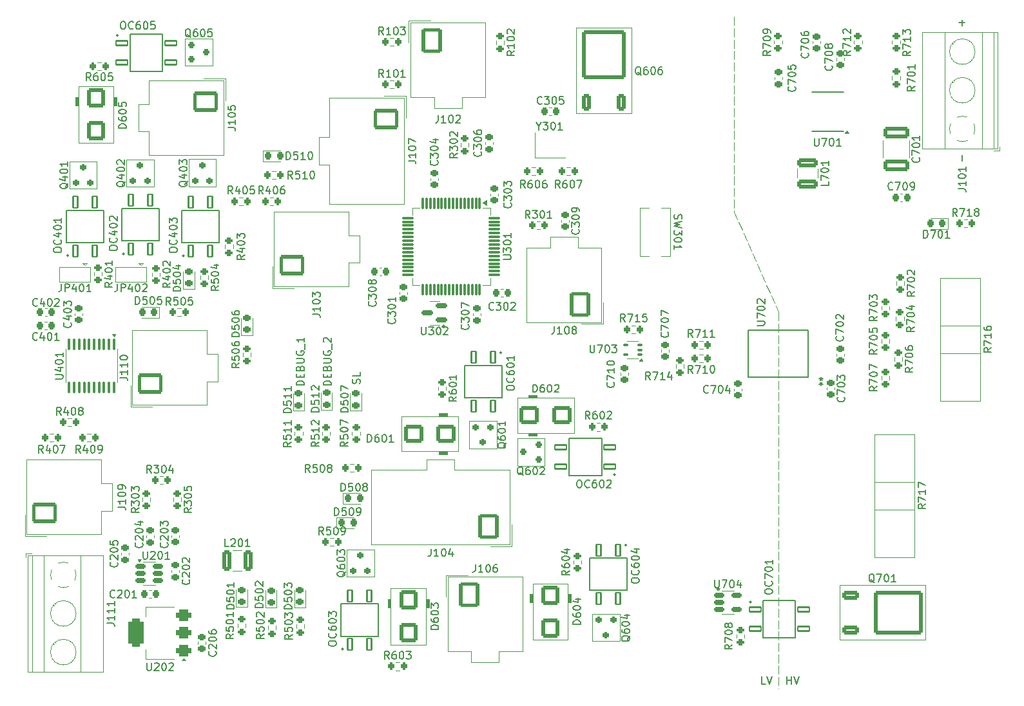
<source format=gbr>
%TF.GenerationSoftware,KiCad,Pcbnew,8.0.0*%
%TF.CreationDate,2024-07-07T23:16:46-07:00*%
%TF.ProjectId,main_relay_board,6d61696e-5f72-4656-9c61-795f626f6172,rev?*%
%TF.SameCoordinates,Original*%
%TF.FileFunction,Legend,Top*%
%TF.FilePolarity,Positive*%
%FSLAX46Y46*%
G04 Gerber Fmt 4.6, Leading zero omitted, Abs format (unit mm)*
G04 Created by KiCad (PCBNEW 8.0.0) date 2024-07-07 23:16:46*
%MOMM*%
%LPD*%
G01*
G04 APERTURE LIST*
G04 Aperture macros list*
%AMRoundRect*
0 Rectangle with rounded corners*
0 $1 Rounding radius*
0 $2 $3 $4 $5 $6 $7 $8 $9 X,Y pos of 4 corners*
0 Add a 4 corners polygon primitive as box body*
4,1,4,$2,$3,$4,$5,$6,$7,$8,$9,$2,$3,0*
0 Add four circle primitives for the rounded corners*
1,1,$1+$1,$2,$3*
1,1,$1+$1,$4,$5*
1,1,$1+$1,$6,$7*
1,1,$1+$1,$8,$9*
0 Add four rect primitives between the rounded corners*
20,1,$1+$1,$2,$3,$4,$5,0*
20,1,$1+$1,$4,$5,$6,$7,0*
20,1,$1+$1,$6,$7,$8,$9,0*
20,1,$1+$1,$8,$9,$2,$3,0*%
G04 Aperture macros list end*
%ADD10C,0.100000*%
%ADD11C,0.150000*%
%ADD12C,0.120000*%
%ADD13C,0.127000*%
%ADD14C,0.152400*%
%ADD15RoundRect,0.200000X0.200000X0.275000X-0.200000X0.275000X-0.200000X-0.275000X0.200000X-0.275000X0*%
%ADD16RoundRect,0.100000X-0.100000X0.637500X-0.100000X-0.637500X0.100000X-0.637500X0.100000X0.637500X0*%
%ADD17RoundRect,0.200000X0.275000X-0.200000X0.275000X0.200000X-0.275000X0.200000X-0.275000X-0.200000X0*%
%ADD18RoundRect,0.218750X-0.218750X-0.256250X0.218750X-0.256250X0.218750X0.256250X-0.218750X0.256250X0*%
%ADD19RoundRect,0.250000X-0.900000X1.000000X-0.900000X-1.000000X0.900000X-1.000000X0.900000X1.000000X0*%
%ADD20RoundRect,0.102000X0.300000X-0.750000X0.300000X0.750000X-0.300000X0.750000X-0.300000X-0.750000X0*%
%ADD21RoundRect,0.225000X0.250000X-0.225000X0.250000X0.225000X-0.250000X0.225000X-0.250000X-0.225000X0*%
%ADD22RoundRect,0.218750X0.256250X-0.218750X0.256250X0.218750X-0.256250X0.218750X-0.256250X-0.218750X0*%
%ADD23RoundRect,0.200000X-0.200000X-0.275000X0.200000X-0.275000X0.200000X0.275000X-0.200000X0.275000X0*%
%ADD24RoundRect,0.250001X1.099999X1.399999X-1.099999X1.399999X-1.099999X-1.399999X1.099999X-1.399999X0*%
%ADD25O,2.700000X3.300000*%
%ADD26RoundRect,0.150000X0.587500X0.150000X-0.587500X0.150000X-0.587500X-0.150000X0.587500X-0.150000X0*%
%ADD27RoundRect,0.250000X-0.375000X-1.075000X0.375000X-1.075000X0.375000X1.075000X-0.375000X1.075000X0*%
%ADD28C,3.000000*%
%ADD29RoundRect,0.200000X-0.275000X0.200000X-0.275000X-0.200000X0.275000X-0.200000X0.275000X0.200000X0*%
%ADD30RoundRect,0.225000X-0.225000X-0.250000X0.225000X-0.250000X0.225000X0.250000X-0.225000X0.250000X0*%
%ADD31RoundRect,0.225000X-0.250000X0.225000X-0.250000X-0.225000X0.250000X-0.225000X0.250000X0.225000X0*%
%ADD32RoundRect,0.102000X-0.750000X-0.300000X0.750000X-0.300000X0.750000X0.300000X-0.750000X0.300000X0*%
%ADD33RoundRect,0.250000X1.000000X0.900000X-1.000000X0.900000X-1.000000X-0.900000X1.000000X-0.900000X0*%
%ADD34RoundRect,0.150000X-0.512500X-0.150000X0.512500X-0.150000X0.512500X0.150000X-0.512500X0.150000X0*%
%ADD35RoundRect,0.200000X0.200000X-0.250000X0.200000X0.250000X-0.200000X0.250000X-0.200000X-0.250000X0*%
%ADD36R,1.400000X1.200000*%
%ADD37RoundRect,0.250001X-1.399999X1.099999X-1.399999X-1.099999X1.399999X-1.099999X1.399999X1.099999X0*%
%ADD38O,3.300000X2.700000*%
%ADD39RoundRect,0.225000X0.225000X0.250000X-0.225000X0.250000X-0.225000X-0.250000X0.225000X-0.250000X0*%
%ADD40RoundRect,0.250000X-1.000000X-0.900000X1.000000X-0.900000X1.000000X0.900000X-1.000000X0.900000X0*%
%ADD41RoundRect,0.250000X-1.450000X0.537500X-1.450000X-0.537500X1.450000X-0.537500X1.450000X0.537500X0*%
%ADD42R,1.000000X1.250000*%
%ADD43RoundRect,0.250001X-1.099999X-1.399999X1.099999X-1.399999X1.099999X1.399999X-1.099999X1.399999X0*%
%ADD44RoundRect,0.102000X-0.300000X0.750000X-0.300000X-0.750000X0.300000X-0.750000X0.300000X0.750000X0*%
%ADD45RoundRect,0.250000X-1.075000X0.375000X-1.075000X-0.375000X1.075000X-0.375000X1.075000X0.375000X0*%
%ADD46R,2.600000X2.600000*%
%ADD47C,2.600000*%
%ADD48RoundRect,0.075000X-0.075000X0.700000X-0.075000X-0.700000X0.075000X-0.700000X0.075000X0.700000X0*%
%ADD49RoundRect,0.075000X-0.700000X0.075000X-0.700000X-0.075000X0.700000X-0.075000X0.700000X0.075000X0*%
%ADD50R,1.000000X1.500000*%
%ADD51RoundRect,0.102000X0.750000X0.300000X-0.750000X0.300000X-0.750000X-0.300000X0.750000X-0.300000X0*%
%ADD52R,4.500000X2.500000*%
%ADD53O,4.500000X2.500000*%
%ADD54RoundRect,0.200000X-0.200000X0.250000X-0.200000X-0.250000X0.200000X-0.250000X0.200000X0.250000X0*%
%ADD55RoundRect,0.218750X0.218750X0.256250X-0.218750X0.256250X-0.218750X-0.256250X0.218750X-0.256250X0*%
%ADD56R,1.701800X0.558800*%
%ADD57RoundRect,0.100000X0.225000X0.100000X-0.225000X0.100000X-0.225000X-0.100000X0.225000X-0.100000X0*%
%ADD58RoundRect,0.250001X1.399999X-1.099999X1.399999X1.099999X-1.399999X1.099999X-1.399999X-1.099999X0*%
%ADD59RoundRect,0.200000X-0.250000X-0.200000X0.250000X-0.200000X0.250000X0.200000X-0.250000X0.200000X0*%
%ADD60R,1.910000X0.610000*%
%ADD61R,1.205000X1.550000*%
%ADD62RoundRect,0.250000X-0.850000X-0.350000X0.850000X-0.350000X0.850000X0.350000X-0.850000X0.350000X0*%
%ADD63RoundRect,0.250000X-2.950000X-2.650000X2.950000X-2.650000X2.950000X2.650000X-2.950000X2.650000X0*%
%ADD64RoundRect,0.250000X0.350000X-0.850000X0.350000X0.850000X-0.350000X0.850000X-0.350000X-0.850000X0*%
%ADD65RoundRect,0.250000X2.650000X-2.950000X2.650000X2.950000X-2.650000X2.950000X-2.650000X-2.950000X0*%
%ADD66RoundRect,0.375000X0.625000X0.375000X-0.625000X0.375000X-0.625000X-0.375000X0.625000X-0.375000X0*%
%ADD67RoundRect,0.500000X0.500000X1.400000X-0.500000X1.400000X-0.500000X-1.400000X0.500000X-1.400000X0*%
%ADD68RoundRect,0.200000X0.250000X0.200000X-0.250000X0.200000X-0.250000X-0.200000X0.250000X-0.200000X0*%
G04 APERTURE END LIST*
D10*
X194564000Y-81026000D02*
X194564000Y-82126000D01*
X194564000Y-82526000D02*
X194564000Y-83626000D01*
X194564000Y-84026000D02*
X194564000Y-85126000D01*
X194564000Y-85526000D02*
X194564000Y-86626000D01*
X194564000Y-87026000D02*
X194564000Y-88126000D01*
X194564000Y-88526000D02*
X194564000Y-89626000D01*
X194564000Y-90026000D02*
X194564000Y-91126000D01*
X194564000Y-91526000D02*
X194564000Y-92626000D01*
X194564000Y-93026000D02*
X194564000Y-94126000D01*
X194564000Y-94526000D02*
X194564000Y-95626000D01*
X194564000Y-96026000D02*
X194564000Y-97126000D01*
X194564000Y-97526000D02*
X194564000Y-98626000D01*
X194564000Y-99026000D02*
X194564000Y-100126000D01*
X194564000Y-100526000D02*
X194564000Y-101626000D01*
X194564000Y-102026000D02*
X194564000Y-103126000D01*
X194564000Y-103526000D02*
X194564000Y-104626000D01*
X194564000Y-105026000D02*
X194564000Y-106126000D01*
X194564000Y-106526000D02*
X194564000Y-107626000D01*
X194564000Y-108026000D02*
X194564000Y-109126000D01*
X194564000Y-109526000D02*
X194564000Y-110626000D01*
X194564000Y-111026000D02*
X194564000Y-112126000D01*
X194564000Y-112526000D02*
X194564000Y-113626000D01*
X194564000Y-114026000D02*
X194564000Y-115126000D01*
X194564000Y-115526000D02*
X194564000Y-116626000D01*
X194564000Y-117026000D02*
X194564000Y-118126000D01*
X194564000Y-118526000D02*
X194564000Y-119626000D01*
X194564000Y-120026000D02*
X194564000Y-121126000D01*
X194564000Y-121526000D02*
X194564000Y-122626000D01*
X194564000Y-123026000D02*
X194564000Y-124126000D01*
X194564000Y-124526000D02*
X194564000Y-125626000D01*
X194564000Y-126026000D02*
X194564000Y-127126000D01*
X194564000Y-127526000D02*
X194564000Y-128626000D01*
X194564000Y-129026000D02*
X194564000Y-130126000D01*
X194564000Y-130526000D02*
X194564000Y-130556000D01*
X188722000Y-67818000D02*
X189166957Y-68823989D01*
X189328759Y-69189803D02*
X189773716Y-70195792D01*
X189935518Y-70561606D02*
X190380475Y-71567595D01*
X190542277Y-71933409D02*
X190987234Y-72939398D01*
X191149036Y-73305212D02*
X191593993Y-74311201D01*
X191755795Y-74677015D02*
X192200752Y-75683004D01*
X192362554Y-76048818D02*
X192807511Y-77054807D01*
X192969313Y-77420621D02*
X193414270Y-78426610D01*
X193576072Y-78792424D02*
X194021029Y-79798413D01*
X194182831Y-80164227D02*
X194564000Y-81026000D01*
X188722000Y-42164000D02*
X188722000Y-43264000D01*
X188722000Y-43664000D02*
X188722000Y-44764000D01*
X188722000Y-45164000D02*
X188722000Y-46264000D01*
X188722000Y-46664000D02*
X188722000Y-47764000D01*
X188722000Y-48164000D02*
X188722000Y-49264000D01*
X188722000Y-49664000D02*
X188722000Y-50764000D01*
X188722000Y-51164000D02*
X188722000Y-52264000D01*
X188722000Y-52664000D02*
X188722000Y-53764000D01*
X188722000Y-54164000D02*
X188722000Y-55264000D01*
X188722000Y-55664000D02*
X188722000Y-56764000D01*
X188722000Y-57164000D02*
X188722000Y-58264000D01*
X188722000Y-58664000D02*
X188722000Y-59764000D01*
X188722000Y-60164000D02*
X188722000Y-61264000D01*
X188722000Y-61664000D02*
X188722000Y-62764000D01*
X188722000Y-63164000D02*
X188722000Y-64264000D01*
X188722000Y-64664000D02*
X188722000Y-65764000D01*
X188722000Y-66164000D02*
X188722000Y-67264000D01*
X188722000Y-67664000D02*
X188722000Y-67818000D01*
D11*
X195662779Y-129917819D02*
X195662779Y-128917819D01*
X195662779Y-129394009D02*
X196234207Y-129394009D01*
X196234207Y-129917819D02*
X196234207Y-128917819D01*
X196567541Y-128917819D02*
X196900874Y-129917819D01*
X196900874Y-129917819D02*
X197234207Y-128917819D01*
X218659057Y-61115316D02*
X218659057Y-60353411D01*
X192836969Y-129917819D02*
X192360779Y-129917819D01*
X192360779Y-129917819D02*
X192360779Y-128917819D01*
X193027446Y-128917819D02*
X193360779Y-129917819D01*
X193360779Y-129917819D02*
X193694112Y-128917819D01*
X218268779Y-42922866D02*
X219030684Y-42922866D01*
X218649731Y-43303819D02*
X218649731Y-42541914D01*
X132203819Y-90595220D02*
X131203819Y-90595220D01*
X131203819Y-90595220D02*
X131203819Y-90357125D01*
X131203819Y-90357125D02*
X131251438Y-90214268D01*
X131251438Y-90214268D02*
X131346676Y-90119030D01*
X131346676Y-90119030D02*
X131441914Y-90071411D01*
X131441914Y-90071411D02*
X131632390Y-90023792D01*
X131632390Y-90023792D02*
X131775247Y-90023792D01*
X131775247Y-90023792D02*
X131965723Y-90071411D01*
X131965723Y-90071411D02*
X132060961Y-90119030D01*
X132060961Y-90119030D02*
X132156200Y-90214268D01*
X132156200Y-90214268D02*
X132203819Y-90357125D01*
X132203819Y-90357125D02*
X132203819Y-90595220D01*
X131680009Y-89595220D02*
X131680009Y-89261887D01*
X132203819Y-89119030D02*
X132203819Y-89595220D01*
X132203819Y-89595220D02*
X131203819Y-89595220D01*
X131203819Y-89595220D02*
X131203819Y-89119030D01*
X131680009Y-88357125D02*
X131727628Y-88214268D01*
X131727628Y-88214268D02*
X131775247Y-88166649D01*
X131775247Y-88166649D02*
X131870485Y-88119030D01*
X131870485Y-88119030D02*
X132013342Y-88119030D01*
X132013342Y-88119030D02*
X132108580Y-88166649D01*
X132108580Y-88166649D02*
X132156200Y-88214268D01*
X132156200Y-88214268D02*
X132203819Y-88309506D01*
X132203819Y-88309506D02*
X132203819Y-88690458D01*
X132203819Y-88690458D02*
X131203819Y-88690458D01*
X131203819Y-88690458D02*
X131203819Y-88357125D01*
X131203819Y-88357125D02*
X131251438Y-88261887D01*
X131251438Y-88261887D02*
X131299057Y-88214268D01*
X131299057Y-88214268D02*
X131394295Y-88166649D01*
X131394295Y-88166649D02*
X131489533Y-88166649D01*
X131489533Y-88166649D02*
X131584771Y-88214268D01*
X131584771Y-88214268D02*
X131632390Y-88261887D01*
X131632390Y-88261887D02*
X131680009Y-88357125D01*
X131680009Y-88357125D02*
X131680009Y-88690458D01*
X131203819Y-87690458D02*
X132013342Y-87690458D01*
X132013342Y-87690458D02*
X132108580Y-87642839D01*
X132108580Y-87642839D02*
X132156200Y-87595220D01*
X132156200Y-87595220D02*
X132203819Y-87499982D01*
X132203819Y-87499982D02*
X132203819Y-87309506D01*
X132203819Y-87309506D02*
X132156200Y-87214268D01*
X132156200Y-87214268D02*
X132108580Y-87166649D01*
X132108580Y-87166649D02*
X132013342Y-87119030D01*
X132013342Y-87119030D02*
X131203819Y-87119030D01*
X131251438Y-86119030D02*
X131203819Y-86214268D01*
X131203819Y-86214268D02*
X131203819Y-86357125D01*
X131203819Y-86357125D02*
X131251438Y-86499982D01*
X131251438Y-86499982D02*
X131346676Y-86595220D01*
X131346676Y-86595220D02*
X131441914Y-86642839D01*
X131441914Y-86642839D02*
X131632390Y-86690458D01*
X131632390Y-86690458D02*
X131775247Y-86690458D01*
X131775247Y-86690458D02*
X131965723Y-86642839D01*
X131965723Y-86642839D02*
X132060961Y-86595220D01*
X132060961Y-86595220D02*
X132156200Y-86499982D01*
X132156200Y-86499982D02*
X132203819Y-86357125D01*
X132203819Y-86357125D02*
X132203819Y-86261887D01*
X132203819Y-86261887D02*
X132156200Y-86119030D01*
X132156200Y-86119030D02*
X132108580Y-86071411D01*
X132108580Y-86071411D02*
X131775247Y-86071411D01*
X131775247Y-86071411D02*
X131775247Y-86261887D01*
X132299057Y-85880935D02*
X132299057Y-85119030D01*
X132203819Y-84357125D02*
X132203819Y-84928553D01*
X132203819Y-84642839D02*
X131203819Y-84642839D01*
X131203819Y-84642839D02*
X131346676Y-84738077D01*
X131346676Y-84738077D02*
X131441914Y-84833315D01*
X131441914Y-84833315D02*
X131489533Y-84928553D01*
X135759819Y-90595220D02*
X134759819Y-90595220D01*
X134759819Y-90595220D02*
X134759819Y-90357125D01*
X134759819Y-90357125D02*
X134807438Y-90214268D01*
X134807438Y-90214268D02*
X134902676Y-90119030D01*
X134902676Y-90119030D02*
X134997914Y-90071411D01*
X134997914Y-90071411D02*
X135188390Y-90023792D01*
X135188390Y-90023792D02*
X135331247Y-90023792D01*
X135331247Y-90023792D02*
X135521723Y-90071411D01*
X135521723Y-90071411D02*
X135616961Y-90119030D01*
X135616961Y-90119030D02*
X135712200Y-90214268D01*
X135712200Y-90214268D02*
X135759819Y-90357125D01*
X135759819Y-90357125D02*
X135759819Y-90595220D01*
X135236009Y-89595220D02*
X135236009Y-89261887D01*
X135759819Y-89119030D02*
X135759819Y-89595220D01*
X135759819Y-89595220D02*
X134759819Y-89595220D01*
X134759819Y-89595220D02*
X134759819Y-89119030D01*
X135236009Y-88357125D02*
X135283628Y-88214268D01*
X135283628Y-88214268D02*
X135331247Y-88166649D01*
X135331247Y-88166649D02*
X135426485Y-88119030D01*
X135426485Y-88119030D02*
X135569342Y-88119030D01*
X135569342Y-88119030D02*
X135664580Y-88166649D01*
X135664580Y-88166649D02*
X135712200Y-88214268D01*
X135712200Y-88214268D02*
X135759819Y-88309506D01*
X135759819Y-88309506D02*
X135759819Y-88690458D01*
X135759819Y-88690458D02*
X134759819Y-88690458D01*
X134759819Y-88690458D02*
X134759819Y-88357125D01*
X134759819Y-88357125D02*
X134807438Y-88261887D01*
X134807438Y-88261887D02*
X134855057Y-88214268D01*
X134855057Y-88214268D02*
X134950295Y-88166649D01*
X134950295Y-88166649D02*
X135045533Y-88166649D01*
X135045533Y-88166649D02*
X135140771Y-88214268D01*
X135140771Y-88214268D02*
X135188390Y-88261887D01*
X135188390Y-88261887D02*
X135236009Y-88357125D01*
X135236009Y-88357125D02*
X135236009Y-88690458D01*
X134759819Y-87690458D02*
X135569342Y-87690458D01*
X135569342Y-87690458D02*
X135664580Y-87642839D01*
X135664580Y-87642839D02*
X135712200Y-87595220D01*
X135712200Y-87595220D02*
X135759819Y-87499982D01*
X135759819Y-87499982D02*
X135759819Y-87309506D01*
X135759819Y-87309506D02*
X135712200Y-87214268D01*
X135712200Y-87214268D02*
X135664580Y-87166649D01*
X135664580Y-87166649D02*
X135569342Y-87119030D01*
X135569342Y-87119030D02*
X134759819Y-87119030D01*
X134807438Y-86119030D02*
X134759819Y-86214268D01*
X134759819Y-86214268D02*
X134759819Y-86357125D01*
X134759819Y-86357125D02*
X134807438Y-86499982D01*
X134807438Y-86499982D02*
X134902676Y-86595220D01*
X134902676Y-86595220D02*
X134997914Y-86642839D01*
X134997914Y-86642839D02*
X135188390Y-86690458D01*
X135188390Y-86690458D02*
X135331247Y-86690458D01*
X135331247Y-86690458D02*
X135521723Y-86642839D01*
X135521723Y-86642839D02*
X135616961Y-86595220D01*
X135616961Y-86595220D02*
X135712200Y-86499982D01*
X135712200Y-86499982D02*
X135759819Y-86357125D01*
X135759819Y-86357125D02*
X135759819Y-86261887D01*
X135759819Y-86261887D02*
X135712200Y-86119030D01*
X135712200Y-86119030D02*
X135664580Y-86071411D01*
X135664580Y-86071411D02*
X135331247Y-86071411D01*
X135331247Y-86071411D02*
X135331247Y-86261887D01*
X135855057Y-85880935D02*
X135855057Y-85119030D01*
X134855057Y-84928553D02*
X134807438Y-84880934D01*
X134807438Y-84880934D02*
X134759819Y-84785696D01*
X134759819Y-84785696D02*
X134759819Y-84547601D01*
X134759819Y-84547601D02*
X134807438Y-84452363D01*
X134807438Y-84452363D02*
X134855057Y-84404744D01*
X134855057Y-84404744D02*
X134950295Y-84357125D01*
X134950295Y-84357125D02*
X135045533Y-84357125D01*
X135045533Y-84357125D02*
X135188390Y-84404744D01*
X135188390Y-84404744D02*
X135759819Y-84976172D01*
X135759819Y-84976172D02*
X135759819Y-84357125D01*
X139522200Y-90388839D02*
X139569819Y-90245982D01*
X139569819Y-90245982D02*
X139569819Y-90007887D01*
X139569819Y-90007887D02*
X139522200Y-89912649D01*
X139522200Y-89912649D02*
X139474580Y-89865030D01*
X139474580Y-89865030D02*
X139379342Y-89817411D01*
X139379342Y-89817411D02*
X139284104Y-89817411D01*
X139284104Y-89817411D02*
X139188866Y-89865030D01*
X139188866Y-89865030D02*
X139141247Y-89912649D01*
X139141247Y-89912649D02*
X139093628Y-90007887D01*
X139093628Y-90007887D02*
X139046009Y-90198363D01*
X139046009Y-90198363D02*
X138998390Y-90293601D01*
X138998390Y-90293601D02*
X138950771Y-90341220D01*
X138950771Y-90341220D02*
X138855533Y-90388839D01*
X138855533Y-90388839D02*
X138760295Y-90388839D01*
X138760295Y-90388839D02*
X138665057Y-90341220D01*
X138665057Y-90341220D02*
X138617438Y-90293601D01*
X138617438Y-90293601D02*
X138569819Y-90198363D01*
X138569819Y-90198363D02*
X138569819Y-89960268D01*
X138569819Y-89960268D02*
X138617438Y-89817411D01*
X139569819Y-88912649D02*
X139569819Y-89388839D01*
X139569819Y-89388839D02*
X138569819Y-89388839D01*
X174394952Y-82242819D02*
X174061619Y-81766628D01*
X173823524Y-82242819D02*
X173823524Y-81242819D01*
X173823524Y-81242819D02*
X174204476Y-81242819D01*
X174204476Y-81242819D02*
X174299714Y-81290438D01*
X174299714Y-81290438D02*
X174347333Y-81338057D01*
X174347333Y-81338057D02*
X174394952Y-81433295D01*
X174394952Y-81433295D02*
X174394952Y-81576152D01*
X174394952Y-81576152D02*
X174347333Y-81671390D01*
X174347333Y-81671390D02*
X174299714Y-81719009D01*
X174299714Y-81719009D02*
X174204476Y-81766628D01*
X174204476Y-81766628D02*
X173823524Y-81766628D01*
X174728286Y-81242819D02*
X175394952Y-81242819D01*
X175394952Y-81242819D02*
X174966381Y-82242819D01*
X176299714Y-82242819D02*
X175728286Y-82242819D01*
X176014000Y-82242819D02*
X176014000Y-81242819D01*
X176014000Y-81242819D02*
X175918762Y-81385676D01*
X175918762Y-81385676D02*
X175823524Y-81480914D01*
X175823524Y-81480914D02*
X175728286Y-81528533D01*
X177204476Y-81242819D02*
X176728286Y-81242819D01*
X176728286Y-81242819D02*
X176680667Y-81719009D01*
X176680667Y-81719009D02*
X176728286Y-81671390D01*
X176728286Y-81671390D02*
X176823524Y-81623771D01*
X176823524Y-81623771D02*
X177061619Y-81623771D01*
X177061619Y-81623771D02*
X177156857Y-81671390D01*
X177156857Y-81671390D02*
X177204476Y-81719009D01*
X177204476Y-81719009D02*
X177252095Y-81814247D01*
X177252095Y-81814247D02*
X177252095Y-82052342D01*
X177252095Y-82052342D02*
X177204476Y-82147580D01*
X177204476Y-82147580D02*
X177156857Y-82195200D01*
X177156857Y-82195200D02*
X177061619Y-82242819D01*
X177061619Y-82242819D02*
X176823524Y-82242819D01*
X176823524Y-82242819D02*
X176728286Y-82195200D01*
X176728286Y-82195200D02*
X176680667Y-82147580D01*
X99530819Y-89783785D02*
X100340342Y-89783785D01*
X100340342Y-89783785D02*
X100435580Y-89736166D01*
X100435580Y-89736166D02*
X100483200Y-89688547D01*
X100483200Y-89688547D02*
X100530819Y-89593309D01*
X100530819Y-89593309D02*
X100530819Y-89402833D01*
X100530819Y-89402833D02*
X100483200Y-89307595D01*
X100483200Y-89307595D02*
X100435580Y-89259976D01*
X100435580Y-89259976D02*
X100340342Y-89212357D01*
X100340342Y-89212357D02*
X99530819Y-89212357D01*
X99864152Y-88307595D02*
X100530819Y-88307595D01*
X99483200Y-88545690D02*
X100197485Y-88783785D01*
X100197485Y-88783785D02*
X100197485Y-88164738D01*
X99530819Y-87593309D02*
X99530819Y-87498071D01*
X99530819Y-87498071D02*
X99578438Y-87402833D01*
X99578438Y-87402833D02*
X99626057Y-87355214D01*
X99626057Y-87355214D02*
X99721295Y-87307595D01*
X99721295Y-87307595D02*
X99911771Y-87259976D01*
X99911771Y-87259976D02*
X100149866Y-87259976D01*
X100149866Y-87259976D02*
X100340342Y-87307595D01*
X100340342Y-87307595D02*
X100435580Y-87355214D01*
X100435580Y-87355214D02*
X100483200Y-87402833D01*
X100483200Y-87402833D02*
X100530819Y-87498071D01*
X100530819Y-87498071D02*
X100530819Y-87593309D01*
X100530819Y-87593309D02*
X100483200Y-87688547D01*
X100483200Y-87688547D02*
X100435580Y-87736166D01*
X100435580Y-87736166D02*
X100340342Y-87783785D01*
X100340342Y-87783785D02*
X100149866Y-87831404D01*
X100149866Y-87831404D02*
X99911771Y-87831404D01*
X99911771Y-87831404D02*
X99721295Y-87783785D01*
X99721295Y-87783785D02*
X99626057Y-87736166D01*
X99626057Y-87736166D02*
X99578438Y-87688547D01*
X99578438Y-87688547D02*
X99530819Y-87593309D01*
X100530819Y-86307595D02*
X100530819Y-86879023D01*
X100530819Y-86593309D02*
X99530819Y-86593309D01*
X99530819Y-86593309D02*
X99673676Y-86688547D01*
X99673676Y-86688547D02*
X99768914Y-86783785D01*
X99768914Y-86783785D02*
X99816533Y-86879023D01*
X110530819Y-106783047D02*
X110054628Y-107116380D01*
X110530819Y-107354475D02*
X109530819Y-107354475D01*
X109530819Y-107354475D02*
X109530819Y-106973523D01*
X109530819Y-106973523D02*
X109578438Y-106878285D01*
X109578438Y-106878285D02*
X109626057Y-106830666D01*
X109626057Y-106830666D02*
X109721295Y-106783047D01*
X109721295Y-106783047D02*
X109864152Y-106783047D01*
X109864152Y-106783047D02*
X109959390Y-106830666D01*
X109959390Y-106830666D02*
X110007009Y-106878285D01*
X110007009Y-106878285D02*
X110054628Y-106973523D01*
X110054628Y-106973523D02*
X110054628Y-107354475D01*
X109530819Y-106449713D02*
X109530819Y-105830666D01*
X109530819Y-105830666D02*
X109911771Y-106163999D01*
X109911771Y-106163999D02*
X109911771Y-106021142D01*
X109911771Y-106021142D02*
X109959390Y-105925904D01*
X109959390Y-105925904D02*
X110007009Y-105878285D01*
X110007009Y-105878285D02*
X110102247Y-105830666D01*
X110102247Y-105830666D02*
X110340342Y-105830666D01*
X110340342Y-105830666D02*
X110435580Y-105878285D01*
X110435580Y-105878285D02*
X110483200Y-105925904D01*
X110483200Y-105925904D02*
X110530819Y-106021142D01*
X110530819Y-106021142D02*
X110530819Y-106306856D01*
X110530819Y-106306856D02*
X110483200Y-106402094D01*
X110483200Y-106402094D02*
X110435580Y-106449713D01*
X109530819Y-105211618D02*
X109530819Y-105116380D01*
X109530819Y-105116380D02*
X109578438Y-105021142D01*
X109578438Y-105021142D02*
X109626057Y-104973523D01*
X109626057Y-104973523D02*
X109721295Y-104925904D01*
X109721295Y-104925904D02*
X109911771Y-104878285D01*
X109911771Y-104878285D02*
X110149866Y-104878285D01*
X110149866Y-104878285D02*
X110340342Y-104925904D01*
X110340342Y-104925904D02*
X110435580Y-104973523D01*
X110435580Y-104973523D02*
X110483200Y-105021142D01*
X110483200Y-105021142D02*
X110530819Y-105116380D01*
X110530819Y-105116380D02*
X110530819Y-105211618D01*
X110530819Y-105211618D02*
X110483200Y-105306856D01*
X110483200Y-105306856D02*
X110435580Y-105354475D01*
X110435580Y-105354475D02*
X110340342Y-105402094D01*
X110340342Y-105402094D02*
X110149866Y-105449713D01*
X110149866Y-105449713D02*
X109911771Y-105449713D01*
X109911771Y-105449713D02*
X109721295Y-105402094D01*
X109721295Y-105402094D02*
X109626057Y-105354475D01*
X109626057Y-105354475D02*
X109578438Y-105306856D01*
X109578438Y-105306856D02*
X109530819Y-105211618D01*
X109530819Y-104544951D02*
X109530819Y-103925904D01*
X109530819Y-103925904D02*
X109911771Y-104259237D01*
X109911771Y-104259237D02*
X109911771Y-104116380D01*
X109911771Y-104116380D02*
X109959390Y-104021142D01*
X109959390Y-104021142D02*
X110007009Y-103973523D01*
X110007009Y-103973523D02*
X110102247Y-103925904D01*
X110102247Y-103925904D02*
X110340342Y-103925904D01*
X110340342Y-103925904D02*
X110435580Y-103973523D01*
X110435580Y-103973523D02*
X110483200Y-104021142D01*
X110483200Y-104021142D02*
X110530819Y-104116380D01*
X110530819Y-104116380D02*
X110530819Y-104402094D01*
X110530819Y-104402094D02*
X110483200Y-104497332D01*
X110483200Y-104497332D02*
X110435580Y-104544951D01*
X136231524Y-107736819D02*
X136231524Y-106736819D01*
X136231524Y-106736819D02*
X136469619Y-106736819D01*
X136469619Y-106736819D02*
X136612476Y-106784438D01*
X136612476Y-106784438D02*
X136707714Y-106879676D01*
X136707714Y-106879676D02*
X136755333Y-106974914D01*
X136755333Y-106974914D02*
X136802952Y-107165390D01*
X136802952Y-107165390D02*
X136802952Y-107308247D01*
X136802952Y-107308247D02*
X136755333Y-107498723D01*
X136755333Y-107498723D02*
X136707714Y-107593961D01*
X136707714Y-107593961D02*
X136612476Y-107689200D01*
X136612476Y-107689200D02*
X136469619Y-107736819D01*
X136469619Y-107736819D02*
X136231524Y-107736819D01*
X137707714Y-106736819D02*
X137231524Y-106736819D01*
X137231524Y-106736819D02*
X137183905Y-107213009D01*
X137183905Y-107213009D02*
X137231524Y-107165390D01*
X137231524Y-107165390D02*
X137326762Y-107117771D01*
X137326762Y-107117771D02*
X137564857Y-107117771D01*
X137564857Y-107117771D02*
X137660095Y-107165390D01*
X137660095Y-107165390D02*
X137707714Y-107213009D01*
X137707714Y-107213009D02*
X137755333Y-107308247D01*
X137755333Y-107308247D02*
X137755333Y-107546342D01*
X137755333Y-107546342D02*
X137707714Y-107641580D01*
X137707714Y-107641580D02*
X137660095Y-107689200D01*
X137660095Y-107689200D02*
X137564857Y-107736819D01*
X137564857Y-107736819D02*
X137326762Y-107736819D01*
X137326762Y-107736819D02*
X137231524Y-107689200D01*
X137231524Y-107689200D02*
X137183905Y-107641580D01*
X138374381Y-106736819D02*
X138469619Y-106736819D01*
X138469619Y-106736819D02*
X138564857Y-106784438D01*
X138564857Y-106784438D02*
X138612476Y-106832057D01*
X138612476Y-106832057D02*
X138660095Y-106927295D01*
X138660095Y-106927295D02*
X138707714Y-107117771D01*
X138707714Y-107117771D02*
X138707714Y-107355866D01*
X138707714Y-107355866D02*
X138660095Y-107546342D01*
X138660095Y-107546342D02*
X138612476Y-107641580D01*
X138612476Y-107641580D02*
X138564857Y-107689200D01*
X138564857Y-107689200D02*
X138469619Y-107736819D01*
X138469619Y-107736819D02*
X138374381Y-107736819D01*
X138374381Y-107736819D02*
X138279143Y-107689200D01*
X138279143Y-107689200D02*
X138231524Y-107641580D01*
X138231524Y-107641580D02*
X138183905Y-107546342D01*
X138183905Y-107546342D02*
X138136286Y-107355866D01*
X138136286Y-107355866D02*
X138136286Y-107117771D01*
X138136286Y-107117771D02*
X138183905Y-106927295D01*
X138183905Y-106927295D02*
X138231524Y-106832057D01*
X138231524Y-106832057D02*
X138279143Y-106784438D01*
X138279143Y-106784438D02*
X138374381Y-106736819D01*
X139183905Y-107736819D02*
X139374381Y-107736819D01*
X139374381Y-107736819D02*
X139469619Y-107689200D01*
X139469619Y-107689200D02*
X139517238Y-107641580D01*
X139517238Y-107641580D02*
X139612476Y-107498723D01*
X139612476Y-107498723D02*
X139660095Y-107308247D01*
X139660095Y-107308247D02*
X139660095Y-106927295D01*
X139660095Y-106927295D02*
X139612476Y-106832057D01*
X139612476Y-106832057D02*
X139564857Y-106784438D01*
X139564857Y-106784438D02*
X139469619Y-106736819D01*
X139469619Y-106736819D02*
X139279143Y-106736819D01*
X139279143Y-106736819D02*
X139183905Y-106784438D01*
X139183905Y-106784438D02*
X139136286Y-106832057D01*
X139136286Y-106832057D02*
X139088667Y-106927295D01*
X139088667Y-106927295D02*
X139088667Y-107165390D01*
X139088667Y-107165390D02*
X139136286Y-107260628D01*
X139136286Y-107260628D02*
X139183905Y-107308247D01*
X139183905Y-107308247D02*
X139279143Y-107355866D01*
X139279143Y-107355866D02*
X139469619Y-107355866D01*
X139469619Y-107355866D02*
X139564857Y-107308247D01*
X139564857Y-107308247D02*
X139612476Y-107260628D01*
X139612476Y-107260628D02*
X139660095Y-107165390D01*
X149876819Y-122730475D02*
X148876819Y-122730475D01*
X148876819Y-122730475D02*
X148876819Y-122492380D01*
X148876819Y-122492380D02*
X148924438Y-122349523D01*
X148924438Y-122349523D02*
X149019676Y-122254285D01*
X149019676Y-122254285D02*
X149114914Y-122206666D01*
X149114914Y-122206666D02*
X149305390Y-122159047D01*
X149305390Y-122159047D02*
X149448247Y-122159047D01*
X149448247Y-122159047D02*
X149638723Y-122206666D01*
X149638723Y-122206666D02*
X149733961Y-122254285D01*
X149733961Y-122254285D02*
X149829200Y-122349523D01*
X149829200Y-122349523D02*
X149876819Y-122492380D01*
X149876819Y-122492380D02*
X149876819Y-122730475D01*
X148876819Y-121301904D02*
X148876819Y-121492380D01*
X148876819Y-121492380D02*
X148924438Y-121587618D01*
X148924438Y-121587618D02*
X148972057Y-121635237D01*
X148972057Y-121635237D02*
X149114914Y-121730475D01*
X149114914Y-121730475D02*
X149305390Y-121778094D01*
X149305390Y-121778094D02*
X149686342Y-121778094D01*
X149686342Y-121778094D02*
X149781580Y-121730475D01*
X149781580Y-121730475D02*
X149829200Y-121682856D01*
X149829200Y-121682856D02*
X149876819Y-121587618D01*
X149876819Y-121587618D02*
X149876819Y-121397142D01*
X149876819Y-121397142D02*
X149829200Y-121301904D01*
X149829200Y-121301904D02*
X149781580Y-121254285D01*
X149781580Y-121254285D02*
X149686342Y-121206666D01*
X149686342Y-121206666D02*
X149448247Y-121206666D01*
X149448247Y-121206666D02*
X149353009Y-121254285D01*
X149353009Y-121254285D02*
X149305390Y-121301904D01*
X149305390Y-121301904D02*
X149257771Y-121397142D01*
X149257771Y-121397142D02*
X149257771Y-121587618D01*
X149257771Y-121587618D02*
X149305390Y-121682856D01*
X149305390Y-121682856D02*
X149353009Y-121730475D01*
X149353009Y-121730475D02*
X149448247Y-121778094D01*
X148876819Y-120587618D02*
X148876819Y-120492380D01*
X148876819Y-120492380D02*
X148924438Y-120397142D01*
X148924438Y-120397142D02*
X148972057Y-120349523D01*
X148972057Y-120349523D02*
X149067295Y-120301904D01*
X149067295Y-120301904D02*
X149257771Y-120254285D01*
X149257771Y-120254285D02*
X149495866Y-120254285D01*
X149495866Y-120254285D02*
X149686342Y-120301904D01*
X149686342Y-120301904D02*
X149781580Y-120349523D01*
X149781580Y-120349523D02*
X149829200Y-120397142D01*
X149829200Y-120397142D02*
X149876819Y-120492380D01*
X149876819Y-120492380D02*
X149876819Y-120587618D01*
X149876819Y-120587618D02*
X149829200Y-120682856D01*
X149829200Y-120682856D02*
X149781580Y-120730475D01*
X149781580Y-120730475D02*
X149686342Y-120778094D01*
X149686342Y-120778094D02*
X149495866Y-120825713D01*
X149495866Y-120825713D02*
X149257771Y-120825713D01*
X149257771Y-120825713D02*
X149067295Y-120778094D01*
X149067295Y-120778094D02*
X148972057Y-120730475D01*
X148972057Y-120730475D02*
X148924438Y-120682856D01*
X148924438Y-120682856D02*
X148876819Y-120587618D01*
X148876819Y-119920951D02*
X148876819Y-119301904D01*
X148876819Y-119301904D02*
X149257771Y-119635237D01*
X149257771Y-119635237D02*
X149257771Y-119492380D01*
X149257771Y-119492380D02*
X149305390Y-119397142D01*
X149305390Y-119397142D02*
X149353009Y-119349523D01*
X149353009Y-119349523D02*
X149448247Y-119301904D01*
X149448247Y-119301904D02*
X149686342Y-119301904D01*
X149686342Y-119301904D02*
X149781580Y-119349523D01*
X149781580Y-119349523D02*
X149829200Y-119397142D01*
X149829200Y-119397142D02*
X149876819Y-119492380D01*
X149876819Y-119492380D02*
X149876819Y-119778094D01*
X149876819Y-119778094D02*
X149829200Y-119873332D01*
X149829200Y-119873332D02*
X149781580Y-119920951D01*
X99327381Y-72922460D02*
X99327381Y-72731823D01*
X99327381Y-72731823D02*
X99375040Y-72636505D01*
X99375040Y-72636505D02*
X99470358Y-72541186D01*
X99470358Y-72541186D02*
X99660995Y-72493527D01*
X99660995Y-72493527D02*
X99994609Y-72493527D01*
X99994609Y-72493527D02*
X100185246Y-72541186D01*
X100185246Y-72541186D02*
X100280565Y-72636505D01*
X100280565Y-72636505D02*
X100328224Y-72731823D01*
X100328224Y-72731823D02*
X100328224Y-72922460D01*
X100328224Y-72922460D02*
X100280565Y-73017778D01*
X100280565Y-73017778D02*
X100185246Y-73113097D01*
X100185246Y-73113097D02*
X99994609Y-73160756D01*
X99994609Y-73160756D02*
X99660995Y-73160756D01*
X99660995Y-73160756D02*
X99470358Y-73113097D01*
X99470358Y-73113097D02*
X99375040Y-73017778D01*
X99375040Y-73017778D02*
X99327381Y-72922460D01*
X100232905Y-71492684D02*
X100280565Y-71540343D01*
X100280565Y-71540343D02*
X100328224Y-71683321D01*
X100328224Y-71683321D02*
X100328224Y-71778639D01*
X100328224Y-71778639D02*
X100280565Y-71921617D01*
X100280565Y-71921617D02*
X100185246Y-72016935D01*
X100185246Y-72016935D02*
X100089928Y-72064595D01*
X100089928Y-72064595D02*
X99899291Y-72112254D01*
X99899291Y-72112254D02*
X99756313Y-72112254D01*
X99756313Y-72112254D02*
X99565677Y-72064595D01*
X99565677Y-72064595D02*
X99470358Y-72016935D01*
X99470358Y-72016935D02*
X99375040Y-71921617D01*
X99375040Y-71921617D02*
X99327381Y-71778639D01*
X99327381Y-71778639D02*
X99327381Y-71683321D01*
X99327381Y-71683321D02*
X99375040Y-71540343D01*
X99375040Y-71540343D02*
X99422699Y-71492684D01*
X99660995Y-70634819D02*
X100328224Y-70634819D01*
X99279722Y-70873115D02*
X99994609Y-71111411D01*
X99994609Y-71111411D02*
X99994609Y-70491841D01*
X99327381Y-69919931D02*
X99327381Y-69824612D01*
X99327381Y-69824612D02*
X99375040Y-69729294D01*
X99375040Y-69729294D02*
X99422699Y-69681635D01*
X99422699Y-69681635D02*
X99518017Y-69633976D01*
X99518017Y-69633976D02*
X99708654Y-69586316D01*
X99708654Y-69586316D02*
X99946950Y-69586316D01*
X99946950Y-69586316D02*
X100137587Y-69633976D01*
X100137587Y-69633976D02*
X100232905Y-69681635D01*
X100232905Y-69681635D02*
X100280565Y-69729294D01*
X100280565Y-69729294D02*
X100328224Y-69824612D01*
X100328224Y-69824612D02*
X100328224Y-69919931D01*
X100328224Y-69919931D02*
X100280565Y-70015249D01*
X100280565Y-70015249D02*
X100232905Y-70062908D01*
X100232905Y-70062908D02*
X100137587Y-70110568D01*
X100137587Y-70110568D02*
X99946950Y-70158227D01*
X99946950Y-70158227D02*
X99708654Y-70158227D01*
X99708654Y-70158227D02*
X99518017Y-70110568D01*
X99518017Y-70110568D02*
X99422699Y-70062908D01*
X99422699Y-70062908D02*
X99375040Y-70015249D01*
X99375040Y-70015249D02*
X99327381Y-69919931D01*
X100328224Y-68633132D02*
X100328224Y-69205043D01*
X100328224Y-68919088D02*
X99327381Y-68919088D01*
X99327381Y-68919088D02*
X99470358Y-69014406D01*
X99470358Y-69014406D02*
X99565677Y-69109724D01*
X99565677Y-69109724D02*
X99613336Y-69205043D01*
X107641580Y-113908047D02*
X107689200Y-113955666D01*
X107689200Y-113955666D02*
X107736819Y-114098523D01*
X107736819Y-114098523D02*
X107736819Y-114193761D01*
X107736819Y-114193761D02*
X107689200Y-114336618D01*
X107689200Y-114336618D02*
X107593961Y-114431856D01*
X107593961Y-114431856D02*
X107498723Y-114479475D01*
X107498723Y-114479475D02*
X107308247Y-114527094D01*
X107308247Y-114527094D02*
X107165390Y-114527094D01*
X107165390Y-114527094D02*
X106974914Y-114479475D01*
X106974914Y-114479475D02*
X106879676Y-114431856D01*
X106879676Y-114431856D02*
X106784438Y-114336618D01*
X106784438Y-114336618D02*
X106736819Y-114193761D01*
X106736819Y-114193761D02*
X106736819Y-114098523D01*
X106736819Y-114098523D02*
X106784438Y-113955666D01*
X106784438Y-113955666D02*
X106832057Y-113908047D01*
X106832057Y-113527094D02*
X106784438Y-113479475D01*
X106784438Y-113479475D02*
X106736819Y-113384237D01*
X106736819Y-113384237D02*
X106736819Y-113146142D01*
X106736819Y-113146142D02*
X106784438Y-113050904D01*
X106784438Y-113050904D02*
X106832057Y-113003285D01*
X106832057Y-113003285D02*
X106927295Y-112955666D01*
X106927295Y-112955666D02*
X107022533Y-112955666D01*
X107022533Y-112955666D02*
X107165390Y-113003285D01*
X107165390Y-113003285D02*
X107736819Y-113574713D01*
X107736819Y-113574713D02*
X107736819Y-112955666D01*
X106736819Y-112336618D02*
X106736819Y-112241380D01*
X106736819Y-112241380D02*
X106784438Y-112146142D01*
X106784438Y-112146142D02*
X106832057Y-112098523D01*
X106832057Y-112098523D02*
X106927295Y-112050904D01*
X106927295Y-112050904D02*
X107117771Y-112003285D01*
X107117771Y-112003285D02*
X107355866Y-112003285D01*
X107355866Y-112003285D02*
X107546342Y-112050904D01*
X107546342Y-112050904D02*
X107641580Y-112098523D01*
X107641580Y-112098523D02*
X107689200Y-112146142D01*
X107689200Y-112146142D02*
X107736819Y-112241380D01*
X107736819Y-112241380D02*
X107736819Y-112336618D01*
X107736819Y-112336618D02*
X107689200Y-112431856D01*
X107689200Y-112431856D02*
X107641580Y-112479475D01*
X107641580Y-112479475D02*
X107546342Y-112527094D01*
X107546342Y-112527094D02*
X107355866Y-112574713D01*
X107355866Y-112574713D02*
X107117771Y-112574713D01*
X107117771Y-112574713D02*
X106927295Y-112527094D01*
X106927295Y-112527094D02*
X106832057Y-112479475D01*
X106832057Y-112479475D02*
X106784438Y-112431856D01*
X106784438Y-112431856D02*
X106736819Y-112336618D01*
X106736819Y-111098523D02*
X106736819Y-111574713D01*
X106736819Y-111574713D02*
X107213009Y-111622332D01*
X107213009Y-111622332D02*
X107165390Y-111574713D01*
X107165390Y-111574713D02*
X107117771Y-111479475D01*
X107117771Y-111479475D02*
X107117771Y-111241380D01*
X107117771Y-111241380D02*
X107165390Y-111146142D01*
X107165390Y-111146142D02*
X107213009Y-111098523D01*
X107213009Y-111098523D02*
X107308247Y-111050904D01*
X107308247Y-111050904D02*
X107546342Y-111050904D01*
X107546342Y-111050904D02*
X107641580Y-111098523D01*
X107641580Y-111098523D02*
X107689200Y-111146142D01*
X107689200Y-111146142D02*
X107736819Y-111241380D01*
X107736819Y-111241380D02*
X107736819Y-111479475D01*
X107736819Y-111479475D02*
X107689200Y-111574713D01*
X107689200Y-111574713D02*
X107641580Y-111622332D01*
X123039819Y-120015975D02*
X122039819Y-120015975D01*
X122039819Y-120015975D02*
X122039819Y-119777880D01*
X122039819Y-119777880D02*
X122087438Y-119635023D01*
X122087438Y-119635023D02*
X122182676Y-119539785D01*
X122182676Y-119539785D02*
X122277914Y-119492166D01*
X122277914Y-119492166D02*
X122468390Y-119444547D01*
X122468390Y-119444547D02*
X122611247Y-119444547D01*
X122611247Y-119444547D02*
X122801723Y-119492166D01*
X122801723Y-119492166D02*
X122896961Y-119539785D01*
X122896961Y-119539785D02*
X122992200Y-119635023D01*
X122992200Y-119635023D02*
X123039819Y-119777880D01*
X123039819Y-119777880D02*
X123039819Y-120015975D01*
X122039819Y-118539785D02*
X122039819Y-119015975D01*
X122039819Y-119015975D02*
X122516009Y-119063594D01*
X122516009Y-119063594D02*
X122468390Y-119015975D01*
X122468390Y-119015975D02*
X122420771Y-118920737D01*
X122420771Y-118920737D02*
X122420771Y-118682642D01*
X122420771Y-118682642D02*
X122468390Y-118587404D01*
X122468390Y-118587404D02*
X122516009Y-118539785D01*
X122516009Y-118539785D02*
X122611247Y-118492166D01*
X122611247Y-118492166D02*
X122849342Y-118492166D01*
X122849342Y-118492166D02*
X122944580Y-118539785D01*
X122944580Y-118539785D02*
X122992200Y-118587404D01*
X122992200Y-118587404D02*
X123039819Y-118682642D01*
X123039819Y-118682642D02*
X123039819Y-118920737D01*
X123039819Y-118920737D02*
X122992200Y-119015975D01*
X122992200Y-119015975D02*
X122944580Y-119063594D01*
X122039819Y-117873118D02*
X122039819Y-117777880D01*
X122039819Y-117777880D02*
X122087438Y-117682642D01*
X122087438Y-117682642D02*
X122135057Y-117635023D01*
X122135057Y-117635023D02*
X122230295Y-117587404D01*
X122230295Y-117587404D02*
X122420771Y-117539785D01*
X122420771Y-117539785D02*
X122658866Y-117539785D01*
X122658866Y-117539785D02*
X122849342Y-117587404D01*
X122849342Y-117587404D02*
X122944580Y-117635023D01*
X122944580Y-117635023D02*
X122992200Y-117682642D01*
X122992200Y-117682642D02*
X123039819Y-117777880D01*
X123039819Y-117777880D02*
X123039819Y-117873118D01*
X123039819Y-117873118D02*
X122992200Y-117968356D01*
X122992200Y-117968356D02*
X122944580Y-118015975D01*
X122944580Y-118015975D02*
X122849342Y-118063594D01*
X122849342Y-118063594D02*
X122658866Y-118111213D01*
X122658866Y-118111213D02*
X122420771Y-118111213D01*
X122420771Y-118111213D02*
X122230295Y-118063594D01*
X122230295Y-118063594D02*
X122135057Y-118015975D01*
X122135057Y-118015975D02*
X122087438Y-117968356D01*
X122087438Y-117968356D02*
X122039819Y-117873118D01*
X123039819Y-116587404D02*
X123039819Y-117158832D01*
X123039819Y-116873118D02*
X122039819Y-116873118D01*
X122039819Y-116873118D02*
X122182676Y-116968356D01*
X122182676Y-116968356D02*
X122277914Y-117063594D01*
X122277914Y-117063594D02*
X122325533Y-117158832D01*
X161251952Y-64666819D02*
X160918619Y-64190628D01*
X160680524Y-64666819D02*
X160680524Y-63666819D01*
X160680524Y-63666819D02*
X161061476Y-63666819D01*
X161061476Y-63666819D02*
X161156714Y-63714438D01*
X161156714Y-63714438D02*
X161204333Y-63762057D01*
X161204333Y-63762057D02*
X161251952Y-63857295D01*
X161251952Y-63857295D02*
X161251952Y-64000152D01*
X161251952Y-64000152D02*
X161204333Y-64095390D01*
X161204333Y-64095390D02*
X161156714Y-64143009D01*
X161156714Y-64143009D02*
X161061476Y-64190628D01*
X161061476Y-64190628D02*
X160680524Y-64190628D01*
X162109095Y-63666819D02*
X161918619Y-63666819D01*
X161918619Y-63666819D02*
X161823381Y-63714438D01*
X161823381Y-63714438D02*
X161775762Y-63762057D01*
X161775762Y-63762057D02*
X161680524Y-63904914D01*
X161680524Y-63904914D02*
X161632905Y-64095390D01*
X161632905Y-64095390D02*
X161632905Y-64476342D01*
X161632905Y-64476342D02*
X161680524Y-64571580D01*
X161680524Y-64571580D02*
X161728143Y-64619200D01*
X161728143Y-64619200D02*
X161823381Y-64666819D01*
X161823381Y-64666819D02*
X162013857Y-64666819D01*
X162013857Y-64666819D02*
X162109095Y-64619200D01*
X162109095Y-64619200D02*
X162156714Y-64571580D01*
X162156714Y-64571580D02*
X162204333Y-64476342D01*
X162204333Y-64476342D02*
X162204333Y-64238247D01*
X162204333Y-64238247D02*
X162156714Y-64143009D01*
X162156714Y-64143009D02*
X162109095Y-64095390D01*
X162109095Y-64095390D02*
X162013857Y-64047771D01*
X162013857Y-64047771D02*
X161823381Y-64047771D01*
X161823381Y-64047771D02*
X161728143Y-64095390D01*
X161728143Y-64095390D02*
X161680524Y-64143009D01*
X161680524Y-64143009D02*
X161632905Y-64238247D01*
X162823381Y-63666819D02*
X162918619Y-63666819D01*
X162918619Y-63666819D02*
X163013857Y-63714438D01*
X163013857Y-63714438D02*
X163061476Y-63762057D01*
X163061476Y-63762057D02*
X163109095Y-63857295D01*
X163109095Y-63857295D02*
X163156714Y-64047771D01*
X163156714Y-64047771D02*
X163156714Y-64285866D01*
X163156714Y-64285866D02*
X163109095Y-64476342D01*
X163109095Y-64476342D02*
X163061476Y-64571580D01*
X163061476Y-64571580D02*
X163013857Y-64619200D01*
X163013857Y-64619200D02*
X162918619Y-64666819D01*
X162918619Y-64666819D02*
X162823381Y-64666819D01*
X162823381Y-64666819D02*
X162728143Y-64619200D01*
X162728143Y-64619200D02*
X162680524Y-64571580D01*
X162680524Y-64571580D02*
X162632905Y-64476342D01*
X162632905Y-64476342D02*
X162585286Y-64285866D01*
X162585286Y-64285866D02*
X162585286Y-64047771D01*
X162585286Y-64047771D02*
X162632905Y-63857295D01*
X162632905Y-63857295D02*
X162680524Y-63762057D01*
X162680524Y-63762057D02*
X162728143Y-63714438D01*
X162728143Y-63714438D02*
X162823381Y-63666819D01*
X164013857Y-63666819D02*
X163823381Y-63666819D01*
X163823381Y-63666819D02*
X163728143Y-63714438D01*
X163728143Y-63714438D02*
X163680524Y-63762057D01*
X163680524Y-63762057D02*
X163585286Y-63904914D01*
X163585286Y-63904914D02*
X163537667Y-64095390D01*
X163537667Y-64095390D02*
X163537667Y-64476342D01*
X163537667Y-64476342D02*
X163585286Y-64571580D01*
X163585286Y-64571580D02*
X163632905Y-64619200D01*
X163632905Y-64619200D02*
X163728143Y-64666819D01*
X163728143Y-64666819D02*
X163918619Y-64666819D01*
X163918619Y-64666819D02*
X164013857Y-64619200D01*
X164013857Y-64619200D02*
X164061476Y-64571580D01*
X164061476Y-64571580D02*
X164109095Y-64476342D01*
X164109095Y-64476342D02*
X164109095Y-64238247D01*
X164109095Y-64238247D02*
X164061476Y-64143009D01*
X164061476Y-64143009D02*
X164013857Y-64095390D01*
X164013857Y-64095390D02*
X163918619Y-64047771D01*
X163918619Y-64047771D02*
X163728143Y-64047771D01*
X163728143Y-64047771D02*
X163632905Y-64095390D01*
X163632905Y-64095390D02*
X163585286Y-64143009D01*
X163585286Y-64143009D02*
X163537667Y-64238247D01*
X165084285Y-82862819D02*
X165084285Y-83577104D01*
X165084285Y-83577104D02*
X165036666Y-83719961D01*
X165036666Y-83719961D02*
X164941428Y-83815200D01*
X164941428Y-83815200D02*
X164798571Y-83862819D01*
X164798571Y-83862819D02*
X164703333Y-83862819D01*
X166084285Y-83862819D02*
X165512857Y-83862819D01*
X165798571Y-83862819D02*
X165798571Y-82862819D01*
X165798571Y-82862819D02*
X165703333Y-83005676D01*
X165703333Y-83005676D02*
X165608095Y-83100914D01*
X165608095Y-83100914D02*
X165512857Y-83148533D01*
X166703333Y-82862819D02*
X166798571Y-82862819D01*
X166798571Y-82862819D02*
X166893809Y-82910438D01*
X166893809Y-82910438D02*
X166941428Y-82958057D01*
X166941428Y-82958057D02*
X166989047Y-83053295D01*
X166989047Y-83053295D02*
X167036666Y-83243771D01*
X167036666Y-83243771D02*
X167036666Y-83481866D01*
X167036666Y-83481866D02*
X166989047Y-83672342D01*
X166989047Y-83672342D02*
X166941428Y-83767580D01*
X166941428Y-83767580D02*
X166893809Y-83815200D01*
X166893809Y-83815200D02*
X166798571Y-83862819D01*
X166798571Y-83862819D02*
X166703333Y-83862819D01*
X166703333Y-83862819D02*
X166608095Y-83815200D01*
X166608095Y-83815200D02*
X166560476Y-83767580D01*
X166560476Y-83767580D02*
X166512857Y-83672342D01*
X166512857Y-83672342D02*
X166465238Y-83481866D01*
X166465238Y-83481866D02*
X166465238Y-83243771D01*
X166465238Y-83243771D02*
X166512857Y-83053295D01*
X166512857Y-83053295D02*
X166560476Y-82958057D01*
X166560476Y-82958057D02*
X166608095Y-82910438D01*
X166608095Y-82910438D02*
X166703333Y-82862819D01*
X167608095Y-83291390D02*
X167512857Y-83243771D01*
X167512857Y-83243771D02*
X167465238Y-83196152D01*
X167465238Y-83196152D02*
X167417619Y-83100914D01*
X167417619Y-83100914D02*
X167417619Y-83053295D01*
X167417619Y-83053295D02*
X167465238Y-82958057D01*
X167465238Y-82958057D02*
X167512857Y-82910438D01*
X167512857Y-82910438D02*
X167608095Y-82862819D01*
X167608095Y-82862819D02*
X167798571Y-82862819D01*
X167798571Y-82862819D02*
X167893809Y-82910438D01*
X167893809Y-82910438D02*
X167941428Y-82958057D01*
X167941428Y-82958057D02*
X167989047Y-83053295D01*
X167989047Y-83053295D02*
X167989047Y-83100914D01*
X167989047Y-83100914D02*
X167941428Y-83196152D01*
X167941428Y-83196152D02*
X167893809Y-83243771D01*
X167893809Y-83243771D02*
X167798571Y-83291390D01*
X167798571Y-83291390D02*
X167608095Y-83291390D01*
X167608095Y-83291390D02*
X167512857Y-83339009D01*
X167512857Y-83339009D02*
X167465238Y-83386628D01*
X167465238Y-83386628D02*
X167417619Y-83481866D01*
X167417619Y-83481866D02*
X167417619Y-83672342D01*
X167417619Y-83672342D02*
X167465238Y-83767580D01*
X167465238Y-83767580D02*
X167512857Y-83815200D01*
X167512857Y-83815200D02*
X167608095Y-83862819D01*
X167608095Y-83862819D02*
X167798571Y-83862819D01*
X167798571Y-83862819D02*
X167893809Y-83815200D01*
X167893809Y-83815200D02*
X167941428Y-83767580D01*
X167941428Y-83767580D02*
X167989047Y-83672342D01*
X167989047Y-83672342D02*
X167989047Y-83481866D01*
X167989047Y-83481866D02*
X167941428Y-83386628D01*
X167941428Y-83386628D02*
X167893809Y-83339009D01*
X167893809Y-83339009D02*
X167798571Y-83291390D01*
X147637714Y-82959819D02*
X147637714Y-83769342D01*
X147637714Y-83769342D02*
X147685333Y-83864580D01*
X147685333Y-83864580D02*
X147732952Y-83912200D01*
X147732952Y-83912200D02*
X147828190Y-83959819D01*
X147828190Y-83959819D02*
X148018666Y-83959819D01*
X148018666Y-83959819D02*
X148113904Y-83912200D01*
X148113904Y-83912200D02*
X148161523Y-83864580D01*
X148161523Y-83864580D02*
X148209142Y-83769342D01*
X148209142Y-83769342D02*
X148209142Y-82959819D01*
X148590095Y-82959819D02*
X149209142Y-82959819D01*
X149209142Y-82959819D02*
X148875809Y-83340771D01*
X148875809Y-83340771D02*
X149018666Y-83340771D01*
X149018666Y-83340771D02*
X149113904Y-83388390D01*
X149113904Y-83388390D02*
X149161523Y-83436009D01*
X149161523Y-83436009D02*
X149209142Y-83531247D01*
X149209142Y-83531247D02*
X149209142Y-83769342D01*
X149209142Y-83769342D02*
X149161523Y-83864580D01*
X149161523Y-83864580D02*
X149113904Y-83912200D01*
X149113904Y-83912200D02*
X149018666Y-83959819D01*
X149018666Y-83959819D02*
X148732952Y-83959819D01*
X148732952Y-83959819D02*
X148637714Y-83912200D01*
X148637714Y-83912200D02*
X148590095Y-83864580D01*
X149828190Y-82959819D02*
X149923428Y-82959819D01*
X149923428Y-82959819D02*
X150018666Y-83007438D01*
X150018666Y-83007438D02*
X150066285Y-83055057D01*
X150066285Y-83055057D02*
X150113904Y-83150295D01*
X150113904Y-83150295D02*
X150161523Y-83340771D01*
X150161523Y-83340771D02*
X150161523Y-83578866D01*
X150161523Y-83578866D02*
X150113904Y-83769342D01*
X150113904Y-83769342D02*
X150066285Y-83864580D01*
X150066285Y-83864580D02*
X150018666Y-83912200D01*
X150018666Y-83912200D02*
X149923428Y-83959819D01*
X149923428Y-83959819D02*
X149828190Y-83959819D01*
X149828190Y-83959819D02*
X149732952Y-83912200D01*
X149732952Y-83912200D02*
X149685333Y-83864580D01*
X149685333Y-83864580D02*
X149637714Y-83769342D01*
X149637714Y-83769342D02*
X149590095Y-83578866D01*
X149590095Y-83578866D02*
X149590095Y-83340771D01*
X149590095Y-83340771D02*
X149637714Y-83150295D01*
X149637714Y-83150295D02*
X149685333Y-83055057D01*
X149685333Y-83055057D02*
X149732952Y-83007438D01*
X149732952Y-83007438D02*
X149828190Y-82959819D01*
X150542476Y-83055057D02*
X150590095Y-83007438D01*
X150590095Y-83007438D02*
X150685333Y-82959819D01*
X150685333Y-82959819D02*
X150923428Y-82959819D01*
X150923428Y-82959819D02*
X151018666Y-83007438D01*
X151018666Y-83007438D02*
X151066285Y-83055057D01*
X151066285Y-83055057D02*
X151113904Y-83150295D01*
X151113904Y-83150295D02*
X151113904Y-83245533D01*
X151113904Y-83245533D02*
X151066285Y-83388390D01*
X151066285Y-83388390D02*
X150494857Y-83959819D01*
X150494857Y-83959819D02*
X151113904Y-83959819D01*
X116014819Y-78218475D02*
X115014819Y-78218475D01*
X115014819Y-78218475D02*
X115014819Y-77980380D01*
X115014819Y-77980380D02*
X115062438Y-77837523D01*
X115062438Y-77837523D02*
X115157676Y-77742285D01*
X115157676Y-77742285D02*
X115252914Y-77694666D01*
X115252914Y-77694666D02*
X115443390Y-77647047D01*
X115443390Y-77647047D02*
X115586247Y-77647047D01*
X115586247Y-77647047D02*
X115776723Y-77694666D01*
X115776723Y-77694666D02*
X115871961Y-77742285D01*
X115871961Y-77742285D02*
X115967200Y-77837523D01*
X115967200Y-77837523D02*
X116014819Y-77980380D01*
X116014819Y-77980380D02*
X116014819Y-78218475D01*
X115014819Y-76742285D02*
X115014819Y-77218475D01*
X115014819Y-77218475D02*
X115491009Y-77266094D01*
X115491009Y-77266094D02*
X115443390Y-77218475D01*
X115443390Y-77218475D02*
X115395771Y-77123237D01*
X115395771Y-77123237D02*
X115395771Y-76885142D01*
X115395771Y-76885142D02*
X115443390Y-76789904D01*
X115443390Y-76789904D02*
X115491009Y-76742285D01*
X115491009Y-76742285D02*
X115586247Y-76694666D01*
X115586247Y-76694666D02*
X115824342Y-76694666D01*
X115824342Y-76694666D02*
X115919580Y-76742285D01*
X115919580Y-76742285D02*
X115967200Y-76789904D01*
X115967200Y-76789904D02*
X116014819Y-76885142D01*
X116014819Y-76885142D02*
X116014819Y-77123237D01*
X116014819Y-77123237D02*
X115967200Y-77218475D01*
X115967200Y-77218475D02*
X115919580Y-77266094D01*
X115014819Y-76075618D02*
X115014819Y-75980380D01*
X115014819Y-75980380D02*
X115062438Y-75885142D01*
X115062438Y-75885142D02*
X115110057Y-75837523D01*
X115110057Y-75837523D02*
X115205295Y-75789904D01*
X115205295Y-75789904D02*
X115395771Y-75742285D01*
X115395771Y-75742285D02*
X115633866Y-75742285D01*
X115633866Y-75742285D02*
X115824342Y-75789904D01*
X115824342Y-75789904D02*
X115919580Y-75837523D01*
X115919580Y-75837523D02*
X115967200Y-75885142D01*
X115967200Y-75885142D02*
X116014819Y-75980380D01*
X116014819Y-75980380D02*
X116014819Y-76075618D01*
X116014819Y-76075618D02*
X115967200Y-76170856D01*
X115967200Y-76170856D02*
X115919580Y-76218475D01*
X115919580Y-76218475D02*
X115824342Y-76266094D01*
X115824342Y-76266094D02*
X115633866Y-76313713D01*
X115633866Y-76313713D02*
X115395771Y-76313713D01*
X115395771Y-76313713D02*
X115205295Y-76266094D01*
X115205295Y-76266094D02*
X115110057Y-76218475D01*
X115110057Y-76218475D02*
X115062438Y-76170856D01*
X115062438Y-76170856D02*
X115014819Y-76075618D01*
X115348152Y-74885142D02*
X116014819Y-74885142D01*
X114967200Y-75123237D02*
X115681485Y-75361332D01*
X115681485Y-75361332D02*
X115681485Y-74742285D01*
X204024819Y-46619047D02*
X203548628Y-46952380D01*
X204024819Y-47190475D02*
X203024819Y-47190475D01*
X203024819Y-47190475D02*
X203024819Y-46809523D01*
X203024819Y-46809523D02*
X203072438Y-46714285D01*
X203072438Y-46714285D02*
X203120057Y-46666666D01*
X203120057Y-46666666D02*
X203215295Y-46619047D01*
X203215295Y-46619047D02*
X203358152Y-46619047D01*
X203358152Y-46619047D02*
X203453390Y-46666666D01*
X203453390Y-46666666D02*
X203501009Y-46714285D01*
X203501009Y-46714285D02*
X203548628Y-46809523D01*
X203548628Y-46809523D02*
X203548628Y-47190475D01*
X203024819Y-46285713D02*
X203024819Y-45619047D01*
X203024819Y-45619047D02*
X204024819Y-46047618D01*
X204024819Y-44714285D02*
X204024819Y-45285713D01*
X204024819Y-44999999D02*
X203024819Y-44999999D01*
X203024819Y-44999999D02*
X203167676Y-45095237D01*
X203167676Y-45095237D02*
X203262914Y-45190475D01*
X203262914Y-45190475D02*
X203310533Y-45285713D01*
X203120057Y-44333332D02*
X203072438Y-44285713D01*
X203072438Y-44285713D02*
X203024819Y-44190475D01*
X203024819Y-44190475D02*
X203024819Y-43952380D01*
X203024819Y-43952380D02*
X203072438Y-43857142D01*
X203072438Y-43857142D02*
X203120057Y-43809523D01*
X203120057Y-43809523D02*
X203215295Y-43761904D01*
X203215295Y-43761904D02*
X203310533Y-43761904D01*
X203310533Y-43761904D02*
X203453390Y-43809523D01*
X203453390Y-43809523D02*
X204024819Y-44380951D01*
X204024819Y-44380951D02*
X204024819Y-43761904D01*
X152349819Y-60119047D02*
X151873628Y-60452380D01*
X152349819Y-60690475D02*
X151349819Y-60690475D01*
X151349819Y-60690475D02*
X151349819Y-60309523D01*
X151349819Y-60309523D02*
X151397438Y-60214285D01*
X151397438Y-60214285D02*
X151445057Y-60166666D01*
X151445057Y-60166666D02*
X151540295Y-60119047D01*
X151540295Y-60119047D02*
X151683152Y-60119047D01*
X151683152Y-60119047D02*
X151778390Y-60166666D01*
X151778390Y-60166666D02*
X151826009Y-60214285D01*
X151826009Y-60214285D02*
X151873628Y-60309523D01*
X151873628Y-60309523D02*
X151873628Y-60690475D01*
X151349819Y-59785713D02*
X151349819Y-59166666D01*
X151349819Y-59166666D02*
X151730771Y-59499999D01*
X151730771Y-59499999D02*
X151730771Y-59357142D01*
X151730771Y-59357142D02*
X151778390Y-59261904D01*
X151778390Y-59261904D02*
X151826009Y-59214285D01*
X151826009Y-59214285D02*
X151921247Y-59166666D01*
X151921247Y-59166666D02*
X152159342Y-59166666D01*
X152159342Y-59166666D02*
X152254580Y-59214285D01*
X152254580Y-59214285D02*
X152302200Y-59261904D01*
X152302200Y-59261904D02*
X152349819Y-59357142D01*
X152349819Y-59357142D02*
X152349819Y-59642856D01*
X152349819Y-59642856D02*
X152302200Y-59738094D01*
X152302200Y-59738094D02*
X152254580Y-59785713D01*
X151349819Y-58547618D02*
X151349819Y-58452380D01*
X151349819Y-58452380D02*
X151397438Y-58357142D01*
X151397438Y-58357142D02*
X151445057Y-58309523D01*
X151445057Y-58309523D02*
X151540295Y-58261904D01*
X151540295Y-58261904D02*
X151730771Y-58214285D01*
X151730771Y-58214285D02*
X151968866Y-58214285D01*
X151968866Y-58214285D02*
X152159342Y-58261904D01*
X152159342Y-58261904D02*
X152254580Y-58309523D01*
X152254580Y-58309523D02*
X152302200Y-58357142D01*
X152302200Y-58357142D02*
X152349819Y-58452380D01*
X152349819Y-58452380D02*
X152349819Y-58547618D01*
X152349819Y-58547618D02*
X152302200Y-58642856D01*
X152302200Y-58642856D02*
X152254580Y-58690475D01*
X152254580Y-58690475D02*
X152159342Y-58738094D01*
X152159342Y-58738094D02*
X151968866Y-58785713D01*
X151968866Y-58785713D02*
X151730771Y-58785713D01*
X151730771Y-58785713D02*
X151540295Y-58738094D01*
X151540295Y-58738094D02*
X151445057Y-58690475D01*
X151445057Y-58690475D02*
X151397438Y-58642856D01*
X151397438Y-58642856D02*
X151349819Y-58547618D01*
X151445057Y-57833332D02*
X151397438Y-57785713D01*
X151397438Y-57785713D02*
X151349819Y-57690475D01*
X151349819Y-57690475D02*
X151349819Y-57452380D01*
X151349819Y-57452380D02*
X151397438Y-57357142D01*
X151397438Y-57357142D02*
X151445057Y-57309523D01*
X151445057Y-57309523D02*
X151540295Y-57261904D01*
X151540295Y-57261904D02*
X151635533Y-57261904D01*
X151635533Y-57261904D02*
X151778390Y-57309523D01*
X151778390Y-57309523D02*
X152349819Y-57880951D01*
X152349819Y-57880951D02*
X152349819Y-57261904D01*
X123718819Y-84220475D02*
X122718819Y-84220475D01*
X122718819Y-84220475D02*
X122718819Y-83982380D01*
X122718819Y-83982380D02*
X122766438Y-83839523D01*
X122766438Y-83839523D02*
X122861676Y-83744285D01*
X122861676Y-83744285D02*
X122956914Y-83696666D01*
X122956914Y-83696666D02*
X123147390Y-83649047D01*
X123147390Y-83649047D02*
X123290247Y-83649047D01*
X123290247Y-83649047D02*
X123480723Y-83696666D01*
X123480723Y-83696666D02*
X123575961Y-83744285D01*
X123575961Y-83744285D02*
X123671200Y-83839523D01*
X123671200Y-83839523D02*
X123718819Y-83982380D01*
X123718819Y-83982380D02*
X123718819Y-84220475D01*
X122718819Y-82744285D02*
X122718819Y-83220475D01*
X122718819Y-83220475D02*
X123195009Y-83268094D01*
X123195009Y-83268094D02*
X123147390Y-83220475D01*
X123147390Y-83220475D02*
X123099771Y-83125237D01*
X123099771Y-83125237D02*
X123099771Y-82887142D01*
X123099771Y-82887142D02*
X123147390Y-82791904D01*
X123147390Y-82791904D02*
X123195009Y-82744285D01*
X123195009Y-82744285D02*
X123290247Y-82696666D01*
X123290247Y-82696666D02*
X123528342Y-82696666D01*
X123528342Y-82696666D02*
X123623580Y-82744285D01*
X123623580Y-82744285D02*
X123671200Y-82791904D01*
X123671200Y-82791904D02*
X123718819Y-82887142D01*
X123718819Y-82887142D02*
X123718819Y-83125237D01*
X123718819Y-83125237D02*
X123671200Y-83220475D01*
X123671200Y-83220475D02*
X123623580Y-83268094D01*
X122718819Y-82077618D02*
X122718819Y-81982380D01*
X122718819Y-81982380D02*
X122766438Y-81887142D01*
X122766438Y-81887142D02*
X122814057Y-81839523D01*
X122814057Y-81839523D02*
X122909295Y-81791904D01*
X122909295Y-81791904D02*
X123099771Y-81744285D01*
X123099771Y-81744285D02*
X123337866Y-81744285D01*
X123337866Y-81744285D02*
X123528342Y-81791904D01*
X123528342Y-81791904D02*
X123623580Y-81839523D01*
X123623580Y-81839523D02*
X123671200Y-81887142D01*
X123671200Y-81887142D02*
X123718819Y-81982380D01*
X123718819Y-81982380D02*
X123718819Y-82077618D01*
X123718819Y-82077618D02*
X123671200Y-82172856D01*
X123671200Y-82172856D02*
X123623580Y-82220475D01*
X123623580Y-82220475D02*
X123528342Y-82268094D01*
X123528342Y-82268094D02*
X123337866Y-82315713D01*
X123337866Y-82315713D02*
X123099771Y-82315713D01*
X123099771Y-82315713D02*
X122909295Y-82268094D01*
X122909295Y-82268094D02*
X122814057Y-82220475D01*
X122814057Y-82220475D02*
X122766438Y-82172856D01*
X122766438Y-82172856D02*
X122718819Y-82077618D01*
X122718819Y-80887142D02*
X122718819Y-81077618D01*
X122718819Y-81077618D02*
X122766438Y-81172856D01*
X122766438Y-81172856D02*
X122814057Y-81220475D01*
X122814057Y-81220475D02*
X122956914Y-81315713D01*
X122956914Y-81315713D02*
X123147390Y-81363332D01*
X123147390Y-81363332D02*
X123528342Y-81363332D01*
X123528342Y-81363332D02*
X123623580Y-81315713D01*
X123623580Y-81315713D02*
X123671200Y-81268094D01*
X123671200Y-81268094D02*
X123718819Y-81172856D01*
X123718819Y-81172856D02*
X123718819Y-80982380D01*
X123718819Y-80982380D02*
X123671200Y-80887142D01*
X123671200Y-80887142D02*
X123623580Y-80839523D01*
X123623580Y-80839523D02*
X123528342Y-80791904D01*
X123528342Y-80791904D02*
X123290247Y-80791904D01*
X123290247Y-80791904D02*
X123195009Y-80839523D01*
X123195009Y-80839523D02*
X123147390Y-80887142D01*
X123147390Y-80887142D02*
X123099771Y-80982380D01*
X123099771Y-80982380D02*
X123099771Y-81172856D01*
X123099771Y-81172856D02*
X123147390Y-81268094D01*
X123147390Y-81268094D02*
X123195009Y-81315713D01*
X123195009Y-81315713D02*
X123290247Y-81363332D01*
X101545580Y-82399047D02*
X101593200Y-82446666D01*
X101593200Y-82446666D02*
X101640819Y-82589523D01*
X101640819Y-82589523D02*
X101640819Y-82684761D01*
X101640819Y-82684761D02*
X101593200Y-82827618D01*
X101593200Y-82827618D02*
X101497961Y-82922856D01*
X101497961Y-82922856D02*
X101402723Y-82970475D01*
X101402723Y-82970475D02*
X101212247Y-83018094D01*
X101212247Y-83018094D02*
X101069390Y-83018094D01*
X101069390Y-83018094D02*
X100878914Y-82970475D01*
X100878914Y-82970475D02*
X100783676Y-82922856D01*
X100783676Y-82922856D02*
X100688438Y-82827618D01*
X100688438Y-82827618D02*
X100640819Y-82684761D01*
X100640819Y-82684761D02*
X100640819Y-82589523D01*
X100640819Y-82589523D02*
X100688438Y-82446666D01*
X100688438Y-82446666D02*
X100736057Y-82399047D01*
X100974152Y-81541904D02*
X101640819Y-81541904D01*
X100593200Y-81779999D02*
X101307485Y-82018094D01*
X101307485Y-82018094D02*
X101307485Y-81399047D01*
X100640819Y-80827618D02*
X100640819Y-80732380D01*
X100640819Y-80732380D02*
X100688438Y-80637142D01*
X100688438Y-80637142D02*
X100736057Y-80589523D01*
X100736057Y-80589523D02*
X100831295Y-80541904D01*
X100831295Y-80541904D02*
X101021771Y-80494285D01*
X101021771Y-80494285D02*
X101259866Y-80494285D01*
X101259866Y-80494285D02*
X101450342Y-80541904D01*
X101450342Y-80541904D02*
X101545580Y-80589523D01*
X101545580Y-80589523D02*
X101593200Y-80637142D01*
X101593200Y-80637142D02*
X101640819Y-80732380D01*
X101640819Y-80732380D02*
X101640819Y-80827618D01*
X101640819Y-80827618D02*
X101593200Y-80922856D01*
X101593200Y-80922856D02*
X101545580Y-80970475D01*
X101545580Y-80970475D02*
X101450342Y-81018094D01*
X101450342Y-81018094D02*
X101259866Y-81065713D01*
X101259866Y-81065713D02*
X101021771Y-81065713D01*
X101021771Y-81065713D02*
X100831295Y-81018094D01*
X100831295Y-81018094D02*
X100736057Y-80970475D01*
X100736057Y-80970475D02*
X100688438Y-80922856D01*
X100688438Y-80922856D02*
X100640819Y-80827618D01*
X100640819Y-80160951D02*
X100640819Y-79541904D01*
X100640819Y-79541904D02*
X101021771Y-79875237D01*
X101021771Y-79875237D02*
X101021771Y-79732380D01*
X101021771Y-79732380D02*
X101069390Y-79637142D01*
X101069390Y-79637142D02*
X101117009Y-79589523D01*
X101117009Y-79589523D02*
X101212247Y-79541904D01*
X101212247Y-79541904D02*
X101450342Y-79541904D01*
X101450342Y-79541904D02*
X101545580Y-79589523D01*
X101545580Y-79589523D02*
X101593200Y-79637142D01*
X101593200Y-79637142D02*
X101640819Y-79732380D01*
X101640819Y-79732380D02*
X101640819Y-80018094D01*
X101640819Y-80018094D02*
X101593200Y-80113332D01*
X101593200Y-80113332D02*
X101545580Y-80160951D01*
X168554819Y-122086475D02*
X167554819Y-122086475D01*
X167554819Y-122086475D02*
X167554819Y-121848380D01*
X167554819Y-121848380D02*
X167602438Y-121705523D01*
X167602438Y-121705523D02*
X167697676Y-121610285D01*
X167697676Y-121610285D02*
X167792914Y-121562666D01*
X167792914Y-121562666D02*
X167983390Y-121515047D01*
X167983390Y-121515047D02*
X168126247Y-121515047D01*
X168126247Y-121515047D02*
X168316723Y-121562666D01*
X168316723Y-121562666D02*
X168411961Y-121610285D01*
X168411961Y-121610285D02*
X168507200Y-121705523D01*
X168507200Y-121705523D02*
X168554819Y-121848380D01*
X168554819Y-121848380D02*
X168554819Y-122086475D01*
X167554819Y-120657904D02*
X167554819Y-120848380D01*
X167554819Y-120848380D02*
X167602438Y-120943618D01*
X167602438Y-120943618D02*
X167650057Y-120991237D01*
X167650057Y-120991237D02*
X167792914Y-121086475D01*
X167792914Y-121086475D02*
X167983390Y-121134094D01*
X167983390Y-121134094D02*
X168364342Y-121134094D01*
X168364342Y-121134094D02*
X168459580Y-121086475D01*
X168459580Y-121086475D02*
X168507200Y-121038856D01*
X168507200Y-121038856D02*
X168554819Y-120943618D01*
X168554819Y-120943618D02*
X168554819Y-120753142D01*
X168554819Y-120753142D02*
X168507200Y-120657904D01*
X168507200Y-120657904D02*
X168459580Y-120610285D01*
X168459580Y-120610285D02*
X168364342Y-120562666D01*
X168364342Y-120562666D02*
X168126247Y-120562666D01*
X168126247Y-120562666D02*
X168031009Y-120610285D01*
X168031009Y-120610285D02*
X167983390Y-120657904D01*
X167983390Y-120657904D02*
X167935771Y-120753142D01*
X167935771Y-120753142D02*
X167935771Y-120943618D01*
X167935771Y-120943618D02*
X167983390Y-121038856D01*
X167983390Y-121038856D02*
X168031009Y-121086475D01*
X168031009Y-121086475D02*
X168126247Y-121134094D01*
X167554819Y-119943618D02*
X167554819Y-119848380D01*
X167554819Y-119848380D02*
X167602438Y-119753142D01*
X167602438Y-119753142D02*
X167650057Y-119705523D01*
X167650057Y-119705523D02*
X167745295Y-119657904D01*
X167745295Y-119657904D02*
X167935771Y-119610285D01*
X167935771Y-119610285D02*
X168173866Y-119610285D01*
X168173866Y-119610285D02*
X168364342Y-119657904D01*
X168364342Y-119657904D02*
X168459580Y-119705523D01*
X168459580Y-119705523D02*
X168507200Y-119753142D01*
X168507200Y-119753142D02*
X168554819Y-119848380D01*
X168554819Y-119848380D02*
X168554819Y-119943618D01*
X168554819Y-119943618D02*
X168507200Y-120038856D01*
X168507200Y-120038856D02*
X168459580Y-120086475D01*
X168459580Y-120086475D02*
X168364342Y-120134094D01*
X168364342Y-120134094D02*
X168173866Y-120181713D01*
X168173866Y-120181713D02*
X167935771Y-120181713D01*
X167935771Y-120181713D02*
X167745295Y-120134094D01*
X167745295Y-120134094D02*
X167650057Y-120086475D01*
X167650057Y-120086475D02*
X167602438Y-120038856D01*
X167602438Y-120038856D02*
X167554819Y-119943618D01*
X167888152Y-118753142D02*
X168554819Y-118753142D01*
X167507200Y-118991237D02*
X168221485Y-119229332D01*
X168221485Y-119229332D02*
X168221485Y-118610285D01*
X122324952Y-111842819D02*
X121848762Y-111842819D01*
X121848762Y-111842819D02*
X121848762Y-110842819D01*
X122610667Y-110938057D02*
X122658286Y-110890438D01*
X122658286Y-110890438D02*
X122753524Y-110842819D01*
X122753524Y-110842819D02*
X122991619Y-110842819D01*
X122991619Y-110842819D02*
X123086857Y-110890438D01*
X123086857Y-110890438D02*
X123134476Y-110938057D01*
X123134476Y-110938057D02*
X123182095Y-111033295D01*
X123182095Y-111033295D02*
X123182095Y-111128533D01*
X123182095Y-111128533D02*
X123134476Y-111271390D01*
X123134476Y-111271390D02*
X122563048Y-111842819D01*
X122563048Y-111842819D02*
X123182095Y-111842819D01*
X123801143Y-110842819D02*
X123896381Y-110842819D01*
X123896381Y-110842819D02*
X123991619Y-110890438D01*
X123991619Y-110890438D02*
X124039238Y-110938057D01*
X124039238Y-110938057D02*
X124086857Y-111033295D01*
X124086857Y-111033295D02*
X124134476Y-111223771D01*
X124134476Y-111223771D02*
X124134476Y-111461866D01*
X124134476Y-111461866D02*
X124086857Y-111652342D01*
X124086857Y-111652342D02*
X124039238Y-111747580D01*
X124039238Y-111747580D02*
X123991619Y-111795200D01*
X123991619Y-111795200D02*
X123896381Y-111842819D01*
X123896381Y-111842819D02*
X123801143Y-111842819D01*
X123801143Y-111842819D02*
X123705905Y-111795200D01*
X123705905Y-111795200D02*
X123658286Y-111747580D01*
X123658286Y-111747580D02*
X123610667Y-111652342D01*
X123610667Y-111652342D02*
X123563048Y-111461866D01*
X123563048Y-111461866D02*
X123563048Y-111223771D01*
X123563048Y-111223771D02*
X123610667Y-111033295D01*
X123610667Y-111033295D02*
X123658286Y-110938057D01*
X123658286Y-110938057D02*
X123705905Y-110890438D01*
X123705905Y-110890438D02*
X123801143Y-110842819D01*
X125086857Y-111842819D02*
X124515429Y-111842819D01*
X124801143Y-111842819D02*
X124801143Y-110842819D01*
X124801143Y-110842819D02*
X124705905Y-110985676D01*
X124705905Y-110985676D02*
X124610667Y-111080914D01*
X124610667Y-111080914D02*
X124515429Y-111128533D01*
X112164952Y-102148819D02*
X111831619Y-101672628D01*
X111593524Y-102148819D02*
X111593524Y-101148819D01*
X111593524Y-101148819D02*
X111974476Y-101148819D01*
X111974476Y-101148819D02*
X112069714Y-101196438D01*
X112069714Y-101196438D02*
X112117333Y-101244057D01*
X112117333Y-101244057D02*
X112164952Y-101339295D01*
X112164952Y-101339295D02*
X112164952Y-101482152D01*
X112164952Y-101482152D02*
X112117333Y-101577390D01*
X112117333Y-101577390D02*
X112069714Y-101625009D01*
X112069714Y-101625009D02*
X111974476Y-101672628D01*
X111974476Y-101672628D02*
X111593524Y-101672628D01*
X112498286Y-101148819D02*
X113117333Y-101148819D01*
X113117333Y-101148819D02*
X112784000Y-101529771D01*
X112784000Y-101529771D02*
X112926857Y-101529771D01*
X112926857Y-101529771D02*
X113022095Y-101577390D01*
X113022095Y-101577390D02*
X113069714Y-101625009D01*
X113069714Y-101625009D02*
X113117333Y-101720247D01*
X113117333Y-101720247D02*
X113117333Y-101958342D01*
X113117333Y-101958342D02*
X113069714Y-102053580D01*
X113069714Y-102053580D02*
X113022095Y-102101200D01*
X113022095Y-102101200D02*
X112926857Y-102148819D01*
X112926857Y-102148819D02*
X112641143Y-102148819D01*
X112641143Y-102148819D02*
X112545905Y-102101200D01*
X112545905Y-102101200D02*
X112498286Y-102053580D01*
X113736381Y-101148819D02*
X113831619Y-101148819D01*
X113831619Y-101148819D02*
X113926857Y-101196438D01*
X113926857Y-101196438D02*
X113974476Y-101244057D01*
X113974476Y-101244057D02*
X114022095Y-101339295D01*
X114022095Y-101339295D02*
X114069714Y-101529771D01*
X114069714Y-101529771D02*
X114069714Y-101767866D01*
X114069714Y-101767866D02*
X114022095Y-101958342D01*
X114022095Y-101958342D02*
X113974476Y-102053580D01*
X113974476Y-102053580D02*
X113926857Y-102101200D01*
X113926857Y-102101200D02*
X113831619Y-102148819D01*
X113831619Y-102148819D02*
X113736381Y-102148819D01*
X113736381Y-102148819D02*
X113641143Y-102101200D01*
X113641143Y-102101200D02*
X113593524Y-102053580D01*
X113593524Y-102053580D02*
X113545905Y-101958342D01*
X113545905Y-101958342D02*
X113498286Y-101767866D01*
X113498286Y-101767866D02*
X113498286Y-101529771D01*
X113498286Y-101529771D02*
X113545905Y-101339295D01*
X113545905Y-101339295D02*
X113593524Y-101244057D01*
X113593524Y-101244057D02*
X113641143Y-101196438D01*
X113641143Y-101196438D02*
X113736381Y-101148819D01*
X114926857Y-101482152D02*
X114926857Y-102148819D01*
X114688762Y-101101200D02*
X114450667Y-101815485D01*
X114450667Y-101815485D02*
X115069714Y-101815485D01*
X207515619Y-81573047D02*
X207039428Y-81906380D01*
X207515619Y-82144475D02*
X206515619Y-82144475D01*
X206515619Y-82144475D02*
X206515619Y-81763523D01*
X206515619Y-81763523D02*
X206563238Y-81668285D01*
X206563238Y-81668285D02*
X206610857Y-81620666D01*
X206610857Y-81620666D02*
X206706095Y-81573047D01*
X206706095Y-81573047D02*
X206848952Y-81573047D01*
X206848952Y-81573047D02*
X206944190Y-81620666D01*
X206944190Y-81620666D02*
X206991809Y-81668285D01*
X206991809Y-81668285D02*
X207039428Y-81763523D01*
X207039428Y-81763523D02*
X207039428Y-82144475D01*
X206515619Y-81239713D02*
X206515619Y-80573047D01*
X206515619Y-80573047D02*
X207515619Y-81001618D01*
X206515619Y-80001618D02*
X206515619Y-79906380D01*
X206515619Y-79906380D02*
X206563238Y-79811142D01*
X206563238Y-79811142D02*
X206610857Y-79763523D01*
X206610857Y-79763523D02*
X206706095Y-79715904D01*
X206706095Y-79715904D02*
X206896571Y-79668285D01*
X206896571Y-79668285D02*
X207134666Y-79668285D01*
X207134666Y-79668285D02*
X207325142Y-79715904D01*
X207325142Y-79715904D02*
X207420380Y-79763523D01*
X207420380Y-79763523D02*
X207468000Y-79811142D01*
X207468000Y-79811142D02*
X207515619Y-79906380D01*
X207515619Y-79906380D02*
X207515619Y-80001618D01*
X207515619Y-80001618D02*
X207468000Y-80096856D01*
X207468000Y-80096856D02*
X207420380Y-80144475D01*
X207420380Y-80144475D02*
X207325142Y-80192094D01*
X207325142Y-80192094D02*
X207134666Y-80239713D01*
X207134666Y-80239713D02*
X206896571Y-80239713D01*
X206896571Y-80239713D02*
X206706095Y-80192094D01*
X206706095Y-80192094D02*
X206610857Y-80144475D01*
X206610857Y-80144475D02*
X206563238Y-80096856D01*
X206563238Y-80096856D02*
X206515619Y-80001618D01*
X206515619Y-79334951D02*
X206515619Y-78715904D01*
X206515619Y-78715904D02*
X206896571Y-79049237D01*
X206896571Y-79049237D02*
X206896571Y-78906380D01*
X206896571Y-78906380D02*
X206944190Y-78811142D01*
X206944190Y-78811142D02*
X206991809Y-78763523D01*
X206991809Y-78763523D02*
X207087047Y-78715904D01*
X207087047Y-78715904D02*
X207325142Y-78715904D01*
X207325142Y-78715904D02*
X207420380Y-78763523D01*
X207420380Y-78763523D02*
X207468000Y-78811142D01*
X207468000Y-78811142D02*
X207515619Y-78906380D01*
X207515619Y-78906380D02*
X207515619Y-79192094D01*
X207515619Y-79192094D02*
X207468000Y-79287332D01*
X207468000Y-79287332D02*
X207420380Y-79334951D01*
X201551580Y-48583047D02*
X201599200Y-48630666D01*
X201599200Y-48630666D02*
X201646819Y-48773523D01*
X201646819Y-48773523D02*
X201646819Y-48868761D01*
X201646819Y-48868761D02*
X201599200Y-49011618D01*
X201599200Y-49011618D02*
X201503961Y-49106856D01*
X201503961Y-49106856D02*
X201408723Y-49154475D01*
X201408723Y-49154475D02*
X201218247Y-49202094D01*
X201218247Y-49202094D02*
X201075390Y-49202094D01*
X201075390Y-49202094D02*
X200884914Y-49154475D01*
X200884914Y-49154475D02*
X200789676Y-49106856D01*
X200789676Y-49106856D02*
X200694438Y-49011618D01*
X200694438Y-49011618D02*
X200646819Y-48868761D01*
X200646819Y-48868761D02*
X200646819Y-48773523D01*
X200646819Y-48773523D02*
X200694438Y-48630666D01*
X200694438Y-48630666D02*
X200742057Y-48583047D01*
X200646819Y-48249713D02*
X200646819Y-47583047D01*
X200646819Y-47583047D02*
X201646819Y-48011618D01*
X200646819Y-47011618D02*
X200646819Y-46916380D01*
X200646819Y-46916380D02*
X200694438Y-46821142D01*
X200694438Y-46821142D02*
X200742057Y-46773523D01*
X200742057Y-46773523D02*
X200837295Y-46725904D01*
X200837295Y-46725904D02*
X201027771Y-46678285D01*
X201027771Y-46678285D02*
X201265866Y-46678285D01*
X201265866Y-46678285D02*
X201456342Y-46725904D01*
X201456342Y-46725904D02*
X201551580Y-46773523D01*
X201551580Y-46773523D02*
X201599200Y-46821142D01*
X201599200Y-46821142D02*
X201646819Y-46916380D01*
X201646819Y-46916380D02*
X201646819Y-47011618D01*
X201646819Y-47011618D02*
X201599200Y-47106856D01*
X201599200Y-47106856D02*
X201551580Y-47154475D01*
X201551580Y-47154475D02*
X201456342Y-47202094D01*
X201456342Y-47202094D02*
X201265866Y-47249713D01*
X201265866Y-47249713D02*
X201027771Y-47249713D01*
X201027771Y-47249713D02*
X200837295Y-47202094D01*
X200837295Y-47202094D02*
X200742057Y-47154475D01*
X200742057Y-47154475D02*
X200694438Y-47106856D01*
X200694438Y-47106856D02*
X200646819Y-47011618D01*
X201075390Y-46106856D02*
X201027771Y-46202094D01*
X201027771Y-46202094D02*
X200980152Y-46249713D01*
X200980152Y-46249713D02*
X200884914Y-46297332D01*
X200884914Y-46297332D02*
X200837295Y-46297332D01*
X200837295Y-46297332D02*
X200742057Y-46249713D01*
X200742057Y-46249713D02*
X200694438Y-46202094D01*
X200694438Y-46202094D02*
X200646819Y-46106856D01*
X200646819Y-46106856D02*
X200646819Y-45916380D01*
X200646819Y-45916380D02*
X200694438Y-45821142D01*
X200694438Y-45821142D02*
X200742057Y-45773523D01*
X200742057Y-45773523D02*
X200837295Y-45725904D01*
X200837295Y-45725904D02*
X200884914Y-45725904D01*
X200884914Y-45725904D02*
X200980152Y-45773523D01*
X200980152Y-45773523D02*
X201027771Y-45821142D01*
X201027771Y-45821142D02*
X201075390Y-45916380D01*
X201075390Y-45916380D02*
X201075390Y-46106856D01*
X201075390Y-46106856D02*
X201123009Y-46202094D01*
X201123009Y-46202094D02*
X201170628Y-46249713D01*
X201170628Y-46249713D02*
X201265866Y-46297332D01*
X201265866Y-46297332D02*
X201456342Y-46297332D01*
X201456342Y-46297332D02*
X201551580Y-46249713D01*
X201551580Y-46249713D02*
X201599200Y-46202094D01*
X201599200Y-46202094D02*
X201646819Y-46106856D01*
X201646819Y-46106856D02*
X201646819Y-45916380D01*
X201646819Y-45916380D02*
X201599200Y-45821142D01*
X201599200Y-45821142D02*
X201551580Y-45773523D01*
X201551580Y-45773523D02*
X201456342Y-45725904D01*
X201456342Y-45725904D02*
X201265866Y-45725904D01*
X201265866Y-45725904D02*
X201170628Y-45773523D01*
X201170628Y-45773523D02*
X201123009Y-45821142D01*
X201123009Y-45821142D02*
X201075390Y-45916380D01*
X107338952Y-118469580D02*
X107291333Y-118517200D01*
X107291333Y-118517200D02*
X107148476Y-118564819D01*
X107148476Y-118564819D02*
X107053238Y-118564819D01*
X107053238Y-118564819D02*
X106910381Y-118517200D01*
X106910381Y-118517200D02*
X106815143Y-118421961D01*
X106815143Y-118421961D02*
X106767524Y-118326723D01*
X106767524Y-118326723D02*
X106719905Y-118136247D01*
X106719905Y-118136247D02*
X106719905Y-117993390D01*
X106719905Y-117993390D02*
X106767524Y-117802914D01*
X106767524Y-117802914D02*
X106815143Y-117707676D01*
X106815143Y-117707676D02*
X106910381Y-117612438D01*
X106910381Y-117612438D02*
X107053238Y-117564819D01*
X107053238Y-117564819D02*
X107148476Y-117564819D01*
X107148476Y-117564819D02*
X107291333Y-117612438D01*
X107291333Y-117612438D02*
X107338952Y-117660057D01*
X107719905Y-117660057D02*
X107767524Y-117612438D01*
X107767524Y-117612438D02*
X107862762Y-117564819D01*
X107862762Y-117564819D02*
X108100857Y-117564819D01*
X108100857Y-117564819D02*
X108196095Y-117612438D01*
X108196095Y-117612438D02*
X108243714Y-117660057D01*
X108243714Y-117660057D02*
X108291333Y-117755295D01*
X108291333Y-117755295D02*
X108291333Y-117850533D01*
X108291333Y-117850533D02*
X108243714Y-117993390D01*
X108243714Y-117993390D02*
X107672286Y-118564819D01*
X107672286Y-118564819D02*
X108291333Y-118564819D01*
X108910381Y-117564819D02*
X109005619Y-117564819D01*
X109005619Y-117564819D02*
X109100857Y-117612438D01*
X109100857Y-117612438D02*
X109148476Y-117660057D01*
X109148476Y-117660057D02*
X109196095Y-117755295D01*
X109196095Y-117755295D02*
X109243714Y-117945771D01*
X109243714Y-117945771D02*
X109243714Y-118183866D01*
X109243714Y-118183866D02*
X109196095Y-118374342D01*
X109196095Y-118374342D02*
X109148476Y-118469580D01*
X109148476Y-118469580D02*
X109100857Y-118517200D01*
X109100857Y-118517200D02*
X109005619Y-118564819D01*
X109005619Y-118564819D02*
X108910381Y-118564819D01*
X108910381Y-118564819D02*
X108815143Y-118517200D01*
X108815143Y-118517200D02*
X108767524Y-118469580D01*
X108767524Y-118469580D02*
X108719905Y-118374342D01*
X108719905Y-118374342D02*
X108672286Y-118183866D01*
X108672286Y-118183866D02*
X108672286Y-117945771D01*
X108672286Y-117945771D02*
X108719905Y-117755295D01*
X108719905Y-117755295D02*
X108767524Y-117660057D01*
X108767524Y-117660057D02*
X108815143Y-117612438D01*
X108815143Y-117612438D02*
X108910381Y-117564819D01*
X110196095Y-118564819D02*
X109624667Y-118564819D01*
X109910381Y-118564819D02*
X109910381Y-117564819D01*
X109910381Y-117564819D02*
X109815143Y-117707676D01*
X109815143Y-117707676D02*
X109719905Y-117802914D01*
X109719905Y-117802914D02*
X109624667Y-117850533D01*
X207515619Y-85954047D02*
X207039428Y-86287380D01*
X207515619Y-86525475D02*
X206515619Y-86525475D01*
X206515619Y-86525475D02*
X206515619Y-86144523D01*
X206515619Y-86144523D02*
X206563238Y-86049285D01*
X206563238Y-86049285D02*
X206610857Y-86001666D01*
X206610857Y-86001666D02*
X206706095Y-85954047D01*
X206706095Y-85954047D02*
X206848952Y-85954047D01*
X206848952Y-85954047D02*
X206944190Y-86001666D01*
X206944190Y-86001666D02*
X206991809Y-86049285D01*
X206991809Y-86049285D02*
X207039428Y-86144523D01*
X207039428Y-86144523D02*
X207039428Y-86525475D01*
X206515619Y-85620713D02*
X206515619Y-84954047D01*
X206515619Y-84954047D02*
X207515619Y-85382618D01*
X206515619Y-84382618D02*
X206515619Y-84287380D01*
X206515619Y-84287380D02*
X206563238Y-84192142D01*
X206563238Y-84192142D02*
X206610857Y-84144523D01*
X206610857Y-84144523D02*
X206706095Y-84096904D01*
X206706095Y-84096904D02*
X206896571Y-84049285D01*
X206896571Y-84049285D02*
X207134666Y-84049285D01*
X207134666Y-84049285D02*
X207325142Y-84096904D01*
X207325142Y-84096904D02*
X207420380Y-84144523D01*
X207420380Y-84144523D02*
X207468000Y-84192142D01*
X207468000Y-84192142D02*
X207515619Y-84287380D01*
X207515619Y-84287380D02*
X207515619Y-84382618D01*
X207515619Y-84382618D02*
X207468000Y-84477856D01*
X207468000Y-84477856D02*
X207420380Y-84525475D01*
X207420380Y-84525475D02*
X207325142Y-84573094D01*
X207325142Y-84573094D02*
X207134666Y-84620713D01*
X207134666Y-84620713D02*
X206896571Y-84620713D01*
X206896571Y-84620713D02*
X206706095Y-84573094D01*
X206706095Y-84573094D02*
X206610857Y-84525475D01*
X206610857Y-84525475D02*
X206563238Y-84477856D01*
X206563238Y-84477856D02*
X206515619Y-84382618D01*
X206515619Y-83144523D02*
X206515619Y-83620713D01*
X206515619Y-83620713D02*
X206991809Y-83668332D01*
X206991809Y-83668332D02*
X206944190Y-83620713D01*
X206944190Y-83620713D02*
X206896571Y-83525475D01*
X206896571Y-83525475D02*
X206896571Y-83287380D01*
X206896571Y-83287380D02*
X206944190Y-83192142D01*
X206944190Y-83192142D02*
X206991809Y-83144523D01*
X206991809Y-83144523D02*
X207087047Y-83096904D01*
X207087047Y-83096904D02*
X207325142Y-83096904D01*
X207325142Y-83096904D02*
X207420380Y-83144523D01*
X207420380Y-83144523D02*
X207468000Y-83192142D01*
X207468000Y-83192142D02*
X207515619Y-83287380D01*
X207515619Y-83287380D02*
X207515619Y-83525475D01*
X207515619Y-83525475D02*
X207468000Y-83620713D01*
X207468000Y-83620713D02*
X207420380Y-83668332D01*
X104202952Y-50534819D02*
X103869619Y-50058628D01*
X103631524Y-50534819D02*
X103631524Y-49534819D01*
X103631524Y-49534819D02*
X104012476Y-49534819D01*
X104012476Y-49534819D02*
X104107714Y-49582438D01*
X104107714Y-49582438D02*
X104155333Y-49630057D01*
X104155333Y-49630057D02*
X104202952Y-49725295D01*
X104202952Y-49725295D02*
X104202952Y-49868152D01*
X104202952Y-49868152D02*
X104155333Y-49963390D01*
X104155333Y-49963390D02*
X104107714Y-50011009D01*
X104107714Y-50011009D02*
X104012476Y-50058628D01*
X104012476Y-50058628D02*
X103631524Y-50058628D01*
X105060095Y-49534819D02*
X104869619Y-49534819D01*
X104869619Y-49534819D02*
X104774381Y-49582438D01*
X104774381Y-49582438D02*
X104726762Y-49630057D01*
X104726762Y-49630057D02*
X104631524Y-49772914D01*
X104631524Y-49772914D02*
X104583905Y-49963390D01*
X104583905Y-49963390D02*
X104583905Y-50344342D01*
X104583905Y-50344342D02*
X104631524Y-50439580D01*
X104631524Y-50439580D02*
X104679143Y-50487200D01*
X104679143Y-50487200D02*
X104774381Y-50534819D01*
X104774381Y-50534819D02*
X104964857Y-50534819D01*
X104964857Y-50534819D02*
X105060095Y-50487200D01*
X105060095Y-50487200D02*
X105107714Y-50439580D01*
X105107714Y-50439580D02*
X105155333Y-50344342D01*
X105155333Y-50344342D02*
X105155333Y-50106247D01*
X105155333Y-50106247D02*
X105107714Y-50011009D01*
X105107714Y-50011009D02*
X105060095Y-49963390D01*
X105060095Y-49963390D02*
X104964857Y-49915771D01*
X104964857Y-49915771D02*
X104774381Y-49915771D01*
X104774381Y-49915771D02*
X104679143Y-49963390D01*
X104679143Y-49963390D02*
X104631524Y-50011009D01*
X104631524Y-50011009D02*
X104583905Y-50106247D01*
X105774381Y-49534819D02*
X105869619Y-49534819D01*
X105869619Y-49534819D02*
X105964857Y-49582438D01*
X105964857Y-49582438D02*
X106012476Y-49630057D01*
X106012476Y-49630057D02*
X106060095Y-49725295D01*
X106060095Y-49725295D02*
X106107714Y-49915771D01*
X106107714Y-49915771D02*
X106107714Y-50153866D01*
X106107714Y-50153866D02*
X106060095Y-50344342D01*
X106060095Y-50344342D02*
X106012476Y-50439580D01*
X106012476Y-50439580D02*
X105964857Y-50487200D01*
X105964857Y-50487200D02*
X105869619Y-50534819D01*
X105869619Y-50534819D02*
X105774381Y-50534819D01*
X105774381Y-50534819D02*
X105679143Y-50487200D01*
X105679143Y-50487200D02*
X105631524Y-50439580D01*
X105631524Y-50439580D02*
X105583905Y-50344342D01*
X105583905Y-50344342D02*
X105536286Y-50153866D01*
X105536286Y-50153866D02*
X105536286Y-49915771D01*
X105536286Y-49915771D02*
X105583905Y-49725295D01*
X105583905Y-49725295D02*
X105631524Y-49630057D01*
X105631524Y-49630057D02*
X105679143Y-49582438D01*
X105679143Y-49582438D02*
X105774381Y-49534819D01*
X107012476Y-49534819D02*
X106536286Y-49534819D01*
X106536286Y-49534819D02*
X106488667Y-50011009D01*
X106488667Y-50011009D02*
X106536286Y-49963390D01*
X106536286Y-49963390D02*
X106631524Y-49915771D01*
X106631524Y-49915771D02*
X106869619Y-49915771D01*
X106869619Y-49915771D02*
X106964857Y-49963390D01*
X106964857Y-49963390D02*
X107012476Y-50011009D01*
X107012476Y-50011009D02*
X107060095Y-50106247D01*
X107060095Y-50106247D02*
X107060095Y-50344342D01*
X107060095Y-50344342D02*
X107012476Y-50439580D01*
X107012476Y-50439580D02*
X106964857Y-50487200D01*
X106964857Y-50487200D02*
X106869619Y-50534819D01*
X106869619Y-50534819D02*
X106631524Y-50534819D01*
X106631524Y-50534819D02*
X106536286Y-50487200D01*
X106536286Y-50487200D02*
X106488667Y-50439580D01*
X183284952Y-89006819D02*
X182951619Y-88530628D01*
X182713524Y-89006819D02*
X182713524Y-88006819D01*
X182713524Y-88006819D02*
X183094476Y-88006819D01*
X183094476Y-88006819D02*
X183189714Y-88054438D01*
X183189714Y-88054438D02*
X183237333Y-88102057D01*
X183237333Y-88102057D02*
X183284952Y-88197295D01*
X183284952Y-88197295D02*
X183284952Y-88340152D01*
X183284952Y-88340152D02*
X183237333Y-88435390D01*
X183237333Y-88435390D02*
X183189714Y-88483009D01*
X183189714Y-88483009D02*
X183094476Y-88530628D01*
X183094476Y-88530628D02*
X182713524Y-88530628D01*
X183618286Y-88006819D02*
X184284952Y-88006819D01*
X184284952Y-88006819D02*
X183856381Y-89006819D01*
X185189714Y-89006819D02*
X184618286Y-89006819D01*
X184904000Y-89006819D02*
X184904000Y-88006819D01*
X184904000Y-88006819D02*
X184808762Y-88149676D01*
X184808762Y-88149676D02*
X184713524Y-88244914D01*
X184713524Y-88244914D02*
X184618286Y-88292533D01*
X185808762Y-88006819D02*
X185904000Y-88006819D01*
X185904000Y-88006819D02*
X185999238Y-88054438D01*
X185999238Y-88054438D02*
X186046857Y-88102057D01*
X186046857Y-88102057D02*
X186094476Y-88197295D01*
X186094476Y-88197295D02*
X186142095Y-88387771D01*
X186142095Y-88387771D02*
X186142095Y-88625866D01*
X186142095Y-88625866D02*
X186094476Y-88816342D01*
X186094476Y-88816342D02*
X186046857Y-88911580D01*
X186046857Y-88911580D02*
X185999238Y-88959200D01*
X185999238Y-88959200D02*
X185904000Y-89006819D01*
X185904000Y-89006819D02*
X185808762Y-89006819D01*
X185808762Y-89006819D02*
X185713524Y-88959200D01*
X185713524Y-88959200D02*
X185665905Y-88911580D01*
X185665905Y-88911580D02*
X185618286Y-88816342D01*
X185618286Y-88816342D02*
X185570667Y-88625866D01*
X185570667Y-88625866D02*
X185570667Y-88387771D01*
X185570667Y-88387771D02*
X185618286Y-88197295D01*
X185618286Y-88197295D02*
X185665905Y-88102057D01*
X185665905Y-88102057D02*
X185713524Y-88054438D01*
X185713524Y-88054438D02*
X185808762Y-88006819D01*
X172888580Y-90260047D02*
X172936200Y-90307666D01*
X172936200Y-90307666D02*
X172983819Y-90450523D01*
X172983819Y-90450523D02*
X172983819Y-90545761D01*
X172983819Y-90545761D02*
X172936200Y-90688618D01*
X172936200Y-90688618D02*
X172840961Y-90783856D01*
X172840961Y-90783856D02*
X172745723Y-90831475D01*
X172745723Y-90831475D02*
X172555247Y-90879094D01*
X172555247Y-90879094D02*
X172412390Y-90879094D01*
X172412390Y-90879094D02*
X172221914Y-90831475D01*
X172221914Y-90831475D02*
X172126676Y-90783856D01*
X172126676Y-90783856D02*
X172031438Y-90688618D01*
X172031438Y-90688618D02*
X171983819Y-90545761D01*
X171983819Y-90545761D02*
X171983819Y-90450523D01*
X171983819Y-90450523D02*
X172031438Y-90307666D01*
X172031438Y-90307666D02*
X172079057Y-90260047D01*
X171983819Y-89926713D02*
X171983819Y-89260047D01*
X171983819Y-89260047D02*
X172983819Y-89688618D01*
X172983819Y-88355285D02*
X172983819Y-88926713D01*
X172983819Y-88640999D02*
X171983819Y-88640999D01*
X171983819Y-88640999D02*
X172126676Y-88736237D01*
X172126676Y-88736237D02*
X172221914Y-88831475D01*
X172221914Y-88831475D02*
X172269533Y-88926713D01*
X171983819Y-87736237D02*
X171983819Y-87640999D01*
X171983819Y-87640999D02*
X172031438Y-87545761D01*
X172031438Y-87545761D02*
X172079057Y-87498142D01*
X172079057Y-87498142D02*
X172174295Y-87450523D01*
X172174295Y-87450523D02*
X172364771Y-87402904D01*
X172364771Y-87402904D02*
X172602866Y-87402904D01*
X172602866Y-87402904D02*
X172793342Y-87450523D01*
X172793342Y-87450523D02*
X172888580Y-87498142D01*
X172888580Y-87498142D02*
X172936200Y-87545761D01*
X172936200Y-87545761D02*
X172983819Y-87640999D01*
X172983819Y-87640999D02*
X172983819Y-87736237D01*
X172983819Y-87736237D02*
X172936200Y-87831475D01*
X172936200Y-87831475D02*
X172888580Y-87879094D01*
X172888580Y-87879094D02*
X172793342Y-87926713D01*
X172793342Y-87926713D02*
X172602866Y-87974332D01*
X172602866Y-87974332D02*
X172364771Y-87974332D01*
X172364771Y-87974332D02*
X172174295Y-87926713D01*
X172174295Y-87926713D02*
X172079057Y-87879094D01*
X172079057Y-87879094D02*
X172031438Y-87831475D01*
X172031438Y-87831475D02*
X171983819Y-87736237D01*
X192748366Y-117849515D02*
X192748366Y-117658878D01*
X192748366Y-117658878D02*
X192796025Y-117563560D01*
X192796025Y-117563560D02*
X192891343Y-117468241D01*
X192891343Y-117468241D02*
X193081980Y-117420582D01*
X193081980Y-117420582D02*
X193415594Y-117420582D01*
X193415594Y-117420582D02*
X193606231Y-117468241D01*
X193606231Y-117468241D02*
X193701550Y-117563560D01*
X193701550Y-117563560D02*
X193749209Y-117658878D01*
X193749209Y-117658878D02*
X193749209Y-117849515D01*
X193749209Y-117849515D02*
X193701550Y-117944833D01*
X193701550Y-117944833D02*
X193606231Y-118040152D01*
X193606231Y-118040152D02*
X193415594Y-118087811D01*
X193415594Y-118087811D02*
X193081980Y-118087811D01*
X193081980Y-118087811D02*
X192891343Y-118040152D01*
X192891343Y-118040152D02*
X192796025Y-117944833D01*
X192796025Y-117944833D02*
X192748366Y-117849515D01*
X193653890Y-116419739D02*
X193701550Y-116467398D01*
X193701550Y-116467398D02*
X193749209Y-116610376D01*
X193749209Y-116610376D02*
X193749209Y-116705694D01*
X193749209Y-116705694D02*
X193701550Y-116848672D01*
X193701550Y-116848672D02*
X193606231Y-116943990D01*
X193606231Y-116943990D02*
X193510913Y-116991650D01*
X193510913Y-116991650D02*
X193320276Y-117039309D01*
X193320276Y-117039309D02*
X193177298Y-117039309D01*
X193177298Y-117039309D02*
X192986662Y-116991650D01*
X192986662Y-116991650D02*
X192891343Y-116943990D01*
X192891343Y-116943990D02*
X192796025Y-116848672D01*
X192796025Y-116848672D02*
X192748366Y-116705694D01*
X192748366Y-116705694D02*
X192748366Y-116610376D01*
X192748366Y-116610376D02*
X192796025Y-116467398D01*
X192796025Y-116467398D02*
X192843684Y-116419739D01*
X192748366Y-116086125D02*
X192748366Y-115418896D01*
X192748366Y-115418896D02*
X193749209Y-115847829D01*
X192748366Y-114846986D02*
X192748366Y-114751667D01*
X192748366Y-114751667D02*
X192796025Y-114656349D01*
X192796025Y-114656349D02*
X192843684Y-114608690D01*
X192843684Y-114608690D02*
X192939002Y-114561031D01*
X192939002Y-114561031D02*
X193129639Y-114513371D01*
X193129639Y-114513371D02*
X193367935Y-114513371D01*
X193367935Y-114513371D02*
X193558572Y-114561031D01*
X193558572Y-114561031D02*
X193653890Y-114608690D01*
X193653890Y-114608690D02*
X193701550Y-114656349D01*
X193701550Y-114656349D02*
X193749209Y-114751667D01*
X193749209Y-114751667D02*
X193749209Y-114846986D01*
X193749209Y-114846986D02*
X193701550Y-114942304D01*
X193701550Y-114942304D02*
X193653890Y-114989963D01*
X193653890Y-114989963D02*
X193558572Y-115037623D01*
X193558572Y-115037623D02*
X193367935Y-115085282D01*
X193367935Y-115085282D02*
X193129639Y-115085282D01*
X193129639Y-115085282D02*
X192939002Y-115037623D01*
X192939002Y-115037623D02*
X192843684Y-114989963D01*
X192843684Y-114989963D02*
X192796025Y-114942304D01*
X192796025Y-114942304D02*
X192748366Y-114846986D01*
X193749209Y-113560187D02*
X193749209Y-114132098D01*
X193749209Y-113846143D02*
X192748366Y-113846143D01*
X192748366Y-113846143D02*
X192891343Y-113941461D01*
X192891343Y-113941461D02*
X192986662Y-114036779D01*
X192986662Y-114036779D02*
X193034321Y-114132098D01*
X212387819Y-82970047D02*
X211911628Y-83303380D01*
X212387819Y-83541475D02*
X211387819Y-83541475D01*
X211387819Y-83541475D02*
X211387819Y-83160523D01*
X211387819Y-83160523D02*
X211435438Y-83065285D01*
X211435438Y-83065285D02*
X211483057Y-83017666D01*
X211483057Y-83017666D02*
X211578295Y-82970047D01*
X211578295Y-82970047D02*
X211721152Y-82970047D01*
X211721152Y-82970047D02*
X211816390Y-83017666D01*
X211816390Y-83017666D02*
X211864009Y-83065285D01*
X211864009Y-83065285D02*
X211911628Y-83160523D01*
X211911628Y-83160523D02*
X211911628Y-83541475D01*
X211387819Y-82636713D02*
X211387819Y-81970047D01*
X211387819Y-81970047D02*
X212387819Y-82398618D01*
X211387819Y-81398618D02*
X211387819Y-81303380D01*
X211387819Y-81303380D02*
X211435438Y-81208142D01*
X211435438Y-81208142D02*
X211483057Y-81160523D01*
X211483057Y-81160523D02*
X211578295Y-81112904D01*
X211578295Y-81112904D02*
X211768771Y-81065285D01*
X211768771Y-81065285D02*
X212006866Y-81065285D01*
X212006866Y-81065285D02*
X212197342Y-81112904D01*
X212197342Y-81112904D02*
X212292580Y-81160523D01*
X212292580Y-81160523D02*
X212340200Y-81208142D01*
X212340200Y-81208142D02*
X212387819Y-81303380D01*
X212387819Y-81303380D02*
X212387819Y-81398618D01*
X212387819Y-81398618D02*
X212340200Y-81493856D01*
X212340200Y-81493856D02*
X212292580Y-81541475D01*
X212292580Y-81541475D02*
X212197342Y-81589094D01*
X212197342Y-81589094D02*
X212006866Y-81636713D01*
X212006866Y-81636713D02*
X211768771Y-81636713D01*
X211768771Y-81636713D02*
X211578295Y-81589094D01*
X211578295Y-81589094D02*
X211483057Y-81541475D01*
X211483057Y-81541475D02*
X211435438Y-81493856D01*
X211435438Y-81493856D02*
X211387819Y-81398618D01*
X211721152Y-80208142D02*
X212387819Y-80208142D01*
X211340200Y-80446237D02*
X212054485Y-80684332D01*
X212054485Y-80684332D02*
X212054485Y-80065285D01*
X209568452Y-64829580D02*
X209520833Y-64877200D01*
X209520833Y-64877200D02*
X209377976Y-64924819D01*
X209377976Y-64924819D02*
X209282738Y-64924819D01*
X209282738Y-64924819D02*
X209139881Y-64877200D01*
X209139881Y-64877200D02*
X209044643Y-64781961D01*
X209044643Y-64781961D02*
X208997024Y-64686723D01*
X208997024Y-64686723D02*
X208949405Y-64496247D01*
X208949405Y-64496247D02*
X208949405Y-64353390D01*
X208949405Y-64353390D02*
X208997024Y-64162914D01*
X208997024Y-64162914D02*
X209044643Y-64067676D01*
X209044643Y-64067676D02*
X209139881Y-63972438D01*
X209139881Y-63972438D02*
X209282738Y-63924819D01*
X209282738Y-63924819D02*
X209377976Y-63924819D01*
X209377976Y-63924819D02*
X209520833Y-63972438D01*
X209520833Y-63972438D02*
X209568452Y-64020057D01*
X209901786Y-63924819D02*
X210568452Y-63924819D01*
X210568452Y-63924819D02*
X210139881Y-64924819D01*
X211139881Y-63924819D02*
X211235119Y-63924819D01*
X211235119Y-63924819D02*
X211330357Y-63972438D01*
X211330357Y-63972438D02*
X211377976Y-64020057D01*
X211377976Y-64020057D02*
X211425595Y-64115295D01*
X211425595Y-64115295D02*
X211473214Y-64305771D01*
X211473214Y-64305771D02*
X211473214Y-64543866D01*
X211473214Y-64543866D02*
X211425595Y-64734342D01*
X211425595Y-64734342D02*
X211377976Y-64829580D01*
X211377976Y-64829580D02*
X211330357Y-64877200D01*
X211330357Y-64877200D02*
X211235119Y-64924819D01*
X211235119Y-64924819D02*
X211139881Y-64924819D01*
X211139881Y-64924819D02*
X211044643Y-64877200D01*
X211044643Y-64877200D02*
X210997024Y-64829580D01*
X210997024Y-64829580D02*
X210949405Y-64734342D01*
X210949405Y-64734342D02*
X210901786Y-64543866D01*
X210901786Y-64543866D02*
X210901786Y-64305771D01*
X210901786Y-64305771D02*
X210949405Y-64115295D01*
X210949405Y-64115295D02*
X210997024Y-64020057D01*
X210997024Y-64020057D02*
X211044643Y-63972438D01*
X211044643Y-63972438D02*
X211139881Y-63924819D01*
X211949405Y-64924819D02*
X212139881Y-64924819D01*
X212139881Y-64924819D02*
X212235119Y-64877200D01*
X212235119Y-64877200D02*
X212282738Y-64829580D01*
X212282738Y-64829580D02*
X212377976Y-64686723D01*
X212377976Y-64686723D02*
X212425595Y-64496247D01*
X212425595Y-64496247D02*
X212425595Y-64115295D01*
X212425595Y-64115295D02*
X212377976Y-64020057D01*
X212377976Y-64020057D02*
X212330357Y-63972438D01*
X212330357Y-63972438D02*
X212235119Y-63924819D01*
X212235119Y-63924819D02*
X212044643Y-63924819D01*
X212044643Y-63924819D02*
X211949405Y-63972438D01*
X211949405Y-63972438D02*
X211901786Y-64020057D01*
X211901786Y-64020057D02*
X211854167Y-64115295D01*
X211854167Y-64115295D02*
X211854167Y-64353390D01*
X211854167Y-64353390D02*
X211901786Y-64448628D01*
X211901786Y-64448628D02*
X211949405Y-64496247D01*
X211949405Y-64496247D02*
X212044643Y-64543866D01*
X212044643Y-64543866D02*
X212235119Y-64543866D01*
X212235119Y-64543866D02*
X212330357Y-64496247D01*
X212330357Y-64496247D02*
X212377976Y-64448628D01*
X212377976Y-64448628D02*
X212425595Y-64353390D01*
X140549524Y-98087819D02*
X140549524Y-97087819D01*
X140549524Y-97087819D02*
X140787619Y-97087819D01*
X140787619Y-97087819D02*
X140930476Y-97135438D01*
X140930476Y-97135438D02*
X141025714Y-97230676D01*
X141025714Y-97230676D02*
X141073333Y-97325914D01*
X141073333Y-97325914D02*
X141120952Y-97516390D01*
X141120952Y-97516390D02*
X141120952Y-97659247D01*
X141120952Y-97659247D02*
X141073333Y-97849723D01*
X141073333Y-97849723D02*
X141025714Y-97944961D01*
X141025714Y-97944961D02*
X140930476Y-98040200D01*
X140930476Y-98040200D02*
X140787619Y-98087819D01*
X140787619Y-98087819D02*
X140549524Y-98087819D01*
X141978095Y-97087819D02*
X141787619Y-97087819D01*
X141787619Y-97087819D02*
X141692381Y-97135438D01*
X141692381Y-97135438D02*
X141644762Y-97183057D01*
X141644762Y-97183057D02*
X141549524Y-97325914D01*
X141549524Y-97325914D02*
X141501905Y-97516390D01*
X141501905Y-97516390D02*
X141501905Y-97897342D01*
X141501905Y-97897342D02*
X141549524Y-97992580D01*
X141549524Y-97992580D02*
X141597143Y-98040200D01*
X141597143Y-98040200D02*
X141692381Y-98087819D01*
X141692381Y-98087819D02*
X141882857Y-98087819D01*
X141882857Y-98087819D02*
X141978095Y-98040200D01*
X141978095Y-98040200D02*
X142025714Y-97992580D01*
X142025714Y-97992580D02*
X142073333Y-97897342D01*
X142073333Y-97897342D02*
X142073333Y-97659247D01*
X142073333Y-97659247D02*
X142025714Y-97564009D01*
X142025714Y-97564009D02*
X141978095Y-97516390D01*
X141978095Y-97516390D02*
X141882857Y-97468771D01*
X141882857Y-97468771D02*
X141692381Y-97468771D01*
X141692381Y-97468771D02*
X141597143Y-97516390D01*
X141597143Y-97516390D02*
X141549524Y-97564009D01*
X141549524Y-97564009D02*
X141501905Y-97659247D01*
X142692381Y-97087819D02*
X142787619Y-97087819D01*
X142787619Y-97087819D02*
X142882857Y-97135438D01*
X142882857Y-97135438D02*
X142930476Y-97183057D01*
X142930476Y-97183057D02*
X142978095Y-97278295D01*
X142978095Y-97278295D02*
X143025714Y-97468771D01*
X143025714Y-97468771D02*
X143025714Y-97706866D01*
X143025714Y-97706866D02*
X142978095Y-97897342D01*
X142978095Y-97897342D02*
X142930476Y-97992580D01*
X142930476Y-97992580D02*
X142882857Y-98040200D01*
X142882857Y-98040200D02*
X142787619Y-98087819D01*
X142787619Y-98087819D02*
X142692381Y-98087819D01*
X142692381Y-98087819D02*
X142597143Y-98040200D01*
X142597143Y-98040200D02*
X142549524Y-97992580D01*
X142549524Y-97992580D02*
X142501905Y-97897342D01*
X142501905Y-97897342D02*
X142454286Y-97706866D01*
X142454286Y-97706866D02*
X142454286Y-97468771D01*
X142454286Y-97468771D02*
X142501905Y-97278295D01*
X142501905Y-97278295D02*
X142549524Y-97183057D01*
X142549524Y-97183057D02*
X142597143Y-97135438D01*
X142597143Y-97135438D02*
X142692381Y-97087819D01*
X143978095Y-98087819D02*
X143406667Y-98087819D01*
X143692381Y-98087819D02*
X143692381Y-97087819D01*
X143692381Y-97087819D02*
X143597143Y-97230676D01*
X143597143Y-97230676D02*
X143501905Y-97325914D01*
X143501905Y-97325914D02*
X143406667Y-97373533D01*
X186184214Y-116246819D02*
X186184214Y-117056342D01*
X186184214Y-117056342D02*
X186231833Y-117151580D01*
X186231833Y-117151580D02*
X186279452Y-117199200D01*
X186279452Y-117199200D02*
X186374690Y-117246819D01*
X186374690Y-117246819D02*
X186565166Y-117246819D01*
X186565166Y-117246819D02*
X186660404Y-117199200D01*
X186660404Y-117199200D02*
X186708023Y-117151580D01*
X186708023Y-117151580D02*
X186755642Y-117056342D01*
X186755642Y-117056342D02*
X186755642Y-116246819D01*
X187136595Y-116246819D02*
X187803261Y-116246819D01*
X187803261Y-116246819D02*
X187374690Y-117246819D01*
X188374690Y-116246819D02*
X188469928Y-116246819D01*
X188469928Y-116246819D02*
X188565166Y-116294438D01*
X188565166Y-116294438D02*
X188612785Y-116342057D01*
X188612785Y-116342057D02*
X188660404Y-116437295D01*
X188660404Y-116437295D02*
X188708023Y-116627771D01*
X188708023Y-116627771D02*
X188708023Y-116865866D01*
X188708023Y-116865866D02*
X188660404Y-117056342D01*
X188660404Y-117056342D02*
X188612785Y-117151580D01*
X188612785Y-117151580D02*
X188565166Y-117199200D01*
X188565166Y-117199200D02*
X188469928Y-117246819D01*
X188469928Y-117246819D02*
X188374690Y-117246819D01*
X188374690Y-117246819D02*
X188279452Y-117199200D01*
X188279452Y-117199200D02*
X188231833Y-117151580D01*
X188231833Y-117151580D02*
X188184214Y-117056342D01*
X188184214Y-117056342D02*
X188136595Y-116865866D01*
X188136595Y-116865866D02*
X188136595Y-116627771D01*
X188136595Y-116627771D02*
X188184214Y-116437295D01*
X188184214Y-116437295D02*
X188231833Y-116342057D01*
X188231833Y-116342057D02*
X188279452Y-116294438D01*
X188279452Y-116294438D02*
X188374690Y-116246819D01*
X189565166Y-116580152D02*
X189565166Y-117246819D01*
X189327071Y-116199200D02*
X189088976Y-116913485D01*
X189088976Y-116913485D02*
X189708023Y-116913485D01*
X106639381Y-72668460D02*
X106639381Y-72477823D01*
X106639381Y-72477823D02*
X106687040Y-72382505D01*
X106687040Y-72382505D02*
X106782358Y-72287186D01*
X106782358Y-72287186D02*
X106972995Y-72239527D01*
X106972995Y-72239527D02*
X107306609Y-72239527D01*
X107306609Y-72239527D02*
X107497246Y-72287186D01*
X107497246Y-72287186D02*
X107592565Y-72382505D01*
X107592565Y-72382505D02*
X107640224Y-72477823D01*
X107640224Y-72477823D02*
X107640224Y-72668460D01*
X107640224Y-72668460D02*
X107592565Y-72763778D01*
X107592565Y-72763778D02*
X107497246Y-72859097D01*
X107497246Y-72859097D02*
X107306609Y-72906756D01*
X107306609Y-72906756D02*
X106972995Y-72906756D01*
X106972995Y-72906756D02*
X106782358Y-72859097D01*
X106782358Y-72859097D02*
X106687040Y-72763778D01*
X106687040Y-72763778D02*
X106639381Y-72668460D01*
X107544905Y-71238684D02*
X107592565Y-71286343D01*
X107592565Y-71286343D02*
X107640224Y-71429321D01*
X107640224Y-71429321D02*
X107640224Y-71524639D01*
X107640224Y-71524639D02*
X107592565Y-71667617D01*
X107592565Y-71667617D02*
X107497246Y-71762935D01*
X107497246Y-71762935D02*
X107401928Y-71810595D01*
X107401928Y-71810595D02*
X107211291Y-71858254D01*
X107211291Y-71858254D02*
X107068313Y-71858254D01*
X107068313Y-71858254D02*
X106877677Y-71810595D01*
X106877677Y-71810595D02*
X106782358Y-71762935D01*
X106782358Y-71762935D02*
X106687040Y-71667617D01*
X106687040Y-71667617D02*
X106639381Y-71524639D01*
X106639381Y-71524639D02*
X106639381Y-71429321D01*
X106639381Y-71429321D02*
X106687040Y-71286343D01*
X106687040Y-71286343D02*
X106734699Y-71238684D01*
X106972995Y-70380819D02*
X107640224Y-70380819D01*
X106591722Y-70619115D02*
X107306609Y-70857411D01*
X107306609Y-70857411D02*
X107306609Y-70237841D01*
X106639381Y-69665931D02*
X106639381Y-69570612D01*
X106639381Y-69570612D02*
X106687040Y-69475294D01*
X106687040Y-69475294D02*
X106734699Y-69427635D01*
X106734699Y-69427635D02*
X106830017Y-69379976D01*
X106830017Y-69379976D02*
X107020654Y-69332316D01*
X107020654Y-69332316D02*
X107258950Y-69332316D01*
X107258950Y-69332316D02*
X107449587Y-69379976D01*
X107449587Y-69379976D02*
X107544905Y-69427635D01*
X107544905Y-69427635D02*
X107592565Y-69475294D01*
X107592565Y-69475294D02*
X107640224Y-69570612D01*
X107640224Y-69570612D02*
X107640224Y-69665931D01*
X107640224Y-69665931D02*
X107592565Y-69761249D01*
X107592565Y-69761249D02*
X107544905Y-69808908D01*
X107544905Y-69808908D02*
X107449587Y-69856568D01*
X107449587Y-69856568D02*
X107258950Y-69904227D01*
X107258950Y-69904227D02*
X107020654Y-69904227D01*
X107020654Y-69904227D02*
X106830017Y-69856568D01*
X106830017Y-69856568D02*
X106734699Y-69808908D01*
X106734699Y-69808908D02*
X106687040Y-69761249D01*
X106687040Y-69761249D02*
X106639381Y-69665931D01*
X106734699Y-68951043D02*
X106687040Y-68903384D01*
X106687040Y-68903384D02*
X106639381Y-68808065D01*
X106639381Y-68808065D02*
X106639381Y-68569769D01*
X106639381Y-68569769D02*
X106687040Y-68474451D01*
X106687040Y-68474451D02*
X106734699Y-68426792D01*
X106734699Y-68426792D02*
X106830017Y-68379132D01*
X106830017Y-68379132D02*
X106925336Y-68379132D01*
X106925336Y-68379132D02*
X107068313Y-68426792D01*
X107068313Y-68426792D02*
X107640224Y-68998702D01*
X107640224Y-68998702D02*
X107640224Y-68379132D01*
X114513381Y-72922460D02*
X114513381Y-72731823D01*
X114513381Y-72731823D02*
X114561040Y-72636505D01*
X114561040Y-72636505D02*
X114656358Y-72541186D01*
X114656358Y-72541186D02*
X114846995Y-72493527D01*
X114846995Y-72493527D02*
X115180609Y-72493527D01*
X115180609Y-72493527D02*
X115371246Y-72541186D01*
X115371246Y-72541186D02*
X115466565Y-72636505D01*
X115466565Y-72636505D02*
X115514224Y-72731823D01*
X115514224Y-72731823D02*
X115514224Y-72922460D01*
X115514224Y-72922460D02*
X115466565Y-73017778D01*
X115466565Y-73017778D02*
X115371246Y-73113097D01*
X115371246Y-73113097D02*
X115180609Y-73160756D01*
X115180609Y-73160756D02*
X114846995Y-73160756D01*
X114846995Y-73160756D02*
X114656358Y-73113097D01*
X114656358Y-73113097D02*
X114561040Y-73017778D01*
X114561040Y-73017778D02*
X114513381Y-72922460D01*
X115418905Y-71492684D02*
X115466565Y-71540343D01*
X115466565Y-71540343D02*
X115514224Y-71683321D01*
X115514224Y-71683321D02*
X115514224Y-71778639D01*
X115514224Y-71778639D02*
X115466565Y-71921617D01*
X115466565Y-71921617D02*
X115371246Y-72016935D01*
X115371246Y-72016935D02*
X115275928Y-72064595D01*
X115275928Y-72064595D02*
X115085291Y-72112254D01*
X115085291Y-72112254D02*
X114942313Y-72112254D01*
X114942313Y-72112254D02*
X114751677Y-72064595D01*
X114751677Y-72064595D02*
X114656358Y-72016935D01*
X114656358Y-72016935D02*
X114561040Y-71921617D01*
X114561040Y-71921617D02*
X114513381Y-71778639D01*
X114513381Y-71778639D02*
X114513381Y-71683321D01*
X114513381Y-71683321D02*
X114561040Y-71540343D01*
X114561040Y-71540343D02*
X114608699Y-71492684D01*
X114846995Y-70634819D02*
X115514224Y-70634819D01*
X114465722Y-70873115D02*
X115180609Y-71111411D01*
X115180609Y-71111411D02*
X115180609Y-70491841D01*
X114513381Y-69919931D02*
X114513381Y-69824612D01*
X114513381Y-69824612D02*
X114561040Y-69729294D01*
X114561040Y-69729294D02*
X114608699Y-69681635D01*
X114608699Y-69681635D02*
X114704017Y-69633976D01*
X114704017Y-69633976D02*
X114894654Y-69586316D01*
X114894654Y-69586316D02*
X115132950Y-69586316D01*
X115132950Y-69586316D02*
X115323587Y-69633976D01*
X115323587Y-69633976D02*
X115418905Y-69681635D01*
X115418905Y-69681635D02*
X115466565Y-69729294D01*
X115466565Y-69729294D02*
X115514224Y-69824612D01*
X115514224Y-69824612D02*
X115514224Y-69919931D01*
X115514224Y-69919931D02*
X115466565Y-70015249D01*
X115466565Y-70015249D02*
X115418905Y-70062908D01*
X115418905Y-70062908D02*
X115323587Y-70110568D01*
X115323587Y-70110568D02*
X115132950Y-70158227D01*
X115132950Y-70158227D02*
X114894654Y-70158227D01*
X114894654Y-70158227D02*
X114704017Y-70110568D01*
X114704017Y-70110568D02*
X114608699Y-70062908D01*
X114608699Y-70062908D02*
X114561040Y-70015249D01*
X114561040Y-70015249D02*
X114513381Y-69919931D01*
X114513381Y-69252702D02*
X114513381Y-68633132D01*
X114513381Y-68633132D02*
X114894654Y-68966747D01*
X114894654Y-68966747D02*
X114894654Y-68823769D01*
X114894654Y-68823769D02*
X114942313Y-68728451D01*
X114942313Y-68728451D02*
X114989973Y-68680792D01*
X114989973Y-68680792D02*
X115085291Y-68633132D01*
X115085291Y-68633132D02*
X115323587Y-68633132D01*
X115323587Y-68633132D02*
X115418905Y-68680792D01*
X115418905Y-68680792D02*
X115466565Y-68728451D01*
X115466565Y-68728451D02*
X115514224Y-68823769D01*
X115514224Y-68823769D02*
X115514224Y-69109724D01*
X115514224Y-69109724D02*
X115466565Y-69205043D01*
X115466565Y-69205043D02*
X115418905Y-69252702D01*
X132992952Y-102054819D02*
X132659619Y-101578628D01*
X132421524Y-102054819D02*
X132421524Y-101054819D01*
X132421524Y-101054819D02*
X132802476Y-101054819D01*
X132802476Y-101054819D02*
X132897714Y-101102438D01*
X132897714Y-101102438D02*
X132945333Y-101150057D01*
X132945333Y-101150057D02*
X132992952Y-101245295D01*
X132992952Y-101245295D02*
X132992952Y-101388152D01*
X132992952Y-101388152D02*
X132945333Y-101483390D01*
X132945333Y-101483390D02*
X132897714Y-101531009D01*
X132897714Y-101531009D02*
X132802476Y-101578628D01*
X132802476Y-101578628D02*
X132421524Y-101578628D01*
X133897714Y-101054819D02*
X133421524Y-101054819D01*
X133421524Y-101054819D02*
X133373905Y-101531009D01*
X133373905Y-101531009D02*
X133421524Y-101483390D01*
X133421524Y-101483390D02*
X133516762Y-101435771D01*
X133516762Y-101435771D02*
X133754857Y-101435771D01*
X133754857Y-101435771D02*
X133850095Y-101483390D01*
X133850095Y-101483390D02*
X133897714Y-101531009D01*
X133897714Y-101531009D02*
X133945333Y-101626247D01*
X133945333Y-101626247D02*
X133945333Y-101864342D01*
X133945333Y-101864342D02*
X133897714Y-101959580D01*
X133897714Y-101959580D02*
X133850095Y-102007200D01*
X133850095Y-102007200D02*
X133754857Y-102054819D01*
X133754857Y-102054819D02*
X133516762Y-102054819D01*
X133516762Y-102054819D02*
X133421524Y-102007200D01*
X133421524Y-102007200D02*
X133373905Y-101959580D01*
X134564381Y-101054819D02*
X134659619Y-101054819D01*
X134659619Y-101054819D02*
X134754857Y-101102438D01*
X134754857Y-101102438D02*
X134802476Y-101150057D01*
X134802476Y-101150057D02*
X134850095Y-101245295D01*
X134850095Y-101245295D02*
X134897714Y-101435771D01*
X134897714Y-101435771D02*
X134897714Y-101673866D01*
X134897714Y-101673866D02*
X134850095Y-101864342D01*
X134850095Y-101864342D02*
X134802476Y-101959580D01*
X134802476Y-101959580D02*
X134754857Y-102007200D01*
X134754857Y-102007200D02*
X134659619Y-102054819D01*
X134659619Y-102054819D02*
X134564381Y-102054819D01*
X134564381Y-102054819D02*
X134469143Y-102007200D01*
X134469143Y-102007200D02*
X134421524Y-101959580D01*
X134421524Y-101959580D02*
X134373905Y-101864342D01*
X134373905Y-101864342D02*
X134326286Y-101673866D01*
X134326286Y-101673866D02*
X134326286Y-101435771D01*
X134326286Y-101435771D02*
X134373905Y-101245295D01*
X134373905Y-101245295D02*
X134421524Y-101150057D01*
X134421524Y-101150057D02*
X134469143Y-101102438D01*
X134469143Y-101102438D02*
X134564381Y-101054819D01*
X135469143Y-101483390D02*
X135373905Y-101435771D01*
X135373905Y-101435771D02*
X135326286Y-101388152D01*
X135326286Y-101388152D02*
X135278667Y-101292914D01*
X135278667Y-101292914D02*
X135278667Y-101245295D01*
X135278667Y-101245295D02*
X135326286Y-101150057D01*
X135326286Y-101150057D02*
X135373905Y-101102438D01*
X135373905Y-101102438D02*
X135469143Y-101054819D01*
X135469143Y-101054819D02*
X135659619Y-101054819D01*
X135659619Y-101054819D02*
X135754857Y-101102438D01*
X135754857Y-101102438D02*
X135802476Y-101150057D01*
X135802476Y-101150057D02*
X135850095Y-101245295D01*
X135850095Y-101245295D02*
X135850095Y-101292914D01*
X135850095Y-101292914D02*
X135802476Y-101388152D01*
X135802476Y-101388152D02*
X135754857Y-101435771D01*
X135754857Y-101435771D02*
X135659619Y-101483390D01*
X135659619Y-101483390D02*
X135469143Y-101483390D01*
X135469143Y-101483390D02*
X135373905Y-101531009D01*
X135373905Y-101531009D02*
X135326286Y-101578628D01*
X135326286Y-101578628D02*
X135278667Y-101673866D01*
X135278667Y-101673866D02*
X135278667Y-101864342D01*
X135278667Y-101864342D02*
X135326286Y-101959580D01*
X135326286Y-101959580D02*
X135373905Y-102007200D01*
X135373905Y-102007200D02*
X135469143Y-102054819D01*
X135469143Y-102054819D02*
X135659619Y-102054819D01*
X135659619Y-102054819D02*
X135754857Y-102007200D01*
X135754857Y-102007200D02*
X135802476Y-101959580D01*
X135802476Y-101959580D02*
X135850095Y-101864342D01*
X135850095Y-101864342D02*
X135850095Y-101673866D01*
X135850095Y-101673866D02*
X135802476Y-101578628D01*
X135802476Y-101578628D02*
X135754857Y-101531009D01*
X135754857Y-101531009D02*
X135659619Y-101483390D01*
X126946819Y-123356047D02*
X126470628Y-123689380D01*
X126946819Y-123927475D02*
X125946819Y-123927475D01*
X125946819Y-123927475D02*
X125946819Y-123546523D01*
X125946819Y-123546523D02*
X125994438Y-123451285D01*
X125994438Y-123451285D02*
X126042057Y-123403666D01*
X126042057Y-123403666D02*
X126137295Y-123356047D01*
X126137295Y-123356047D02*
X126280152Y-123356047D01*
X126280152Y-123356047D02*
X126375390Y-123403666D01*
X126375390Y-123403666D02*
X126423009Y-123451285D01*
X126423009Y-123451285D02*
X126470628Y-123546523D01*
X126470628Y-123546523D02*
X126470628Y-123927475D01*
X125946819Y-122451285D02*
X125946819Y-122927475D01*
X125946819Y-122927475D02*
X126423009Y-122975094D01*
X126423009Y-122975094D02*
X126375390Y-122927475D01*
X126375390Y-122927475D02*
X126327771Y-122832237D01*
X126327771Y-122832237D02*
X126327771Y-122594142D01*
X126327771Y-122594142D02*
X126375390Y-122498904D01*
X126375390Y-122498904D02*
X126423009Y-122451285D01*
X126423009Y-122451285D02*
X126518247Y-122403666D01*
X126518247Y-122403666D02*
X126756342Y-122403666D01*
X126756342Y-122403666D02*
X126851580Y-122451285D01*
X126851580Y-122451285D02*
X126899200Y-122498904D01*
X126899200Y-122498904D02*
X126946819Y-122594142D01*
X126946819Y-122594142D02*
X126946819Y-122832237D01*
X126946819Y-122832237D02*
X126899200Y-122927475D01*
X126899200Y-122927475D02*
X126851580Y-122975094D01*
X125946819Y-121784618D02*
X125946819Y-121689380D01*
X125946819Y-121689380D02*
X125994438Y-121594142D01*
X125994438Y-121594142D02*
X126042057Y-121546523D01*
X126042057Y-121546523D02*
X126137295Y-121498904D01*
X126137295Y-121498904D02*
X126327771Y-121451285D01*
X126327771Y-121451285D02*
X126565866Y-121451285D01*
X126565866Y-121451285D02*
X126756342Y-121498904D01*
X126756342Y-121498904D02*
X126851580Y-121546523D01*
X126851580Y-121546523D02*
X126899200Y-121594142D01*
X126899200Y-121594142D02*
X126946819Y-121689380D01*
X126946819Y-121689380D02*
X126946819Y-121784618D01*
X126946819Y-121784618D02*
X126899200Y-121879856D01*
X126899200Y-121879856D02*
X126851580Y-121927475D01*
X126851580Y-121927475D02*
X126756342Y-121975094D01*
X126756342Y-121975094D02*
X126565866Y-122022713D01*
X126565866Y-122022713D02*
X126327771Y-122022713D01*
X126327771Y-122022713D02*
X126137295Y-121975094D01*
X126137295Y-121975094D02*
X126042057Y-121927475D01*
X126042057Y-121927475D02*
X125994438Y-121879856D01*
X125994438Y-121879856D02*
X125946819Y-121784618D01*
X126042057Y-121070332D02*
X125994438Y-121022713D01*
X125994438Y-121022713D02*
X125946819Y-120927475D01*
X125946819Y-120927475D02*
X125946819Y-120689380D01*
X125946819Y-120689380D02*
X125994438Y-120594142D01*
X125994438Y-120594142D02*
X126042057Y-120546523D01*
X126042057Y-120546523D02*
X126137295Y-120498904D01*
X126137295Y-120498904D02*
X126232533Y-120498904D01*
X126232533Y-120498904D02*
X126375390Y-120546523D01*
X126375390Y-120546523D02*
X126946819Y-121117951D01*
X126946819Y-121117951D02*
X126946819Y-120498904D01*
X137666057Y-115088619D02*
X137618438Y-115183857D01*
X137618438Y-115183857D02*
X137523200Y-115279095D01*
X137523200Y-115279095D02*
X137380342Y-115421952D01*
X137380342Y-115421952D02*
X137332723Y-115517190D01*
X137332723Y-115517190D02*
X137332723Y-115612428D01*
X137570819Y-115564809D02*
X137523200Y-115660047D01*
X137523200Y-115660047D02*
X137427961Y-115755285D01*
X137427961Y-115755285D02*
X137237485Y-115802904D01*
X137237485Y-115802904D02*
X136904152Y-115802904D01*
X136904152Y-115802904D02*
X136713676Y-115755285D01*
X136713676Y-115755285D02*
X136618438Y-115660047D01*
X136618438Y-115660047D02*
X136570819Y-115564809D01*
X136570819Y-115564809D02*
X136570819Y-115374333D01*
X136570819Y-115374333D02*
X136618438Y-115279095D01*
X136618438Y-115279095D02*
X136713676Y-115183857D01*
X136713676Y-115183857D02*
X136904152Y-115136238D01*
X136904152Y-115136238D02*
X137237485Y-115136238D01*
X137237485Y-115136238D02*
X137427961Y-115183857D01*
X137427961Y-115183857D02*
X137523200Y-115279095D01*
X137523200Y-115279095D02*
X137570819Y-115374333D01*
X137570819Y-115374333D02*
X137570819Y-115564809D01*
X136570819Y-114279095D02*
X136570819Y-114469571D01*
X136570819Y-114469571D02*
X136618438Y-114564809D01*
X136618438Y-114564809D02*
X136666057Y-114612428D01*
X136666057Y-114612428D02*
X136808914Y-114707666D01*
X136808914Y-114707666D02*
X136999390Y-114755285D01*
X136999390Y-114755285D02*
X137380342Y-114755285D01*
X137380342Y-114755285D02*
X137475580Y-114707666D01*
X137475580Y-114707666D02*
X137523200Y-114660047D01*
X137523200Y-114660047D02*
X137570819Y-114564809D01*
X137570819Y-114564809D02*
X137570819Y-114374333D01*
X137570819Y-114374333D02*
X137523200Y-114279095D01*
X137523200Y-114279095D02*
X137475580Y-114231476D01*
X137475580Y-114231476D02*
X137380342Y-114183857D01*
X137380342Y-114183857D02*
X137142247Y-114183857D01*
X137142247Y-114183857D02*
X137047009Y-114231476D01*
X137047009Y-114231476D02*
X136999390Y-114279095D01*
X136999390Y-114279095D02*
X136951771Y-114374333D01*
X136951771Y-114374333D02*
X136951771Y-114564809D01*
X136951771Y-114564809D02*
X136999390Y-114660047D01*
X136999390Y-114660047D02*
X137047009Y-114707666D01*
X137047009Y-114707666D02*
X137142247Y-114755285D01*
X136570819Y-113564809D02*
X136570819Y-113469571D01*
X136570819Y-113469571D02*
X136618438Y-113374333D01*
X136618438Y-113374333D02*
X136666057Y-113326714D01*
X136666057Y-113326714D02*
X136761295Y-113279095D01*
X136761295Y-113279095D02*
X136951771Y-113231476D01*
X136951771Y-113231476D02*
X137189866Y-113231476D01*
X137189866Y-113231476D02*
X137380342Y-113279095D01*
X137380342Y-113279095D02*
X137475580Y-113326714D01*
X137475580Y-113326714D02*
X137523200Y-113374333D01*
X137523200Y-113374333D02*
X137570819Y-113469571D01*
X137570819Y-113469571D02*
X137570819Y-113564809D01*
X137570819Y-113564809D02*
X137523200Y-113660047D01*
X137523200Y-113660047D02*
X137475580Y-113707666D01*
X137475580Y-113707666D02*
X137380342Y-113755285D01*
X137380342Y-113755285D02*
X137189866Y-113802904D01*
X137189866Y-113802904D02*
X136951771Y-113802904D01*
X136951771Y-113802904D02*
X136761295Y-113755285D01*
X136761295Y-113755285D02*
X136666057Y-113707666D01*
X136666057Y-113707666D02*
X136618438Y-113660047D01*
X136618438Y-113660047D02*
X136570819Y-113564809D01*
X136570819Y-112898142D02*
X136570819Y-112279095D01*
X136570819Y-112279095D02*
X136951771Y-112612428D01*
X136951771Y-112612428D02*
X136951771Y-112469571D01*
X136951771Y-112469571D02*
X136999390Y-112374333D01*
X136999390Y-112374333D02*
X137047009Y-112326714D01*
X137047009Y-112326714D02*
X137142247Y-112279095D01*
X137142247Y-112279095D02*
X137380342Y-112279095D01*
X137380342Y-112279095D02*
X137475580Y-112326714D01*
X137475580Y-112326714D02*
X137523200Y-112374333D01*
X137523200Y-112374333D02*
X137570819Y-112469571D01*
X137570819Y-112469571D02*
X137570819Y-112755285D01*
X137570819Y-112755285D02*
X137523200Y-112850523D01*
X137523200Y-112850523D02*
X137475580Y-112898142D01*
X163071428Y-56528628D02*
X163071428Y-57004819D01*
X162738095Y-56004819D02*
X163071428Y-56528628D01*
X163071428Y-56528628D02*
X163404761Y-56004819D01*
X163642857Y-56004819D02*
X164261904Y-56004819D01*
X164261904Y-56004819D02*
X163928571Y-56385771D01*
X163928571Y-56385771D02*
X164071428Y-56385771D01*
X164071428Y-56385771D02*
X164166666Y-56433390D01*
X164166666Y-56433390D02*
X164214285Y-56481009D01*
X164214285Y-56481009D02*
X164261904Y-56576247D01*
X164261904Y-56576247D02*
X164261904Y-56814342D01*
X164261904Y-56814342D02*
X164214285Y-56909580D01*
X164214285Y-56909580D02*
X164166666Y-56957200D01*
X164166666Y-56957200D02*
X164071428Y-57004819D01*
X164071428Y-57004819D02*
X163785714Y-57004819D01*
X163785714Y-57004819D02*
X163690476Y-56957200D01*
X163690476Y-56957200D02*
X163642857Y-56909580D01*
X164880952Y-56004819D02*
X164976190Y-56004819D01*
X164976190Y-56004819D02*
X165071428Y-56052438D01*
X165071428Y-56052438D02*
X165119047Y-56100057D01*
X165119047Y-56100057D02*
X165166666Y-56195295D01*
X165166666Y-56195295D02*
X165214285Y-56385771D01*
X165214285Y-56385771D02*
X165214285Y-56623866D01*
X165214285Y-56623866D02*
X165166666Y-56814342D01*
X165166666Y-56814342D02*
X165119047Y-56909580D01*
X165119047Y-56909580D02*
X165071428Y-56957200D01*
X165071428Y-56957200D02*
X164976190Y-57004819D01*
X164976190Y-57004819D02*
X164880952Y-57004819D01*
X164880952Y-57004819D02*
X164785714Y-56957200D01*
X164785714Y-56957200D02*
X164738095Y-56909580D01*
X164738095Y-56909580D02*
X164690476Y-56814342D01*
X164690476Y-56814342D02*
X164642857Y-56623866D01*
X164642857Y-56623866D02*
X164642857Y-56385771D01*
X164642857Y-56385771D02*
X164690476Y-56195295D01*
X164690476Y-56195295D02*
X164738095Y-56100057D01*
X164738095Y-56100057D02*
X164785714Y-56052438D01*
X164785714Y-56052438D02*
X164880952Y-56004819D01*
X166166666Y-57004819D02*
X165595238Y-57004819D01*
X165880952Y-57004819D02*
X165880952Y-56004819D01*
X165880952Y-56004819D02*
X165785714Y-56147676D01*
X165785714Y-56147676D02*
X165690476Y-56242914D01*
X165690476Y-56242914D02*
X165595238Y-56290533D01*
X212454819Y-51294047D02*
X211978628Y-51627380D01*
X212454819Y-51865475D02*
X211454819Y-51865475D01*
X211454819Y-51865475D02*
X211454819Y-51484523D01*
X211454819Y-51484523D02*
X211502438Y-51389285D01*
X211502438Y-51389285D02*
X211550057Y-51341666D01*
X211550057Y-51341666D02*
X211645295Y-51294047D01*
X211645295Y-51294047D02*
X211788152Y-51294047D01*
X211788152Y-51294047D02*
X211883390Y-51341666D01*
X211883390Y-51341666D02*
X211931009Y-51389285D01*
X211931009Y-51389285D02*
X211978628Y-51484523D01*
X211978628Y-51484523D02*
X211978628Y-51865475D01*
X211454819Y-50960713D02*
X211454819Y-50294047D01*
X211454819Y-50294047D02*
X212454819Y-50722618D01*
X211454819Y-49722618D02*
X211454819Y-49627380D01*
X211454819Y-49627380D02*
X211502438Y-49532142D01*
X211502438Y-49532142D02*
X211550057Y-49484523D01*
X211550057Y-49484523D02*
X211645295Y-49436904D01*
X211645295Y-49436904D02*
X211835771Y-49389285D01*
X211835771Y-49389285D02*
X212073866Y-49389285D01*
X212073866Y-49389285D02*
X212264342Y-49436904D01*
X212264342Y-49436904D02*
X212359580Y-49484523D01*
X212359580Y-49484523D02*
X212407200Y-49532142D01*
X212407200Y-49532142D02*
X212454819Y-49627380D01*
X212454819Y-49627380D02*
X212454819Y-49722618D01*
X212454819Y-49722618D02*
X212407200Y-49817856D01*
X212407200Y-49817856D02*
X212359580Y-49865475D01*
X212359580Y-49865475D02*
X212264342Y-49913094D01*
X212264342Y-49913094D02*
X212073866Y-49960713D01*
X212073866Y-49960713D02*
X211835771Y-49960713D01*
X211835771Y-49960713D02*
X211645295Y-49913094D01*
X211645295Y-49913094D02*
X211550057Y-49865475D01*
X211550057Y-49865475D02*
X211502438Y-49817856D01*
X211502438Y-49817856D02*
X211454819Y-49722618D01*
X212454819Y-48436904D02*
X212454819Y-49008332D01*
X212454819Y-48722618D02*
X211454819Y-48722618D01*
X211454819Y-48722618D02*
X211597676Y-48817856D01*
X211597676Y-48817856D02*
X211692914Y-48913094D01*
X211692914Y-48913094D02*
X211740533Y-49008332D01*
X122196819Y-56725714D02*
X122911104Y-56725714D01*
X122911104Y-56725714D02*
X123053961Y-56773333D01*
X123053961Y-56773333D02*
X123149200Y-56868571D01*
X123149200Y-56868571D02*
X123196819Y-57011428D01*
X123196819Y-57011428D02*
X123196819Y-57106666D01*
X123196819Y-55725714D02*
X123196819Y-56297142D01*
X123196819Y-56011428D02*
X122196819Y-56011428D01*
X122196819Y-56011428D02*
X122339676Y-56106666D01*
X122339676Y-56106666D02*
X122434914Y-56201904D01*
X122434914Y-56201904D02*
X122482533Y-56297142D01*
X122196819Y-55106666D02*
X122196819Y-55011428D01*
X122196819Y-55011428D02*
X122244438Y-54916190D01*
X122244438Y-54916190D02*
X122292057Y-54868571D01*
X122292057Y-54868571D02*
X122387295Y-54820952D01*
X122387295Y-54820952D02*
X122577771Y-54773333D01*
X122577771Y-54773333D02*
X122815866Y-54773333D01*
X122815866Y-54773333D02*
X123006342Y-54820952D01*
X123006342Y-54820952D02*
X123101580Y-54868571D01*
X123101580Y-54868571D02*
X123149200Y-54916190D01*
X123149200Y-54916190D02*
X123196819Y-55011428D01*
X123196819Y-55011428D02*
X123196819Y-55106666D01*
X123196819Y-55106666D02*
X123149200Y-55201904D01*
X123149200Y-55201904D02*
X123101580Y-55249523D01*
X123101580Y-55249523D02*
X123006342Y-55297142D01*
X123006342Y-55297142D02*
X122815866Y-55344761D01*
X122815866Y-55344761D02*
X122577771Y-55344761D01*
X122577771Y-55344761D02*
X122387295Y-55297142D01*
X122387295Y-55297142D02*
X122292057Y-55249523D01*
X122292057Y-55249523D02*
X122244438Y-55201904D01*
X122244438Y-55201904D02*
X122196819Y-55106666D01*
X122196819Y-53868571D02*
X122196819Y-54344761D01*
X122196819Y-54344761D02*
X122673009Y-54392380D01*
X122673009Y-54392380D02*
X122625390Y-54344761D01*
X122625390Y-54344761D02*
X122577771Y-54249523D01*
X122577771Y-54249523D02*
X122577771Y-54011428D01*
X122577771Y-54011428D02*
X122625390Y-53916190D01*
X122625390Y-53916190D02*
X122673009Y-53868571D01*
X122673009Y-53868571D02*
X122768247Y-53820952D01*
X122768247Y-53820952D02*
X123006342Y-53820952D01*
X123006342Y-53820952D02*
X123101580Y-53868571D01*
X123101580Y-53868571D02*
X123149200Y-53916190D01*
X123149200Y-53916190D02*
X123196819Y-54011428D01*
X123196819Y-54011428D02*
X123196819Y-54249523D01*
X123196819Y-54249523D02*
X123149200Y-54344761D01*
X123149200Y-54344761D02*
X123101580Y-54392380D01*
X137976319Y-98084047D02*
X137500128Y-98417380D01*
X137976319Y-98655475D02*
X136976319Y-98655475D01*
X136976319Y-98655475D02*
X136976319Y-98274523D01*
X136976319Y-98274523D02*
X137023938Y-98179285D01*
X137023938Y-98179285D02*
X137071557Y-98131666D01*
X137071557Y-98131666D02*
X137166795Y-98084047D01*
X137166795Y-98084047D02*
X137309652Y-98084047D01*
X137309652Y-98084047D02*
X137404890Y-98131666D01*
X137404890Y-98131666D02*
X137452509Y-98179285D01*
X137452509Y-98179285D02*
X137500128Y-98274523D01*
X137500128Y-98274523D02*
X137500128Y-98655475D01*
X136976319Y-97179285D02*
X136976319Y-97655475D01*
X136976319Y-97655475D02*
X137452509Y-97703094D01*
X137452509Y-97703094D02*
X137404890Y-97655475D01*
X137404890Y-97655475D02*
X137357271Y-97560237D01*
X137357271Y-97560237D02*
X137357271Y-97322142D01*
X137357271Y-97322142D02*
X137404890Y-97226904D01*
X137404890Y-97226904D02*
X137452509Y-97179285D01*
X137452509Y-97179285D02*
X137547747Y-97131666D01*
X137547747Y-97131666D02*
X137785842Y-97131666D01*
X137785842Y-97131666D02*
X137881080Y-97179285D01*
X137881080Y-97179285D02*
X137928700Y-97226904D01*
X137928700Y-97226904D02*
X137976319Y-97322142D01*
X137976319Y-97322142D02*
X137976319Y-97560237D01*
X137976319Y-97560237D02*
X137928700Y-97655475D01*
X137928700Y-97655475D02*
X137881080Y-97703094D01*
X136976319Y-96512618D02*
X136976319Y-96417380D01*
X136976319Y-96417380D02*
X137023938Y-96322142D01*
X137023938Y-96322142D02*
X137071557Y-96274523D01*
X137071557Y-96274523D02*
X137166795Y-96226904D01*
X137166795Y-96226904D02*
X137357271Y-96179285D01*
X137357271Y-96179285D02*
X137595366Y-96179285D01*
X137595366Y-96179285D02*
X137785842Y-96226904D01*
X137785842Y-96226904D02*
X137881080Y-96274523D01*
X137881080Y-96274523D02*
X137928700Y-96322142D01*
X137928700Y-96322142D02*
X137976319Y-96417380D01*
X137976319Y-96417380D02*
X137976319Y-96512618D01*
X137976319Y-96512618D02*
X137928700Y-96607856D01*
X137928700Y-96607856D02*
X137881080Y-96655475D01*
X137881080Y-96655475D02*
X137785842Y-96703094D01*
X137785842Y-96703094D02*
X137595366Y-96750713D01*
X137595366Y-96750713D02*
X137357271Y-96750713D01*
X137357271Y-96750713D02*
X137166795Y-96703094D01*
X137166795Y-96703094D02*
X137071557Y-96655475D01*
X137071557Y-96655475D02*
X137023938Y-96607856D01*
X137023938Y-96607856D02*
X136976319Y-96512618D01*
X136976319Y-95845951D02*
X136976319Y-95179285D01*
X136976319Y-95179285D02*
X137976319Y-95607856D01*
X97165952Y-84593580D02*
X97118333Y-84641200D01*
X97118333Y-84641200D02*
X96975476Y-84688819D01*
X96975476Y-84688819D02*
X96880238Y-84688819D01*
X96880238Y-84688819D02*
X96737381Y-84641200D01*
X96737381Y-84641200D02*
X96642143Y-84545961D01*
X96642143Y-84545961D02*
X96594524Y-84450723D01*
X96594524Y-84450723D02*
X96546905Y-84260247D01*
X96546905Y-84260247D02*
X96546905Y-84117390D01*
X96546905Y-84117390D02*
X96594524Y-83926914D01*
X96594524Y-83926914D02*
X96642143Y-83831676D01*
X96642143Y-83831676D02*
X96737381Y-83736438D01*
X96737381Y-83736438D02*
X96880238Y-83688819D01*
X96880238Y-83688819D02*
X96975476Y-83688819D01*
X96975476Y-83688819D02*
X97118333Y-83736438D01*
X97118333Y-83736438D02*
X97165952Y-83784057D01*
X98023095Y-84022152D02*
X98023095Y-84688819D01*
X97785000Y-83641200D02*
X97546905Y-84355485D01*
X97546905Y-84355485D02*
X98165952Y-84355485D01*
X98737381Y-83688819D02*
X98832619Y-83688819D01*
X98832619Y-83688819D02*
X98927857Y-83736438D01*
X98927857Y-83736438D02*
X98975476Y-83784057D01*
X98975476Y-83784057D02*
X99023095Y-83879295D01*
X99023095Y-83879295D02*
X99070714Y-84069771D01*
X99070714Y-84069771D02*
X99070714Y-84307866D01*
X99070714Y-84307866D02*
X99023095Y-84498342D01*
X99023095Y-84498342D02*
X98975476Y-84593580D01*
X98975476Y-84593580D02*
X98927857Y-84641200D01*
X98927857Y-84641200D02*
X98832619Y-84688819D01*
X98832619Y-84688819D02*
X98737381Y-84688819D01*
X98737381Y-84688819D02*
X98642143Y-84641200D01*
X98642143Y-84641200D02*
X98594524Y-84593580D01*
X98594524Y-84593580D02*
X98546905Y-84498342D01*
X98546905Y-84498342D02*
X98499286Y-84307866D01*
X98499286Y-84307866D02*
X98499286Y-84069771D01*
X98499286Y-84069771D02*
X98546905Y-83879295D01*
X98546905Y-83879295D02*
X98594524Y-83784057D01*
X98594524Y-83784057D02*
X98642143Y-83736438D01*
X98642143Y-83736438D02*
X98737381Y-83688819D01*
X100023095Y-84688819D02*
X99451667Y-84688819D01*
X99737381Y-84688819D02*
X99737381Y-83688819D01*
X99737381Y-83688819D02*
X99642143Y-83831676D01*
X99642143Y-83831676D02*
X99546905Y-83926914D01*
X99546905Y-83926914D02*
X99451667Y-83974533D01*
X102829952Y-99514819D02*
X102496619Y-99038628D01*
X102258524Y-99514819D02*
X102258524Y-98514819D01*
X102258524Y-98514819D02*
X102639476Y-98514819D01*
X102639476Y-98514819D02*
X102734714Y-98562438D01*
X102734714Y-98562438D02*
X102782333Y-98610057D01*
X102782333Y-98610057D02*
X102829952Y-98705295D01*
X102829952Y-98705295D02*
X102829952Y-98848152D01*
X102829952Y-98848152D02*
X102782333Y-98943390D01*
X102782333Y-98943390D02*
X102734714Y-98991009D01*
X102734714Y-98991009D02*
X102639476Y-99038628D01*
X102639476Y-99038628D02*
X102258524Y-99038628D01*
X103687095Y-98848152D02*
X103687095Y-99514819D01*
X103449000Y-98467200D02*
X103210905Y-99181485D01*
X103210905Y-99181485D02*
X103829952Y-99181485D01*
X104401381Y-98514819D02*
X104496619Y-98514819D01*
X104496619Y-98514819D02*
X104591857Y-98562438D01*
X104591857Y-98562438D02*
X104639476Y-98610057D01*
X104639476Y-98610057D02*
X104687095Y-98705295D01*
X104687095Y-98705295D02*
X104734714Y-98895771D01*
X104734714Y-98895771D02*
X104734714Y-99133866D01*
X104734714Y-99133866D02*
X104687095Y-99324342D01*
X104687095Y-99324342D02*
X104639476Y-99419580D01*
X104639476Y-99419580D02*
X104591857Y-99467200D01*
X104591857Y-99467200D02*
X104496619Y-99514819D01*
X104496619Y-99514819D02*
X104401381Y-99514819D01*
X104401381Y-99514819D02*
X104306143Y-99467200D01*
X104306143Y-99467200D02*
X104258524Y-99419580D01*
X104258524Y-99419580D02*
X104210905Y-99324342D01*
X104210905Y-99324342D02*
X104163286Y-99133866D01*
X104163286Y-99133866D02*
X104163286Y-98895771D01*
X104163286Y-98895771D02*
X104210905Y-98705295D01*
X104210905Y-98705295D02*
X104258524Y-98610057D01*
X104258524Y-98610057D02*
X104306143Y-98562438D01*
X104306143Y-98562438D02*
X104401381Y-98514819D01*
X105210905Y-99514819D02*
X105401381Y-99514819D01*
X105401381Y-99514819D02*
X105496619Y-99467200D01*
X105496619Y-99467200D02*
X105544238Y-99419580D01*
X105544238Y-99419580D02*
X105639476Y-99276723D01*
X105639476Y-99276723D02*
X105687095Y-99086247D01*
X105687095Y-99086247D02*
X105687095Y-98705295D01*
X105687095Y-98705295D02*
X105639476Y-98610057D01*
X105639476Y-98610057D02*
X105591857Y-98562438D01*
X105591857Y-98562438D02*
X105496619Y-98514819D01*
X105496619Y-98514819D02*
X105306143Y-98514819D01*
X105306143Y-98514819D02*
X105210905Y-98562438D01*
X105210905Y-98562438D02*
X105163286Y-98610057D01*
X105163286Y-98610057D02*
X105115667Y-98705295D01*
X105115667Y-98705295D02*
X105115667Y-98943390D01*
X105115667Y-98943390D02*
X105163286Y-99038628D01*
X105163286Y-99038628D02*
X105210905Y-99086247D01*
X105210905Y-99086247D02*
X105306143Y-99133866D01*
X105306143Y-99133866D02*
X105496619Y-99133866D01*
X105496619Y-99133866D02*
X105591857Y-99086247D01*
X105591857Y-99086247D02*
X105639476Y-99038628D01*
X105639476Y-99038628D02*
X105687095Y-98943390D01*
X159872819Y-46648047D02*
X159396628Y-46981380D01*
X159872819Y-47219475D02*
X158872819Y-47219475D01*
X158872819Y-47219475D02*
X158872819Y-46838523D01*
X158872819Y-46838523D02*
X158920438Y-46743285D01*
X158920438Y-46743285D02*
X158968057Y-46695666D01*
X158968057Y-46695666D02*
X159063295Y-46648047D01*
X159063295Y-46648047D02*
X159206152Y-46648047D01*
X159206152Y-46648047D02*
X159301390Y-46695666D01*
X159301390Y-46695666D02*
X159349009Y-46743285D01*
X159349009Y-46743285D02*
X159396628Y-46838523D01*
X159396628Y-46838523D02*
X159396628Y-47219475D01*
X159872819Y-45695666D02*
X159872819Y-46267094D01*
X159872819Y-45981380D02*
X158872819Y-45981380D01*
X158872819Y-45981380D02*
X159015676Y-46076618D01*
X159015676Y-46076618D02*
X159110914Y-46171856D01*
X159110914Y-46171856D02*
X159158533Y-46267094D01*
X158872819Y-45076618D02*
X158872819Y-44981380D01*
X158872819Y-44981380D02*
X158920438Y-44886142D01*
X158920438Y-44886142D02*
X158968057Y-44838523D01*
X158968057Y-44838523D02*
X159063295Y-44790904D01*
X159063295Y-44790904D02*
X159253771Y-44743285D01*
X159253771Y-44743285D02*
X159491866Y-44743285D01*
X159491866Y-44743285D02*
X159682342Y-44790904D01*
X159682342Y-44790904D02*
X159777580Y-44838523D01*
X159777580Y-44838523D02*
X159825200Y-44886142D01*
X159825200Y-44886142D02*
X159872819Y-44981380D01*
X159872819Y-44981380D02*
X159872819Y-45076618D01*
X159872819Y-45076618D02*
X159825200Y-45171856D01*
X159825200Y-45171856D02*
X159777580Y-45219475D01*
X159777580Y-45219475D02*
X159682342Y-45267094D01*
X159682342Y-45267094D02*
X159491866Y-45314713D01*
X159491866Y-45314713D02*
X159253771Y-45314713D01*
X159253771Y-45314713D02*
X159063295Y-45267094D01*
X159063295Y-45267094D02*
X158968057Y-45219475D01*
X158968057Y-45219475D02*
X158920438Y-45171856D01*
X158920438Y-45171856D02*
X158872819Y-45076618D01*
X158968057Y-44362332D02*
X158920438Y-44314713D01*
X158920438Y-44314713D02*
X158872819Y-44219475D01*
X158872819Y-44219475D02*
X158872819Y-43981380D01*
X158872819Y-43981380D02*
X158920438Y-43886142D01*
X158920438Y-43886142D02*
X158968057Y-43838523D01*
X158968057Y-43838523D02*
X159063295Y-43790904D01*
X159063295Y-43790904D02*
X159158533Y-43790904D01*
X159158533Y-43790904D02*
X159301390Y-43838523D01*
X159301390Y-43838523D02*
X159872819Y-44409951D01*
X159872819Y-44409951D02*
X159872819Y-43790904D01*
X120582580Y-125642047D02*
X120630200Y-125689666D01*
X120630200Y-125689666D02*
X120677819Y-125832523D01*
X120677819Y-125832523D02*
X120677819Y-125927761D01*
X120677819Y-125927761D02*
X120630200Y-126070618D01*
X120630200Y-126070618D02*
X120534961Y-126165856D01*
X120534961Y-126165856D02*
X120439723Y-126213475D01*
X120439723Y-126213475D02*
X120249247Y-126261094D01*
X120249247Y-126261094D02*
X120106390Y-126261094D01*
X120106390Y-126261094D02*
X119915914Y-126213475D01*
X119915914Y-126213475D02*
X119820676Y-126165856D01*
X119820676Y-126165856D02*
X119725438Y-126070618D01*
X119725438Y-126070618D02*
X119677819Y-125927761D01*
X119677819Y-125927761D02*
X119677819Y-125832523D01*
X119677819Y-125832523D02*
X119725438Y-125689666D01*
X119725438Y-125689666D02*
X119773057Y-125642047D01*
X119773057Y-125261094D02*
X119725438Y-125213475D01*
X119725438Y-125213475D02*
X119677819Y-125118237D01*
X119677819Y-125118237D02*
X119677819Y-124880142D01*
X119677819Y-124880142D02*
X119725438Y-124784904D01*
X119725438Y-124784904D02*
X119773057Y-124737285D01*
X119773057Y-124737285D02*
X119868295Y-124689666D01*
X119868295Y-124689666D02*
X119963533Y-124689666D01*
X119963533Y-124689666D02*
X120106390Y-124737285D01*
X120106390Y-124737285D02*
X120677819Y-125308713D01*
X120677819Y-125308713D02*
X120677819Y-124689666D01*
X119677819Y-124070618D02*
X119677819Y-123975380D01*
X119677819Y-123975380D02*
X119725438Y-123880142D01*
X119725438Y-123880142D02*
X119773057Y-123832523D01*
X119773057Y-123832523D02*
X119868295Y-123784904D01*
X119868295Y-123784904D02*
X120058771Y-123737285D01*
X120058771Y-123737285D02*
X120296866Y-123737285D01*
X120296866Y-123737285D02*
X120487342Y-123784904D01*
X120487342Y-123784904D02*
X120582580Y-123832523D01*
X120582580Y-123832523D02*
X120630200Y-123880142D01*
X120630200Y-123880142D02*
X120677819Y-123975380D01*
X120677819Y-123975380D02*
X120677819Y-124070618D01*
X120677819Y-124070618D02*
X120630200Y-124165856D01*
X120630200Y-124165856D02*
X120582580Y-124213475D01*
X120582580Y-124213475D02*
X120487342Y-124261094D01*
X120487342Y-124261094D02*
X120296866Y-124308713D01*
X120296866Y-124308713D02*
X120058771Y-124308713D01*
X120058771Y-124308713D02*
X119868295Y-124261094D01*
X119868295Y-124261094D02*
X119773057Y-124213475D01*
X119773057Y-124213475D02*
X119725438Y-124165856D01*
X119725438Y-124165856D02*
X119677819Y-124070618D01*
X119677819Y-122880142D02*
X119677819Y-123070618D01*
X119677819Y-123070618D02*
X119725438Y-123165856D01*
X119725438Y-123165856D02*
X119773057Y-123213475D01*
X119773057Y-123213475D02*
X119915914Y-123308713D01*
X119915914Y-123308713D02*
X120106390Y-123356332D01*
X120106390Y-123356332D02*
X120487342Y-123356332D01*
X120487342Y-123356332D02*
X120582580Y-123308713D01*
X120582580Y-123308713D02*
X120630200Y-123261094D01*
X120630200Y-123261094D02*
X120677819Y-123165856D01*
X120677819Y-123165856D02*
X120677819Y-122975380D01*
X120677819Y-122975380D02*
X120630200Y-122880142D01*
X120630200Y-122880142D02*
X120582580Y-122832523D01*
X120582580Y-122832523D02*
X120487342Y-122784904D01*
X120487342Y-122784904D02*
X120249247Y-122784904D01*
X120249247Y-122784904D02*
X120154009Y-122832523D01*
X120154009Y-122832523D02*
X120106390Y-122880142D01*
X120106390Y-122880142D02*
X120058771Y-122975380D01*
X120058771Y-122975380D02*
X120058771Y-123165856D01*
X120058771Y-123165856D02*
X120106390Y-123261094D01*
X120106390Y-123261094D02*
X120154009Y-123308713D01*
X120154009Y-123308713D02*
X120249247Y-123356332D01*
X180000580Y-83669047D02*
X180048200Y-83716666D01*
X180048200Y-83716666D02*
X180095819Y-83859523D01*
X180095819Y-83859523D02*
X180095819Y-83954761D01*
X180095819Y-83954761D02*
X180048200Y-84097618D01*
X180048200Y-84097618D02*
X179952961Y-84192856D01*
X179952961Y-84192856D02*
X179857723Y-84240475D01*
X179857723Y-84240475D02*
X179667247Y-84288094D01*
X179667247Y-84288094D02*
X179524390Y-84288094D01*
X179524390Y-84288094D02*
X179333914Y-84240475D01*
X179333914Y-84240475D02*
X179238676Y-84192856D01*
X179238676Y-84192856D02*
X179143438Y-84097618D01*
X179143438Y-84097618D02*
X179095819Y-83954761D01*
X179095819Y-83954761D02*
X179095819Y-83859523D01*
X179095819Y-83859523D02*
X179143438Y-83716666D01*
X179143438Y-83716666D02*
X179191057Y-83669047D01*
X179095819Y-83335713D02*
X179095819Y-82669047D01*
X179095819Y-82669047D02*
X180095819Y-83097618D01*
X179095819Y-82097618D02*
X179095819Y-82002380D01*
X179095819Y-82002380D02*
X179143438Y-81907142D01*
X179143438Y-81907142D02*
X179191057Y-81859523D01*
X179191057Y-81859523D02*
X179286295Y-81811904D01*
X179286295Y-81811904D02*
X179476771Y-81764285D01*
X179476771Y-81764285D02*
X179714866Y-81764285D01*
X179714866Y-81764285D02*
X179905342Y-81811904D01*
X179905342Y-81811904D02*
X180000580Y-81859523D01*
X180000580Y-81859523D02*
X180048200Y-81907142D01*
X180048200Y-81907142D02*
X180095819Y-82002380D01*
X180095819Y-82002380D02*
X180095819Y-82097618D01*
X180095819Y-82097618D02*
X180048200Y-82192856D01*
X180048200Y-82192856D02*
X180000580Y-82240475D01*
X180000580Y-82240475D02*
X179905342Y-82288094D01*
X179905342Y-82288094D02*
X179714866Y-82335713D01*
X179714866Y-82335713D02*
X179476771Y-82335713D01*
X179476771Y-82335713D02*
X179286295Y-82288094D01*
X179286295Y-82288094D02*
X179191057Y-82240475D01*
X179191057Y-82240475D02*
X179143438Y-82192856D01*
X179143438Y-82192856D02*
X179095819Y-82097618D01*
X179095819Y-81430951D02*
X179095819Y-80764285D01*
X179095819Y-80764285D02*
X180095819Y-81192856D01*
X165823952Y-64666819D02*
X165490619Y-64190628D01*
X165252524Y-64666819D02*
X165252524Y-63666819D01*
X165252524Y-63666819D02*
X165633476Y-63666819D01*
X165633476Y-63666819D02*
X165728714Y-63714438D01*
X165728714Y-63714438D02*
X165776333Y-63762057D01*
X165776333Y-63762057D02*
X165823952Y-63857295D01*
X165823952Y-63857295D02*
X165823952Y-64000152D01*
X165823952Y-64000152D02*
X165776333Y-64095390D01*
X165776333Y-64095390D02*
X165728714Y-64143009D01*
X165728714Y-64143009D02*
X165633476Y-64190628D01*
X165633476Y-64190628D02*
X165252524Y-64190628D01*
X166681095Y-63666819D02*
X166490619Y-63666819D01*
X166490619Y-63666819D02*
X166395381Y-63714438D01*
X166395381Y-63714438D02*
X166347762Y-63762057D01*
X166347762Y-63762057D02*
X166252524Y-63904914D01*
X166252524Y-63904914D02*
X166204905Y-64095390D01*
X166204905Y-64095390D02*
X166204905Y-64476342D01*
X166204905Y-64476342D02*
X166252524Y-64571580D01*
X166252524Y-64571580D02*
X166300143Y-64619200D01*
X166300143Y-64619200D02*
X166395381Y-64666819D01*
X166395381Y-64666819D02*
X166585857Y-64666819D01*
X166585857Y-64666819D02*
X166681095Y-64619200D01*
X166681095Y-64619200D02*
X166728714Y-64571580D01*
X166728714Y-64571580D02*
X166776333Y-64476342D01*
X166776333Y-64476342D02*
X166776333Y-64238247D01*
X166776333Y-64238247D02*
X166728714Y-64143009D01*
X166728714Y-64143009D02*
X166681095Y-64095390D01*
X166681095Y-64095390D02*
X166585857Y-64047771D01*
X166585857Y-64047771D02*
X166395381Y-64047771D01*
X166395381Y-64047771D02*
X166300143Y-64095390D01*
X166300143Y-64095390D02*
X166252524Y-64143009D01*
X166252524Y-64143009D02*
X166204905Y-64238247D01*
X167395381Y-63666819D02*
X167490619Y-63666819D01*
X167490619Y-63666819D02*
X167585857Y-63714438D01*
X167585857Y-63714438D02*
X167633476Y-63762057D01*
X167633476Y-63762057D02*
X167681095Y-63857295D01*
X167681095Y-63857295D02*
X167728714Y-64047771D01*
X167728714Y-64047771D02*
X167728714Y-64285866D01*
X167728714Y-64285866D02*
X167681095Y-64476342D01*
X167681095Y-64476342D02*
X167633476Y-64571580D01*
X167633476Y-64571580D02*
X167585857Y-64619200D01*
X167585857Y-64619200D02*
X167490619Y-64666819D01*
X167490619Y-64666819D02*
X167395381Y-64666819D01*
X167395381Y-64666819D02*
X167300143Y-64619200D01*
X167300143Y-64619200D02*
X167252524Y-64571580D01*
X167252524Y-64571580D02*
X167204905Y-64476342D01*
X167204905Y-64476342D02*
X167157286Y-64285866D01*
X167157286Y-64285866D02*
X167157286Y-64047771D01*
X167157286Y-64047771D02*
X167204905Y-63857295D01*
X167204905Y-63857295D02*
X167252524Y-63762057D01*
X167252524Y-63762057D02*
X167300143Y-63714438D01*
X167300143Y-63714438D02*
X167395381Y-63666819D01*
X168062048Y-63666819D02*
X168728714Y-63666819D01*
X168728714Y-63666819D02*
X168300143Y-64666819D01*
X162275524Y-91531819D02*
X162275524Y-90531819D01*
X162275524Y-90531819D02*
X162513619Y-90531819D01*
X162513619Y-90531819D02*
X162656476Y-90579438D01*
X162656476Y-90579438D02*
X162751714Y-90674676D01*
X162751714Y-90674676D02*
X162799333Y-90769914D01*
X162799333Y-90769914D02*
X162846952Y-90960390D01*
X162846952Y-90960390D02*
X162846952Y-91103247D01*
X162846952Y-91103247D02*
X162799333Y-91293723D01*
X162799333Y-91293723D02*
X162751714Y-91388961D01*
X162751714Y-91388961D02*
X162656476Y-91484200D01*
X162656476Y-91484200D02*
X162513619Y-91531819D01*
X162513619Y-91531819D02*
X162275524Y-91531819D01*
X163704095Y-90531819D02*
X163513619Y-90531819D01*
X163513619Y-90531819D02*
X163418381Y-90579438D01*
X163418381Y-90579438D02*
X163370762Y-90627057D01*
X163370762Y-90627057D02*
X163275524Y-90769914D01*
X163275524Y-90769914D02*
X163227905Y-90960390D01*
X163227905Y-90960390D02*
X163227905Y-91341342D01*
X163227905Y-91341342D02*
X163275524Y-91436580D01*
X163275524Y-91436580D02*
X163323143Y-91484200D01*
X163323143Y-91484200D02*
X163418381Y-91531819D01*
X163418381Y-91531819D02*
X163608857Y-91531819D01*
X163608857Y-91531819D02*
X163704095Y-91484200D01*
X163704095Y-91484200D02*
X163751714Y-91436580D01*
X163751714Y-91436580D02*
X163799333Y-91341342D01*
X163799333Y-91341342D02*
X163799333Y-91103247D01*
X163799333Y-91103247D02*
X163751714Y-91008009D01*
X163751714Y-91008009D02*
X163704095Y-90960390D01*
X163704095Y-90960390D02*
X163608857Y-90912771D01*
X163608857Y-90912771D02*
X163418381Y-90912771D01*
X163418381Y-90912771D02*
X163323143Y-90960390D01*
X163323143Y-90960390D02*
X163275524Y-91008009D01*
X163275524Y-91008009D02*
X163227905Y-91103247D01*
X164418381Y-90531819D02*
X164513619Y-90531819D01*
X164513619Y-90531819D02*
X164608857Y-90579438D01*
X164608857Y-90579438D02*
X164656476Y-90627057D01*
X164656476Y-90627057D02*
X164704095Y-90722295D01*
X164704095Y-90722295D02*
X164751714Y-90912771D01*
X164751714Y-90912771D02*
X164751714Y-91150866D01*
X164751714Y-91150866D02*
X164704095Y-91341342D01*
X164704095Y-91341342D02*
X164656476Y-91436580D01*
X164656476Y-91436580D02*
X164608857Y-91484200D01*
X164608857Y-91484200D02*
X164513619Y-91531819D01*
X164513619Y-91531819D02*
X164418381Y-91531819D01*
X164418381Y-91531819D02*
X164323143Y-91484200D01*
X164323143Y-91484200D02*
X164275524Y-91436580D01*
X164275524Y-91436580D02*
X164227905Y-91341342D01*
X164227905Y-91341342D02*
X164180286Y-91150866D01*
X164180286Y-91150866D02*
X164180286Y-90912771D01*
X164180286Y-90912771D02*
X164227905Y-90722295D01*
X164227905Y-90722295D02*
X164275524Y-90627057D01*
X164275524Y-90627057D02*
X164323143Y-90579438D01*
X164323143Y-90579438D02*
X164418381Y-90531819D01*
X165132667Y-90627057D02*
X165180286Y-90579438D01*
X165180286Y-90579438D02*
X165275524Y-90531819D01*
X165275524Y-90531819D02*
X165513619Y-90531819D01*
X165513619Y-90531819D02*
X165608857Y-90579438D01*
X165608857Y-90579438D02*
X165656476Y-90627057D01*
X165656476Y-90627057D02*
X165704095Y-90722295D01*
X165704095Y-90722295D02*
X165704095Y-90817533D01*
X165704095Y-90817533D02*
X165656476Y-90960390D01*
X165656476Y-90960390D02*
X165085048Y-91531819D01*
X165085048Y-91531819D02*
X165704095Y-91531819D01*
X130670177Y-123419047D02*
X130193986Y-123752380D01*
X130670177Y-123990475D02*
X129670177Y-123990475D01*
X129670177Y-123990475D02*
X129670177Y-123609523D01*
X129670177Y-123609523D02*
X129717796Y-123514285D01*
X129717796Y-123514285D02*
X129765415Y-123466666D01*
X129765415Y-123466666D02*
X129860653Y-123419047D01*
X129860653Y-123419047D02*
X130003510Y-123419047D01*
X130003510Y-123419047D02*
X130098748Y-123466666D01*
X130098748Y-123466666D02*
X130146367Y-123514285D01*
X130146367Y-123514285D02*
X130193986Y-123609523D01*
X130193986Y-123609523D02*
X130193986Y-123990475D01*
X129670177Y-122514285D02*
X129670177Y-122990475D01*
X129670177Y-122990475D02*
X130146367Y-123038094D01*
X130146367Y-123038094D02*
X130098748Y-122990475D01*
X130098748Y-122990475D02*
X130051129Y-122895237D01*
X130051129Y-122895237D02*
X130051129Y-122657142D01*
X130051129Y-122657142D02*
X130098748Y-122561904D01*
X130098748Y-122561904D02*
X130146367Y-122514285D01*
X130146367Y-122514285D02*
X130241605Y-122466666D01*
X130241605Y-122466666D02*
X130479700Y-122466666D01*
X130479700Y-122466666D02*
X130574938Y-122514285D01*
X130574938Y-122514285D02*
X130622558Y-122561904D01*
X130622558Y-122561904D02*
X130670177Y-122657142D01*
X130670177Y-122657142D02*
X130670177Y-122895237D01*
X130670177Y-122895237D02*
X130622558Y-122990475D01*
X130622558Y-122990475D02*
X130574938Y-123038094D01*
X129670177Y-121847618D02*
X129670177Y-121752380D01*
X129670177Y-121752380D02*
X129717796Y-121657142D01*
X129717796Y-121657142D02*
X129765415Y-121609523D01*
X129765415Y-121609523D02*
X129860653Y-121561904D01*
X129860653Y-121561904D02*
X130051129Y-121514285D01*
X130051129Y-121514285D02*
X130289224Y-121514285D01*
X130289224Y-121514285D02*
X130479700Y-121561904D01*
X130479700Y-121561904D02*
X130574938Y-121609523D01*
X130574938Y-121609523D02*
X130622558Y-121657142D01*
X130622558Y-121657142D02*
X130670177Y-121752380D01*
X130670177Y-121752380D02*
X130670177Y-121847618D01*
X130670177Y-121847618D02*
X130622558Y-121942856D01*
X130622558Y-121942856D02*
X130574938Y-121990475D01*
X130574938Y-121990475D02*
X130479700Y-122038094D01*
X130479700Y-122038094D02*
X130289224Y-122085713D01*
X130289224Y-122085713D02*
X130051129Y-122085713D01*
X130051129Y-122085713D02*
X129860653Y-122038094D01*
X129860653Y-122038094D02*
X129765415Y-121990475D01*
X129765415Y-121990475D02*
X129717796Y-121942856D01*
X129717796Y-121942856D02*
X129670177Y-121847618D01*
X129670177Y-121180951D02*
X129670177Y-120561904D01*
X129670177Y-120561904D02*
X130051129Y-120895237D01*
X130051129Y-120895237D02*
X130051129Y-120752380D01*
X130051129Y-120752380D02*
X130098748Y-120657142D01*
X130098748Y-120657142D02*
X130146367Y-120609523D01*
X130146367Y-120609523D02*
X130241605Y-120561904D01*
X130241605Y-120561904D02*
X130479700Y-120561904D01*
X130479700Y-120561904D02*
X130574938Y-120609523D01*
X130574938Y-120609523D02*
X130622558Y-120657142D01*
X130622558Y-120657142D02*
X130670177Y-120752380D01*
X130670177Y-120752380D02*
X130670177Y-121038094D01*
X130670177Y-121038094D02*
X130622558Y-121133332D01*
X130622558Y-121133332D02*
X130574938Y-121180951D01*
X203160780Y-92178047D02*
X203208400Y-92225666D01*
X203208400Y-92225666D02*
X203256019Y-92368523D01*
X203256019Y-92368523D02*
X203256019Y-92463761D01*
X203256019Y-92463761D02*
X203208400Y-92606618D01*
X203208400Y-92606618D02*
X203113161Y-92701856D01*
X203113161Y-92701856D02*
X203017923Y-92749475D01*
X203017923Y-92749475D02*
X202827447Y-92797094D01*
X202827447Y-92797094D02*
X202684590Y-92797094D01*
X202684590Y-92797094D02*
X202494114Y-92749475D01*
X202494114Y-92749475D02*
X202398876Y-92701856D01*
X202398876Y-92701856D02*
X202303638Y-92606618D01*
X202303638Y-92606618D02*
X202256019Y-92463761D01*
X202256019Y-92463761D02*
X202256019Y-92368523D01*
X202256019Y-92368523D02*
X202303638Y-92225666D01*
X202303638Y-92225666D02*
X202351257Y-92178047D01*
X202256019Y-91844713D02*
X202256019Y-91178047D01*
X202256019Y-91178047D02*
X203256019Y-91606618D01*
X202256019Y-90606618D02*
X202256019Y-90511380D01*
X202256019Y-90511380D02*
X202303638Y-90416142D01*
X202303638Y-90416142D02*
X202351257Y-90368523D01*
X202351257Y-90368523D02*
X202446495Y-90320904D01*
X202446495Y-90320904D02*
X202636971Y-90273285D01*
X202636971Y-90273285D02*
X202875066Y-90273285D01*
X202875066Y-90273285D02*
X203065542Y-90320904D01*
X203065542Y-90320904D02*
X203160780Y-90368523D01*
X203160780Y-90368523D02*
X203208400Y-90416142D01*
X203208400Y-90416142D02*
X203256019Y-90511380D01*
X203256019Y-90511380D02*
X203256019Y-90606618D01*
X203256019Y-90606618D02*
X203208400Y-90701856D01*
X203208400Y-90701856D02*
X203160780Y-90749475D01*
X203160780Y-90749475D02*
X203065542Y-90797094D01*
X203065542Y-90797094D02*
X202875066Y-90844713D01*
X202875066Y-90844713D02*
X202636971Y-90844713D01*
X202636971Y-90844713D02*
X202446495Y-90797094D01*
X202446495Y-90797094D02*
X202351257Y-90749475D01*
X202351257Y-90749475D02*
X202303638Y-90701856D01*
X202303638Y-90701856D02*
X202256019Y-90606618D01*
X202256019Y-89939951D02*
X202256019Y-89320904D01*
X202256019Y-89320904D02*
X202636971Y-89654237D01*
X202636971Y-89654237D02*
X202636971Y-89511380D01*
X202636971Y-89511380D02*
X202684590Y-89416142D01*
X202684590Y-89416142D02*
X202732209Y-89368523D01*
X202732209Y-89368523D02*
X202827447Y-89320904D01*
X202827447Y-89320904D02*
X203065542Y-89320904D01*
X203065542Y-89320904D02*
X203160780Y-89368523D01*
X203160780Y-89368523D02*
X203208400Y-89416142D01*
X203208400Y-89416142D02*
X203256019Y-89511380D01*
X203256019Y-89511380D02*
X203256019Y-89797094D01*
X203256019Y-89797094D02*
X203208400Y-89892332D01*
X203208400Y-89892332D02*
X203160780Y-89939951D01*
X213009580Y-60669047D02*
X213057200Y-60716666D01*
X213057200Y-60716666D02*
X213104819Y-60859523D01*
X213104819Y-60859523D02*
X213104819Y-60954761D01*
X213104819Y-60954761D02*
X213057200Y-61097618D01*
X213057200Y-61097618D02*
X212961961Y-61192856D01*
X212961961Y-61192856D02*
X212866723Y-61240475D01*
X212866723Y-61240475D02*
X212676247Y-61288094D01*
X212676247Y-61288094D02*
X212533390Y-61288094D01*
X212533390Y-61288094D02*
X212342914Y-61240475D01*
X212342914Y-61240475D02*
X212247676Y-61192856D01*
X212247676Y-61192856D02*
X212152438Y-61097618D01*
X212152438Y-61097618D02*
X212104819Y-60954761D01*
X212104819Y-60954761D02*
X212104819Y-60859523D01*
X212104819Y-60859523D02*
X212152438Y-60716666D01*
X212152438Y-60716666D02*
X212200057Y-60669047D01*
X212104819Y-60335713D02*
X212104819Y-59669047D01*
X212104819Y-59669047D02*
X213104819Y-60097618D01*
X212104819Y-59097618D02*
X212104819Y-59002380D01*
X212104819Y-59002380D02*
X212152438Y-58907142D01*
X212152438Y-58907142D02*
X212200057Y-58859523D01*
X212200057Y-58859523D02*
X212295295Y-58811904D01*
X212295295Y-58811904D02*
X212485771Y-58764285D01*
X212485771Y-58764285D02*
X212723866Y-58764285D01*
X212723866Y-58764285D02*
X212914342Y-58811904D01*
X212914342Y-58811904D02*
X213009580Y-58859523D01*
X213009580Y-58859523D02*
X213057200Y-58907142D01*
X213057200Y-58907142D02*
X213104819Y-59002380D01*
X213104819Y-59002380D02*
X213104819Y-59097618D01*
X213104819Y-59097618D02*
X213057200Y-59192856D01*
X213057200Y-59192856D02*
X213009580Y-59240475D01*
X213009580Y-59240475D02*
X212914342Y-59288094D01*
X212914342Y-59288094D02*
X212723866Y-59335713D01*
X212723866Y-59335713D02*
X212485771Y-59335713D01*
X212485771Y-59335713D02*
X212295295Y-59288094D01*
X212295295Y-59288094D02*
X212200057Y-59240475D01*
X212200057Y-59240475D02*
X212152438Y-59192856D01*
X212152438Y-59192856D02*
X212104819Y-59097618D01*
X213104819Y-57811904D02*
X213104819Y-58383332D01*
X213104819Y-58097618D02*
X212104819Y-58097618D01*
X212104819Y-58097618D02*
X212247676Y-58192856D01*
X212247676Y-58192856D02*
X212342914Y-58288094D01*
X212342914Y-58288094D02*
X212390533Y-58383332D01*
X129881524Y-60906819D02*
X129881524Y-59906819D01*
X129881524Y-59906819D02*
X130119619Y-59906819D01*
X130119619Y-59906819D02*
X130262476Y-59954438D01*
X130262476Y-59954438D02*
X130357714Y-60049676D01*
X130357714Y-60049676D02*
X130405333Y-60144914D01*
X130405333Y-60144914D02*
X130452952Y-60335390D01*
X130452952Y-60335390D02*
X130452952Y-60478247D01*
X130452952Y-60478247D02*
X130405333Y-60668723D01*
X130405333Y-60668723D02*
X130357714Y-60763961D01*
X130357714Y-60763961D02*
X130262476Y-60859200D01*
X130262476Y-60859200D02*
X130119619Y-60906819D01*
X130119619Y-60906819D02*
X129881524Y-60906819D01*
X131357714Y-59906819D02*
X130881524Y-59906819D01*
X130881524Y-59906819D02*
X130833905Y-60383009D01*
X130833905Y-60383009D02*
X130881524Y-60335390D01*
X130881524Y-60335390D02*
X130976762Y-60287771D01*
X130976762Y-60287771D02*
X131214857Y-60287771D01*
X131214857Y-60287771D02*
X131310095Y-60335390D01*
X131310095Y-60335390D02*
X131357714Y-60383009D01*
X131357714Y-60383009D02*
X131405333Y-60478247D01*
X131405333Y-60478247D02*
X131405333Y-60716342D01*
X131405333Y-60716342D02*
X131357714Y-60811580D01*
X131357714Y-60811580D02*
X131310095Y-60859200D01*
X131310095Y-60859200D02*
X131214857Y-60906819D01*
X131214857Y-60906819D02*
X130976762Y-60906819D01*
X130976762Y-60906819D02*
X130881524Y-60859200D01*
X130881524Y-60859200D02*
X130833905Y-60811580D01*
X132357714Y-60906819D02*
X131786286Y-60906819D01*
X132072000Y-60906819D02*
X132072000Y-59906819D01*
X132072000Y-59906819D02*
X131976762Y-60049676D01*
X131976762Y-60049676D02*
X131881524Y-60144914D01*
X131881524Y-60144914D02*
X131786286Y-60192533D01*
X132976762Y-59906819D02*
X133072000Y-59906819D01*
X133072000Y-59906819D02*
X133167238Y-59954438D01*
X133167238Y-59954438D02*
X133214857Y-60002057D01*
X133214857Y-60002057D02*
X133262476Y-60097295D01*
X133262476Y-60097295D02*
X133310095Y-60287771D01*
X133310095Y-60287771D02*
X133310095Y-60525866D01*
X133310095Y-60525866D02*
X133262476Y-60716342D01*
X133262476Y-60716342D02*
X133214857Y-60811580D01*
X133214857Y-60811580D02*
X133167238Y-60859200D01*
X133167238Y-60859200D02*
X133072000Y-60906819D01*
X133072000Y-60906819D02*
X132976762Y-60906819D01*
X132976762Y-60906819D02*
X132881524Y-60859200D01*
X132881524Y-60859200D02*
X132833905Y-60811580D01*
X132833905Y-60811580D02*
X132786286Y-60716342D01*
X132786286Y-60716342D02*
X132738667Y-60525866D01*
X132738667Y-60525866D02*
X132738667Y-60287771D01*
X132738667Y-60287771D02*
X132786286Y-60097295D01*
X132786286Y-60097295D02*
X132833905Y-60002057D01*
X132833905Y-60002057D02*
X132881524Y-59954438D01*
X132881524Y-59954438D02*
X132976762Y-59906819D01*
X141583580Y-79605047D02*
X141631200Y-79652666D01*
X141631200Y-79652666D02*
X141678819Y-79795523D01*
X141678819Y-79795523D02*
X141678819Y-79890761D01*
X141678819Y-79890761D02*
X141631200Y-80033618D01*
X141631200Y-80033618D02*
X141535961Y-80128856D01*
X141535961Y-80128856D02*
X141440723Y-80176475D01*
X141440723Y-80176475D02*
X141250247Y-80224094D01*
X141250247Y-80224094D02*
X141107390Y-80224094D01*
X141107390Y-80224094D02*
X140916914Y-80176475D01*
X140916914Y-80176475D02*
X140821676Y-80128856D01*
X140821676Y-80128856D02*
X140726438Y-80033618D01*
X140726438Y-80033618D02*
X140678819Y-79890761D01*
X140678819Y-79890761D02*
X140678819Y-79795523D01*
X140678819Y-79795523D02*
X140726438Y-79652666D01*
X140726438Y-79652666D02*
X140774057Y-79605047D01*
X140678819Y-79271713D02*
X140678819Y-78652666D01*
X140678819Y-78652666D02*
X141059771Y-78985999D01*
X141059771Y-78985999D02*
X141059771Y-78843142D01*
X141059771Y-78843142D02*
X141107390Y-78747904D01*
X141107390Y-78747904D02*
X141155009Y-78700285D01*
X141155009Y-78700285D02*
X141250247Y-78652666D01*
X141250247Y-78652666D02*
X141488342Y-78652666D01*
X141488342Y-78652666D02*
X141583580Y-78700285D01*
X141583580Y-78700285D02*
X141631200Y-78747904D01*
X141631200Y-78747904D02*
X141678819Y-78843142D01*
X141678819Y-78843142D02*
X141678819Y-79128856D01*
X141678819Y-79128856D02*
X141631200Y-79224094D01*
X141631200Y-79224094D02*
X141583580Y-79271713D01*
X140678819Y-78033618D02*
X140678819Y-77938380D01*
X140678819Y-77938380D02*
X140726438Y-77843142D01*
X140726438Y-77843142D02*
X140774057Y-77795523D01*
X140774057Y-77795523D02*
X140869295Y-77747904D01*
X140869295Y-77747904D02*
X141059771Y-77700285D01*
X141059771Y-77700285D02*
X141297866Y-77700285D01*
X141297866Y-77700285D02*
X141488342Y-77747904D01*
X141488342Y-77747904D02*
X141583580Y-77795523D01*
X141583580Y-77795523D02*
X141631200Y-77843142D01*
X141631200Y-77843142D02*
X141678819Y-77938380D01*
X141678819Y-77938380D02*
X141678819Y-78033618D01*
X141678819Y-78033618D02*
X141631200Y-78128856D01*
X141631200Y-78128856D02*
X141583580Y-78176475D01*
X141583580Y-78176475D02*
X141488342Y-78224094D01*
X141488342Y-78224094D02*
X141297866Y-78271713D01*
X141297866Y-78271713D02*
X141059771Y-78271713D01*
X141059771Y-78271713D02*
X140869295Y-78224094D01*
X140869295Y-78224094D02*
X140774057Y-78176475D01*
X140774057Y-78176475D02*
X140726438Y-78128856D01*
X140726438Y-78128856D02*
X140678819Y-78033618D01*
X141107390Y-77128856D02*
X141059771Y-77224094D01*
X141059771Y-77224094D02*
X141012152Y-77271713D01*
X141012152Y-77271713D02*
X140916914Y-77319332D01*
X140916914Y-77319332D02*
X140869295Y-77319332D01*
X140869295Y-77319332D02*
X140774057Y-77271713D01*
X140774057Y-77271713D02*
X140726438Y-77224094D01*
X140726438Y-77224094D02*
X140678819Y-77128856D01*
X140678819Y-77128856D02*
X140678819Y-76938380D01*
X140678819Y-76938380D02*
X140726438Y-76843142D01*
X140726438Y-76843142D02*
X140774057Y-76795523D01*
X140774057Y-76795523D02*
X140869295Y-76747904D01*
X140869295Y-76747904D02*
X140916914Y-76747904D01*
X140916914Y-76747904D02*
X141012152Y-76795523D01*
X141012152Y-76795523D02*
X141059771Y-76843142D01*
X141059771Y-76843142D02*
X141107390Y-76938380D01*
X141107390Y-76938380D02*
X141107390Y-77128856D01*
X141107390Y-77128856D02*
X141155009Y-77224094D01*
X141155009Y-77224094D02*
X141202628Y-77271713D01*
X141202628Y-77271713D02*
X141297866Y-77319332D01*
X141297866Y-77319332D02*
X141488342Y-77319332D01*
X141488342Y-77319332D02*
X141583580Y-77271713D01*
X141583580Y-77271713D02*
X141631200Y-77224094D01*
X141631200Y-77224094D02*
X141678819Y-77128856D01*
X141678819Y-77128856D02*
X141678819Y-76938380D01*
X141678819Y-76938380D02*
X141631200Y-76843142D01*
X141631200Y-76843142D02*
X141583580Y-76795523D01*
X141583580Y-76795523D02*
X141488342Y-76747904D01*
X141488342Y-76747904D02*
X141297866Y-76747904D01*
X141297866Y-76747904D02*
X141202628Y-76795523D01*
X141202628Y-76795523D02*
X141155009Y-76843142D01*
X141155009Y-76843142D02*
X141107390Y-76938380D01*
X143402952Y-126629819D02*
X143069619Y-126153628D01*
X142831524Y-126629819D02*
X142831524Y-125629819D01*
X142831524Y-125629819D02*
X143212476Y-125629819D01*
X143212476Y-125629819D02*
X143307714Y-125677438D01*
X143307714Y-125677438D02*
X143355333Y-125725057D01*
X143355333Y-125725057D02*
X143402952Y-125820295D01*
X143402952Y-125820295D02*
X143402952Y-125963152D01*
X143402952Y-125963152D02*
X143355333Y-126058390D01*
X143355333Y-126058390D02*
X143307714Y-126106009D01*
X143307714Y-126106009D02*
X143212476Y-126153628D01*
X143212476Y-126153628D02*
X142831524Y-126153628D01*
X144260095Y-125629819D02*
X144069619Y-125629819D01*
X144069619Y-125629819D02*
X143974381Y-125677438D01*
X143974381Y-125677438D02*
X143926762Y-125725057D01*
X143926762Y-125725057D02*
X143831524Y-125867914D01*
X143831524Y-125867914D02*
X143783905Y-126058390D01*
X143783905Y-126058390D02*
X143783905Y-126439342D01*
X143783905Y-126439342D02*
X143831524Y-126534580D01*
X143831524Y-126534580D02*
X143879143Y-126582200D01*
X143879143Y-126582200D02*
X143974381Y-126629819D01*
X143974381Y-126629819D02*
X144164857Y-126629819D01*
X144164857Y-126629819D02*
X144260095Y-126582200D01*
X144260095Y-126582200D02*
X144307714Y-126534580D01*
X144307714Y-126534580D02*
X144355333Y-126439342D01*
X144355333Y-126439342D02*
X144355333Y-126201247D01*
X144355333Y-126201247D02*
X144307714Y-126106009D01*
X144307714Y-126106009D02*
X144260095Y-126058390D01*
X144260095Y-126058390D02*
X144164857Y-126010771D01*
X144164857Y-126010771D02*
X143974381Y-126010771D01*
X143974381Y-126010771D02*
X143879143Y-126058390D01*
X143879143Y-126058390D02*
X143831524Y-126106009D01*
X143831524Y-126106009D02*
X143783905Y-126201247D01*
X144974381Y-125629819D02*
X145069619Y-125629819D01*
X145069619Y-125629819D02*
X145164857Y-125677438D01*
X145164857Y-125677438D02*
X145212476Y-125725057D01*
X145212476Y-125725057D02*
X145260095Y-125820295D01*
X145260095Y-125820295D02*
X145307714Y-126010771D01*
X145307714Y-126010771D02*
X145307714Y-126248866D01*
X145307714Y-126248866D02*
X145260095Y-126439342D01*
X145260095Y-126439342D02*
X145212476Y-126534580D01*
X145212476Y-126534580D02*
X145164857Y-126582200D01*
X145164857Y-126582200D02*
X145069619Y-126629819D01*
X145069619Y-126629819D02*
X144974381Y-126629819D01*
X144974381Y-126629819D02*
X144879143Y-126582200D01*
X144879143Y-126582200D02*
X144831524Y-126534580D01*
X144831524Y-126534580D02*
X144783905Y-126439342D01*
X144783905Y-126439342D02*
X144736286Y-126248866D01*
X144736286Y-126248866D02*
X144736286Y-126010771D01*
X144736286Y-126010771D02*
X144783905Y-125820295D01*
X144783905Y-125820295D02*
X144831524Y-125725057D01*
X144831524Y-125725057D02*
X144879143Y-125677438D01*
X144879143Y-125677438D02*
X144974381Y-125629819D01*
X145641048Y-125629819D02*
X146260095Y-125629819D01*
X146260095Y-125629819D02*
X145926762Y-126010771D01*
X145926762Y-126010771D02*
X146069619Y-126010771D01*
X146069619Y-126010771D02*
X146164857Y-126058390D01*
X146164857Y-126058390D02*
X146212476Y-126106009D01*
X146212476Y-126106009D02*
X146260095Y-126201247D01*
X146260095Y-126201247D02*
X146260095Y-126439342D01*
X146260095Y-126439342D02*
X146212476Y-126534580D01*
X146212476Y-126534580D02*
X146164857Y-126582200D01*
X146164857Y-126582200D02*
X146069619Y-126629819D01*
X146069619Y-126629819D02*
X145783905Y-126629819D01*
X145783905Y-126629819D02*
X145688667Y-126582200D01*
X145688667Y-126582200D02*
X145641048Y-126534580D01*
X100289952Y-94528819D02*
X99956619Y-94052628D01*
X99718524Y-94528819D02*
X99718524Y-93528819D01*
X99718524Y-93528819D02*
X100099476Y-93528819D01*
X100099476Y-93528819D02*
X100194714Y-93576438D01*
X100194714Y-93576438D02*
X100242333Y-93624057D01*
X100242333Y-93624057D02*
X100289952Y-93719295D01*
X100289952Y-93719295D02*
X100289952Y-93862152D01*
X100289952Y-93862152D02*
X100242333Y-93957390D01*
X100242333Y-93957390D02*
X100194714Y-94005009D01*
X100194714Y-94005009D02*
X100099476Y-94052628D01*
X100099476Y-94052628D02*
X99718524Y-94052628D01*
X101147095Y-93862152D02*
X101147095Y-94528819D01*
X100909000Y-93481200D02*
X100670905Y-94195485D01*
X100670905Y-94195485D02*
X101289952Y-94195485D01*
X101861381Y-93528819D02*
X101956619Y-93528819D01*
X101956619Y-93528819D02*
X102051857Y-93576438D01*
X102051857Y-93576438D02*
X102099476Y-93624057D01*
X102099476Y-93624057D02*
X102147095Y-93719295D01*
X102147095Y-93719295D02*
X102194714Y-93909771D01*
X102194714Y-93909771D02*
X102194714Y-94147866D01*
X102194714Y-94147866D02*
X102147095Y-94338342D01*
X102147095Y-94338342D02*
X102099476Y-94433580D01*
X102099476Y-94433580D02*
X102051857Y-94481200D01*
X102051857Y-94481200D02*
X101956619Y-94528819D01*
X101956619Y-94528819D02*
X101861381Y-94528819D01*
X101861381Y-94528819D02*
X101766143Y-94481200D01*
X101766143Y-94481200D02*
X101718524Y-94433580D01*
X101718524Y-94433580D02*
X101670905Y-94338342D01*
X101670905Y-94338342D02*
X101623286Y-94147866D01*
X101623286Y-94147866D02*
X101623286Y-93909771D01*
X101623286Y-93909771D02*
X101670905Y-93719295D01*
X101670905Y-93719295D02*
X101718524Y-93624057D01*
X101718524Y-93624057D02*
X101766143Y-93576438D01*
X101766143Y-93576438D02*
X101861381Y-93528819D01*
X102766143Y-93957390D02*
X102670905Y-93909771D01*
X102670905Y-93909771D02*
X102623286Y-93862152D01*
X102623286Y-93862152D02*
X102575667Y-93766914D01*
X102575667Y-93766914D02*
X102575667Y-93719295D01*
X102575667Y-93719295D02*
X102623286Y-93624057D01*
X102623286Y-93624057D02*
X102670905Y-93576438D01*
X102670905Y-93576438D02*
X102766143Y-93528819D01*
X102766143Y-93528819D02*
X102956619Y-93528819D01*
X102956619Y-93528819D02*
X103051857Y-93576438D01*
X103051857Y-93576438D02*
X103099476Y-93624057D01*
X103099476Y-93624057D02*
X103147095Y-93719295D01*
X103147095Y-93719295D02*
X103147095Y-93766914D01*
X103147095Y-93766914D02*
X103099476Y-93862152D01*
X103099476Y-93862152D02*
X103051857Y-93909771D01*
X103051857Y-93909771D02*
X102956619Y-93957390D01*
X102956619Y-93957390D02*
X102766143Y-93957390D01*
X102766143Y-93957390D02*
X102670905Y-94005009D01*
X102670905Y-94005009D02*
X102623286Y-94052628D01*
X102623286Y-94052628D02*
X102575667Y-94147866D01*
X102575667Y-94147866D02*
X102575667Y-94338342D01*
X102575667Y-94338342D02*
X102623286Y-94433580D01*
X102623286Y-94433580D02*
X102670905Y-94481200D01*
X102670905Y-94481200D02*
X102766143Y-94528819D01*
X102766143Y-94528819D02*
X102956619Y-94528819D01*
X102956619Y-94528819D02*
X103051857Y-94481200D01*
X103051857Y-94481200D02*
X103099476Y-94433580D01*
X103099476Y-94433580D02*
X103147095Y-94338342D01*
X103147095Y-94338342D02*
X103147095Y-94147866D01*
X103147095Y-94147866D02*
X103099476Y-94052628D01*
X103099476Y-94052628D02*
X103051857Y-94005009D01*
X103051857Y-94005009D02*
X102956619Y-93957390D01*
X134190319Y-94085975D02*
X133190319Y-94085975D01*
X133190319Y-94085975D02*
X133190319Y-93847880D01*
X133190319Y-93847880D02*
X133237938Y-93705023D01*
X133237938Y-93705023D02*
X133333176Y-93609785D01*
X133333176Y-93609785D02*
X133428414Y-93562166D01*
X133428414Y-93562166D02*
X133618890Y-93514547D01*
X133618890Y-93514547D02*
X133761747Y-93514547D01*
X133761747Y-93514547D02*
X133952223Y-93562166D01*
X133952223Y-93562166D02*
X134047461Y-93609785D01*
X134047461Y-93609785D02*
X134142700Y-93705023D01*
X134142700Y-93705023D02*
X134190319Y-93847880D01*
X134190319Y-93847880D02*
X134190319Y-94085975D01*
X133190319Y-92609785D02*
X133190319Y-93085975D01*
X133190319Y-93085975D02*
X133666509Y-93133594D01*
X133666509Y-93133594D02*
X133618890Y-93085975D01*
X133618890Y-93085975D02*
X133571271Y-92990737D01*
X133571271Y-92990737D02*
X133571271Y-92752642D01*
X133571271Y-92752642D02*
X133618890Y-92657404D01*
X133618890Y-92657404D02*
X133666509Y-92609785D01*
X133666509Y-92609785D02*
X133761747Y-92562166D01*
X133761747Y-92562166D02*
X133999842Y-92562166D01*
X133999842Y-92562166D02*
X134095080Y-92609785D01*
X134095080Y-92609785D02*
X134142700Y-92657404D01*
X134142700Y-92657404D02*
X134190319Y-92752642D01*
X134190319Y-92752642D02*
X134190319Y-92990737D01*
X134190319Y-92990737D02*
X134142700Y-93085975D01*
X134142700Y-93085975D02*
X134095080Y-93133594D01*
X134190319Y-91609785D02*
X134190319Y-92181213D01*
X134190319Y-91895499D02*
X133190319Y-91895499D01*
X133190319Y-91895499D02*
X133333176Y-91990737D01*
X133333176Y-91990737D02*
X133428414Y-92085975D01*
X133428414Y-92085975D02*
X133476033Y-92181213D01*
X133285557Y-91228832D02*
X133237938Y-91181213D01*
X133237938Y-91181213D02*
X133190319Y-91085975D01*
X133190319Y-91085975D02*
X133190319Y-90847880D01*
X133190319Y-90847880D02*
X133237938Y-90752642D01*
X133237938Y-90752642D02*
X133285557Y-90705023D01*
X133285557Y-90705023D02*
X133380795Y-90657404D01*
X133380795Y-90657404D02*
X133476033Y-90657404D01*
X133476033Y-90657404D02*
X133618890Y-90705023D01*
X133618890Y-90705023D02*
X134190319Y-91276451D01*
X134190319Y-91276451D02*
X134190319Y-90657404D01*
X168289580Y-70119047D02*
X168337200Y-70166666D01*
X168337200Y-70166666D02*
X168384819Y-70309523D01*
X168384819Y-70309523D02*
X168384819Y-70404761D01*
X168384819Y-70404761D02*
X168337200Y-70547618D01*
X168337200Y-70547618D02*
X168241961Y-70642856D01*
X168241961Y-70642856D02*
X168146723Y-70690475D01*
X168146723Y-70690475D02*
X167956247Y-70738094D01*
X167956247Y-70738094D02*
X167813390Y-70738094D01*
X167813390Y-70738094D02*
X167622914Y-70690475D01*
X167622914Y-70690475D02*
X167527676Y-70642856D01*
X167527676Y-70642856D02*
X167432438Y-70547618D01*
X167432438Y-70547618D02*
X167384819Y-70404761D01*
X167384819Y-70404761D02*
X167384819Y-70309523D01*
X167384819Y-70309523D02*
X167432438Y-70166666D01*
X167432438Y-70166666D02*
X167480057Y-70119047D01*
X167384819Y-69785713D02*
X167384819Y-69166666D01*
X167384819Y-69166666D02*
X167765771Y-69499999D01*
X167765771Y-69499999D02*
X167765771Y-69357142D01*
X167765771Y-69357142D02*
X167813390Y-69261904D01*
X167813390Y-69261904D02*
X167861009Y-69214285D01*
X167861009Y-69214285D02*
X167956247Y-69166666D01*
X167956247Y-69166666D02*
X168194342Y-69166666D01*
X168194342Y-69166666D02*
X168289580Y-69214285D01*
X168289580Y-69214285D02*
X168337200Y-69261904D01*
X168337200Y-69261904D02*
X168384819Y-69357142D01*
X168384819Y-69357142D02*
X168384819Y-69642856D01*
X168384819Y-69642856D02*
X168337200Y-69738094D01*
X168337200Y-69738094D02*
X168289580Y-69785713D01*
X167384819Y-68547618D02*
X167384819Y-68452380D01*
X167384819Y-68452380D02*
X167432438Y-68357142D01*
X167432438Y-68357142D02*
X167480057Y-68309523D01*
X167480057Y-68309523D02*
X167575295Y-68261904D01*
X167575295Y-68261904D02*
X167765771Y-68214285D01*
X167765771Y-68214285D02*
X168003866Y-68214285D01*
X168003866Y-68214285D02*
X168194342Y-68261904D01*
X168194342Y-68261904D02*
X168289580Y-68309523D01*
X168289580Y-68309523D02*
X168337200Y-68357142D01*
X168337200Y-68357142D02*
X168384819Y-68452380D01*
X168384819Y-68452380D02*
X168384819Y-68547618D01*
X168384819Y-68547618D02*
X168337200Y-68642856D01*
X168337200Y-68642856D02*
X168289580Y-68690475D01*
X168289580Y-68690475D02*
X168194342Y-68738094D01*
X168194342Y-68738094D02*
X168003866Y-68785713D01*
X168003866Y-68785713D02*
X167765771Y-68785713D01*
X167765771Y-68785713D02*
X167575295Y-68738094D01*
X167575295Y-68738094D02*
X167480057Y-68690475D01*
X167480057Y-68690475D02*
X167432438Y-68642856D01*
X167432438Y-68642856D02*
X167384819Y-68547618D01*
X168384819Y-67738094D02*
X168384819Y-67547618D01*
X168384819Y-67547618D02*
X168337200Y-67452380D01*
X168337200Y-67452380D02*
X168289580Y-67404761D01*
X168289580Y-67404761D02*
X168146723Y-67309523D01*
X168146723Y-67309523D02*
X167956247Y-67261904D01*
X167956247Y-67261904D02*
X167575295Y-67261904D01*
X167575295Y-67261904D02*
X167480057Y-67309523D01*
X167480057Y-67309523D02*
X167432438Y-67357142D01*
X167432438Y-67357142D02*
X167384819Y-67452380D01*
X167384819Y-67452380D02*
X167384819Y-67642856D01*
X167384819Y-67642856D02*
X167432438Y-67738094D01*
X167432438Y-67738094D02*
X167480057Y-67785713D01*
X167480057Y-67785713D02*
X167575295Y-67833332D01*
X167575295Y-67833332D02*
X167813390Y-67833332D01*
X167813390Y-67833332D02*
X167908628Y-67785713D01*
X167908628Y-67785713D02*
X167956247Y-67738094D01*
X167956247Y-67738094D02*
X168003866Y-67642856D01*
X168003866Y-67642856D02*
X168003866Y-67452380D01*
X168003866Y-67452380D02*
X167956247Y-67357142D01*
X167956247Y-67357142D02*
X167908628Y-67309523D01*
X167908628Y-67309523D02*
X167813390Y-67261904D01*
X180900800Y-68169047D02*
X180853180Y-68311904D01*
X180853180Y-68311904D02*
X180853180Y-68549999D01*
X180853180Y-68549999D02*
X180900800Y-68645237D01*
X180900800Y-68645237D02*
X180948419Y-68692856D01*
X180948419Y-68692856D02*
X181043657Y-68740475D01*
X181043657Y-68740475D02*
X181138895Y-68740475D01*
X181138895Y-68740475D02*
X181234133Y-68692856D01*
X181234133Y-68692856D02*
X181281752Y-68645237D01*
X181281752Y-68645237D02*
X181329371Y-68549999D01*
X181329371Y-68549999D02*
X181376990Y-68359523D01*
X181376990Y-68359523D02*
X181424609Y-68264285D01*
X181424609Y-68264285D02*
X181472228Y-68216666D01*
X181472228Y-68216666D02*
X181567466Y-68169047D01*
X181567466Y-68169047D02*
X181662704Y-68169047D01*
X181662704Y-68169047D02*
X181757942Y-68216666D01*
X181757942Y-68216666D02*
X181805561Y-68264285D01*
X181805561Y-68264285D02*
X181853180Y-68359523D01*
X181853180Y-68359523D02*
X181853180Y-68597618D01*
X181853180Y-68597618D02*
X181805561Y-68740475D01*
X181853180Y-69073809D02*
X180853180Y-69311904D01*
X180853180Y-69311904D02*
X181567466Y-69502380D01*
X181567466Y-69502380D02*
X180853180Y-69692856D01*
X180853180Y-69692856D02*
X181853180Y-69930952D01*
X181853180Y-70216666D02*
X181853180Y-70835713D01*
X181853180Y-70835713D02*
X181472228Y-70502380D01*
X181472228Y-70502380D02*
X181472228Y-70645237D01*
X181472228Y-70645237D02*
X181424609Y-70740475D01*
X181424609Y-70740475D02*
X181376990Y-70788094D01*
X181376990Y-70788094D02*
X181281752Y-70835713D01*
X181281752Y-70835713D02*
X181043657Y-70835713D01*
X181043657Y-70835713D02*
X180948419Y-70788094D01*
X180948419Y-70788094D02*
X180900800Y-70740475D01*
X180900800Y-70740475D02*
X180853180Y-70645237D01*
X180853180Y-70645237D02*
X180853180Y-70359523D01*
X180853180Y-70359523D02*
X180900800Y-70264285D01*
X180900800Y-70264285D02*
X180948419Y-70216666D01*
X181853180Y-71454761D02*
X181853180Y-71549999D01*
X181853180Y-71549999D02*
X181805561Y-71645237D01*
X181805561Y-71645237D02*
X181757942Y-71692856D01*
X181757942Y-71692856D02*
X181662704Y-71740475D01*
X181662704Y-71740475D02*
X181472228Y-71788094D01*
X181472228Y-71788094D02*
X181234133Y-71788094D01*
X181234133Y-71788094D02*
X181043657Y-71740475D01*
X181043657Y-71740475D02*
X180948419Y-71692856D01*
X180948419Y-71692856D02*
X180900800Y-71645237D01*
X180900800Y-71645237D02*
X180853180Y-71549999D01*
X180853180Y-71549999D02*
X180853180Y-71454761D01*
X180853180Y-71454761D02*
X180900800Y-71359523D01*
X180900800Y-71359523D02*
X180948419Y-71311904D01*
X180948419Y-71311904D02*
X181043657Y-71264285D01*
X181043657Y-71264285D02*
X181234133Y-71216666D01*
X181234133Y-71216666D02*
X181472228Y-71216666D01*
X181472228Y-71216666D02*
X181662704Y-71264285D01*
X181662704Y-71264285D02*
X181757942Y-71311904D01*
X181757942Y-71311904D02*
X181805561Y-71359523D01*
X181805561Y-71359523D02*
X181853180Y-71454761D01*
X180853180Y-72740475D02*
X180853180Y-72169047D01*
X180853180Y-72454761D02*
X181853180Y-72454761D01*
X181853180Y-72454761D02*
X181710323Y-72359523D01*
X181710323Y-72359523D02*
X181615085Y-72264285D01*
X181615085Y-72264285D02*
X181567466Y-72169047D01*
X154720285Y-114202819D02*
X154720285Y-114917104D01*
X154720285Y-114917104D02*
X154672666Y-115059961D01*
X154672666Y-115059961D02*
X154577428Y-115155200D01*
X154577428Y-115155200D02*
X154434571Y-115202819D01*
X154434571Y-115202819D02*
X154339333Y-115202819D01*
X155720285Y-115202819D02*
X155148857Y-115202819D01*
X155434571Y-115202819D02*
X155434571Y-114202819D01*
X155434571Y-114202819D02*
X155339333Y-114345676D01*
X155339333Y-114345676D02*
X155244095Y-114440914D01*
X155244095Y-114440914D02*
X155148857Y-114488533D01*
X156339333Y-114202819D02*
X156434571Y-114202819D01*
X156434571Y-114202819D02*
X156529809Y-114250438D01*
X156529809Y-114250438D02*
X156577428Y-114298057D01*
X156577428Y-114298057D02*
X156625047Y-114393295D01*
X156625047Y-114393295D02*
X156672666Y-114583771D01*
X156672666Y-114583771D02*
X156672666Y-114821866D01*
X156672666Y-114821866D02*
X156625047Y-115012342D01*
X156625047Y-115012342D02*
X156577428Y-115107580D01*
X156577428Y-115107580D02*
X156529809Y-115155200D01*
X156529809Y-115155200D02*
X156434571Y-115202819D01*
X156434571Y-115202819D02*
X156339333Y-115202819D01*
X156339333Y-115202819D02*
X156244095Y-115155200D01*
X156244095Y-115155200D02*
X156196476Y-115107580D01*
X156196476Y-115107580D02*
X156148857Y-115012342D01*
X156148857Y-115012342D02*
X156101238Y-114821866D01*
X156101238Y-114821866D02*
X156101238Y-114583771D01*
X156101238Y-114583771D02*
X156148857Y-114393295D01*
X156148857Y-114393295D02*
X156196476Y-114298057D01*
X156196476Y-114298057D02*
X156244095Y-114250438D01*
X156244095Y-114250438D02*
X156339333Y-114202819D01*
X157529809Y-114202819D02*
X157339333Y-114202819D01*
X157339333Y-114202819D02*
X157244095Y-114250438D01*
X157244095Y-114250438D02*
X157196476Y-114298057D01*
X157196476Y-114298057D02*
X157101238Y-114440914D01*
X157101238Y-114440914D02*
X157053619Y-114631390D01*
X157053619Y-114631390D02*
X157053619Y-115012342D01*
X157053619Y-115012342D02*
X157101238Y-115107580D01*
X157101238Y-115107580D02*
X157148857Y-115155200D01*
X157148857Y-115155200D02*
X157244095Y-115202819D01*
X157244095Y-115202819D02*
X157434571Y-115202819D01*
X157434571Y-115202819D02*
X157529809Y-115155200D01*
X157529809Y-115155200D02*
X157577428Y-115107580D01*
X157577428Y-115107580D02*
X157625047Y-115012342D01*
X157625047Y-115012342D02*
X157625047Y-114774247D01*
X157625047Y-114774247D02*
X157577428Y-114679009D01*
X157577428Y-114679009D02*
X157529809Y-114631390D01*
X157529809Y-114631390D02*
X157434571Y-114583771D01*
X157434571Y-114583771D02*
X157244095Y-114583771D01*
X157244095Y-114583771D02*
X157148857Y-114631390D01*
X157148857Y-114631390D02*
X157101238Y-114679009D01*
X157101238Y-114679009D02*
X157053619Y-114774247D01*
X134182819Y-98084047D02*
X133706628Y-98417380D01*
X134182819Y-98655475D02*
X133182819Y-98655475D01*
X133182819Y-98655475D02*
X133182819Y-98274523D01*
X133182819Y-98274523D02*
X133230438Y-98179285D01*
X133230438Y-98179285D02*
X133278057Y-98131666D01*
X133278057Y-98131666D02*
X133373295Y-98084047D01*
X133373295Y-98084047D02*
X133516152Y-98084047D01*
X133516152Y-98084047D02*
X133611390Y-98131666D01*
X133611390Y-98131666D02*
X133659009Y-98179285D01*
X133659009Y-98179285D02*
X133706628Y-98274523D01*
X133706628Y-98274523D02*
X133706628Y-98655475D01*
X133182819Y-97179285D02*
X133182819Y-97655475D01*
X133182819Y-97655475D02*
X133659009Y-97703094D01*
X133659009Y-97703094D02*
X133611390Y-97655475D01*
X133611390Y-97655475D02*
X133563771Y-97560237D01*
X133563771Y-97560237D02*
X133563771Y-97322142D01*
X133563771Y-97322142D02*
X133611390Y-97226904D01*
X133611390Y-97226904D02*
X133659009Y-97179285D01*
X133659009Y-97179285D02*
X133754247Y-97131666D01*
X133754247Y-97131666D02*
X133992342Y-97131666D01*
X133992342Y-97131666D02*
X134087580Y-97179285D01*
X134087580Y-97179285D02*
X134135200Y-97226904D01*
X134135200Y-97226904D02*
X134182819Y-97322142D01*
X134182819Y-97322142D02*
X134182819Y-97560237D01*
X134182819Y-97560237D02*
X134135200Y-97655475D01*
X134135200Y-97655475D02*
X134087580Y-97703094D01*
X134182819Y-96179285D02*
X134182819Y-96750713D01*
X134182819Y-96464999D02*
X133182819Y-96464999D01*
X133182819Y-96464999D02*
X133325676Y-96560237D01*
X133325676Y-96560237D02*
X133420914Y-96655475D01*
X133420914Y-96655475D02*
X133468533Y-96750713D01*
X133278057Y-95798332D02*
X133230438Y-95750713D01*
X133230438Y-95750713D02*
X133182819Y-95655475D01*
X133182819Y-95655475D02*
X133182819Y-95417380D01*
X133182819Y-95417380D02*
X133230438Y-95322142D01*
X133230438Y-95322142D02*
X133278057Y-95274523D01*
X133278057Y-95274523D02*
X133373295Y-95226904D01*
X133373295Y-95226904D02*
X133468533Y-95226904D01*
X133468533Y-95226904D02*
X133611390Y-95274523D01*
X133611390Y-95274523D02*
X134182819Y-95845951D01*
X134182819Y-95845951D02*
X134182819Y-95226904D01*
X175221351Y-116391570D02*
X175221351Y-116200933D01*
X175221351Y-116200933D02*
X175269010Y-116105615D01*
X175269010Y-116105615D02*
X175364328Y-116010296D01*
X175364328Y-116010296D02*
X175554965Y-115962637D01*
X175554965Y-115962637D02*
X175888579Y-115962637D01*
X175888579Y-115962637D02*
X176079216Y-116010296D01*
X176079216Y-116010296D02*
X176174535Y-116105615D01*
X176174535Y-116105615D02*
X176222194Y-116200933D01*
X176222194Y-116200933D02*
X176222194Y-116391570D01*
X176222194Y-116391570D02*
X176174535Y-116486888D01*
X176174535Y-116486888D02*
X176079216Y-116582207D01*
X176079216Y-116582207D02*
X175888579Y-116629866D01*
X175888579Y-116629866D02*
X175554965Y-116629866D01*
X175554965Y-116629866D02*
X175364328Y-116582207D01*
X175364328Y-116582207D02*
X175269010Y-116486888D01*
X175269010Y-116486888D02*
X175221351Y-116391570D01*
X176126875Y-114961794D02*
X176174535Y-115009453D01*
X176174535Y-115009453D02*
X176222194Y-115152431D01*
X176222194Y-115152431D02*
X176222194Y-115247749D01*
X176222194Y-115247749D02*
X176174535Y-115390727D01*
X176174535Y-115390727D02*
X176079216Y-115486045D01*
X176079216Y-115486045D02*
X175983898Y-115533705D01*
X175983898Y-115533705D02*
X175793261Y-115581364D01*
X175793261Y-115581364D02*
X175650283Y-115581364D01*
X175650283Y-115581364D02*
X175459647Y-115533705D01*
X175459647Y-115533705D02*
X175364328Y-115486045D01*
X175364328Y-115486045D02*
X175269010Y-115390727D01*
X175269010Y-115390727D02*
X175221351Y-115247749D01*
X175221351Y-115247749D02*
X175221351Y-115152431D01*
X175221351Y-115152431D02*
X175269010Y-115009453D01*
X175269010Y-115009453D02*
X175316669Y-114961794D01*
X175221351Y-114103929D02*
X175221351Y-114294566D01*
X175221351Y-114294566D02*
X175269010Y-114389884D01*
X175269010Y-114389884D02*
X175316669Y-114437543D01*
X175316669Y-114437543D02*
X175459647Y-114532862D01*
X175459647Y-114532862D02*
X175650283Y-114580521D01*
X175650283Y-114580521D02*
X176031557Y-114580521D01*
X176031557Y-114580521D02*
X176126875Y-114532862D01*
X176126875Y-114532862D02*
X176174535Y-114485202D01*
X176174535Y-114485202D02*
X176222194Y-114389884D01*
X176222194Y-114389884D02*
X176222194Y-114199247D01*
X176222194Y-114199247D02*
X176174535Y-114103929D01*
X176174535Y-114103929D02*
X176126875Y-114056270D01*
X176126875Y-114056270D02*
X176031557Y-114008610D01*
X176031557Y-114008610D02*
X175793261Y-114008610D01*
X175793261Y-114008610D02*
X175697943Y-114056270D01*
X175697943Y-114056270D02*
X175650283Y-114103929D01*
X175650283Y-114103929D02*
X175602624Y-114199247D01*
X175602624Y-114199247D02*
X175602624Y-114389884D01*
X175602624Y-114389884D02*
X175650283Y-114485202D01*
X175650283Y-114485202D02*
X175697943Y-114532862D01*
X175697943Y-114532862D02*
X175793261Y-114580521D01*
X175221351Y-113389041D02*
X175221351Y-113293722D01*
X175221351Y-113293722D02*
X175269010Y-113198404D01*
X175269010Y-113198404D02*
X175316669Y-113150745D01*
X175316669Y-113150745D02*
X175411987Y-113103086D01*
X175411987Y-113103086D02*
X175602624Y-113055426D01*
X175602624Y-113055426D02*
X175840920Y-113055426D01*
X175840920Y-113055426D02*
X176031557Y-113103086D01*
X176031557Y-113103086D02*
X176126875Y-113150745D01*
X176126875Y-113150745D02*
X176174535Y-113198404D01*
X176174535Y-113198404D02*
X176222194Y-113293722D01*
X176222194Y-113293722D02*
X176222194Y-113389041D01*
X176222194Y-113389041D02*
X176174535Y-113484359D01*
X176174535Y-113484359D02*
X176126875Y-113532018D01*
X176126875Y-113532018D02*
X176031557Y-113579678D01*
X176031557Y-113579678D02*
X175840920Y-113627337D01*
X175840920Y-113627337D02*
X175602624Y-113627337D01*
X175602624Y-113627337D02*
X175411987Y-113579678D01*
X175411987Y-113579678D02*
X175316669Y-113532018D01*
X175316669Y-113532018D02*
X175269010Y-113484359D01*
X175269010Y-113484359D02*
X175221351Y-113389041D01*
X175554965Y-112197561D02*
X176222194Y-112197561D01*
X175173692Y-112435857D02*
X175888579Y-112674153D01*
X175888579Y-112674153D02*
X175888579Y-112054583D01*
X201108819Y-63857047D02*
X201108819Y-64333237D01*
X201108819Y-64333237D02*
X200108819Y-64333237D01*
X200108819Y-63618951D02*
X200108819Y-62952285D01*
X200108819Y-62952285D02*
X201108819Y-63380856D01*
X200108819Y-62380856D02*
X200108819Y-62285618D01*
X200108819Y-62285618D02*
X200156438Y-62190380D01*
X200156438Y-62190380D02*
X200204057Y-62142761D01*
X200204057Y-62142761D02*
X200299295Y-62095142D01*
X200299295Y-62095142D02*
X200489771Y-62047523D01*
X200489771Y-62047523D02*
X200727866Y-62047523D01*
X200727866Y-62047523D02*
X200918342Y-62095142D01*
X200918342Y-62095142D02*
X201013580Y-62142761D01*
X201013580Y-62142761D02*
X201061200Y-62190380D01*
X201061200Y-62190380D02*
X201108819Y-62285618D01*
X201108819Y-62285618D02*
X201108819Y-62380856D01*
X201108819Y-62380856D02*
X201061200Y-62476094D01*
X201061200Y-62476094D02*
X201013580Y-62523713D01*
X201013580Y-62523713D02*
X200918342Y-62571332D01*
X200918342Y-62571332D02*
X200727866Y-62618951D01*
X200727866Y-62618951D02*
X200489771Y-62618951D01*
X200489771Y-62618951D02*
X200299295Y-62571332D01*
X200299295Y-62571332D02*
X200204057Y-62523713D01*
X200204057Y-62523713D02*
X200156438Y-62476094D01*
X200156438Y-62476094D02*
X200108819Y-62380856D01*
X201108819Y-61095142D02*
X201108819Y-61666570D01*
X201108819Y-61380856D02*
X200108819Y-61380856D01*
X200108819Y-61380856D02*
X200251676Y-61476094D01*
X200251676Y-61476094D02*
X200346914Y-61571332D01*
X200346914Y-61571332D02*
X200394533Y-61666570D01*
X114704952Y-80050819D02*
X114371619Y-79574628D01*
X114133524Y-80050819D02*
X114133524Y-79050819D01*
X114133524Y-79050819D02*
X114514476Y-79050819D01*
X114514476Y-79050819D02*
X114609714Y-79098438D01*
X114609714Y-79098438D02*
X114657333Y-79146057D01*
X114657333Y-79146057D02*
X114704952Y-79241295D01*
X114704952Y-79241295D02*
X114704952Y-79384152D01*
X114704952Y-79384152D02*
X114657333Y-79479390D01*
X114657333Y-79479390D02*
X114609714Y-79527009D01*
X114609714Y-79527009D02*
X114514476Y-79574628D01*
X114514476Y-79574628D02*
X114133524Y-79574628D01*
X115609714Y-79050819D02*
X115133524Y-79050819D01*
X115133524Y-79050819D02*
X115085905Y-79527009D01*
X115085905Y-79527009D02*
X115133524Y-79479390D01*
X115133524Y-79479390D02*
X115228762Y-79431771D01*
X115228762Y-79431771D02*
X115466857Y-79431771D01*
X115466857Y-79431771D02*
X115562095Y-79479390D01*
X115562095Y-79479390D02*
X115609714Y-79527009D01*
X115609714Y-79527009D02*
X115657333Y-79622247D01*
X115657333Y-79622247D02*
X115657333Y-79860342D01*
X115657333Y-79860342D02*
X115609714Y-79955580D01*
X115609714Y-79955580D02*
X115562095Y-80003200D01*
X115562095Y-80003200D02*
X115466857Y-80050819D01*
X115466857Y-80050819D02*
X115228762Y-80050819D01*
X115228762Y-80050819D02*
X115133524Y-80003200D01*
X115133524Y-80003200D02*
X115085905Y-79955580D01*
X116276381Y-79050819D02*
X116371619Y-79050819D01*
X116371619Y-79050819D02*
X116466857Y-79098438D01*
X116466857Y-79098438D02*
X116514476Y-79146057D01*
X116514476Y-79146057D02*
X116562095Y-79241295D01*
X116562095Y-79241295D02*
X116609714Y-79431771D01*
X116609714Y-79431771D02*
X116609714Y-79669866D01*
X116609714Y-79669866D02*
X116562095Y-79860342D01*
X116562095Y-79860342D02*
X116514476Y-79955580D01*
X116514476Y-79955580D02*
X116466857Y-80003200D01*
X116466857Y-80003200D02*
X116371619Y-80050819D01*
X116371619Y-80050819D02*
X116276381Y-80050819D01*
X116276381Y-80050819D02*
X116181143Y-80003200D01*
X116181143Y-80003200D02*
X116133524Y-79955580D01*
X116133524Y-79955580D02*
X116085905Y-79860342D01*
X116085905Y-79860342D02*
X116038286Y-79669866D01*
X116038286Y-79669866D02*
X116038286Y-79431771D01*
X116038286Y-79431771D02*
X116085905Y-79241295D01*
X116085905Y-79241295D02*
X116133524Y-79146057D01*
X116133524Y-79146057D02*
X116181143Y-79098438D01*
X116181143Y-79098438D02*
X116276381Y-79050819D01*
X117514476Y-79050819D02*
X117038286Y-79050819D01*
X117038286Y-79050819D02*
X116990667Y-79527009D01*
X116990667Y-79527009D02*
X117038286Y-79479390D01*
X117038286Y-79479390D02*
X117133524Y-79431771D01*
X117133524Y-79431771D02*
X117371619Y-79431771D01*
X117371619Y-79431771D02*
X117466857Y-79479390D01*
X117466857Y-79479390D02*
X117514476Y-79527009D01*
X117514476Y-79527009D02*
X117562095Y-79622247D01*
X117562095Y-79622247D02*
X117562095Y-79860342D01*
X117562095Y-79860342D02*
X117514476Y-79955580D01*
X117514476Y-79955580D02*
X117466857Y-80003200D01*
X117466857Y-80003200D02*
X117371619Y-80050819D01*
X117371619Y-80050819D02*
X117133524Y-80050819D01*
X117133524Y-80050819D02*
X117038286Y-80003200D01*
X117038286Y-80003200D02*
X116990667Y-79955580D01*
X130607177Y-120054475D02*
X129607177Y-120054475D01*
X129607177Y-120054475D02*
X129607177Y-119816380D01*
X129607177Y-119816380D02*
X129654796Y-119673523D01*
X129654796Y-119673523D02*
X129750034Y-119578285D01*
X129750034Y-119578285D02*
X129845272Y-119530666D01*
X129845272Y-119530666D02*
X130035748Y-119483047D01*
X130035748Y-119483047D02*
X130178605Y-119483047D01*
X130178605Y-119483047D02*
X130369081Y-119530666D01*
X130369081Y-119530666D02*
X130464319Y-119578285D01*
X130464319Y-119578285D02*
X130559558Y-119673523D01*
X130559558Y-119673523D02*
X130607177Y-119816380D01*
X130607177Y-119816380D02*
X130607177Y-120054475D01*
X129607177Y-118578285D02*
X129607177Y-119054475D01*
X129607177Y-119054475D02*
X130083367Y-119102094D01*
X130083367Y-119102094D02*
X130035748Y-119054475D01*
X130035748Y-119054475D02*
X129988129Y-118959237D01*
X129988129Y-118959237D02*
X129988129Y-118721142D01*
X129988129Y-118721142D02*
X130035748Y-118625904D01*
X130035748Y-118625904D02*
X130083367Y-118578285D01*
X130083367Y-118578285D02*
X130178605Y-118530666D01*
X130178605Y-118530666D02*
X130416700Y-118530666D01*
X130416700Y-118530666D02*
X130511938Y-118578285D01*
X130511938Y-118578285D02*
X130559558Y-118625904D01*
X130559558Y-118625904D02*
X130607177Y-118721142D01*
X130607177Y-118721142D02*
X130607177Y-118959237D01*
X130607177Y-118959237D02*
X130559558Y-119054475D01*
X130559558Y-119054475D02*
X130511938Y-119102094D01*
X129607177Y-117911618D02*
X129607177Y-117816380D01*
X129607177Y-117816380D02*
X129654796Y-117721142D01*
X129654796Y-117721142D02*
X129702415Y-117673523D01*
X129702415Y-117673523D02*
X129797653Y-117625904D01*
X129797653Y-117625904D02*
X129988129Y-117578285D01*
X129988129Y-117578285D02*
X130226224Y-117578285D01*
X130226224Y-117578285D02*
X130416700Y-117625904D01*
X130416700Y-117625904D02*
X130511938Y-117673523D01*
X130511938Y-117673523D02*
X130559558Y-117721142D01*
X130559558Y-117721142D02*
X130607177Y-117816380D01*
X130607177Y-117816380D02*
X130607177Y-117911618D01*
X130607177Y-117911618D02*
X130559558Y-118006856D01*
X130559558Y-118006856D02*
X130511938Y-118054475D01*
X130511938Y-118054475D02*
X130416700Y-118102094D01*
X130416700Y-118102094D02*
X130226224Y-118149713D01*
X130226224Y-118149713D02*
X129988129Y-118149713D01*
X129988129Y-118149713D02*
X129797653Y-118102094D01*
X129797653Y-118102094D02*
X129702415Y-118054475D01*
X129702415Y-118054475D02*
X129654796Y-118006856D01*
X129654796Y-118006856D02*
X129607177Y-117911618D01*
X129607177Y-117244951D02*
X129607177Y-116625904D01*
X129607177Y-116625904D02*
X129988129Y-116959237D01*
X129988129Y-116959237D02*
X129988129Y-116816380D01*
X129988129Y-116816380D02*
X130035748Y-116721142D01*
X130035748Y-116721142D02*
X130083367Y-116673523D01*
X130083367Y-116673523D02*
X130178605Y-116625904D01*
X130178605Y-116625904D02*
X130416700Y-116625904D01*
X130416700Y-116625904D02*
X130511938Y-116673523D01*
X130511938Y-116673523D02*
X130559558Y-116721142D01*
X130559558Y-116721142D02*
X130607177Y-116816380D01*
X130607177Y-116816380D02*
X130607177Y-117102094D01*
X130607177Y-117102094D02*
X130559558Y-117197332D01*
X130559558Y-117197332D02*
X130511938Y-117244951D01*
X207515619Y-90780047D02*
X207039428Y-91113380D01*
X207515619Y-91351475D02*
X206515619Y-91351475D01*
X206515619Y-91351475D02*
X206515619Y-90970523D01*
X206515619Y-90970523D02*
X206563238Y-90875285D01*
X206563238Y-90875285D02*
X206610857Y-90827666D01*
X206610857Y-90827666D02*
X206706095Y-90780047D01*
X206706095Y-90780047D02*
X206848952Y-90780047D01*
X206848952Y-90780047D02*
X206944190Y-90827666D01*
X206944190Y-90827666D02*
X206991809Y-90875285D01*
X206991809Y-90875285D02*
X207039428Y-90970523D01*
X207039428Y-90970523D02*
X207039428Y-91351475D01*
X206515619Y-90446713D02*
X206515619Y-89780047D01*
X206515619Y-89780047D02*
X207515619Y-90208618D01*
X206515619Y-89208618D02*
X206515619Y-89113380D01*
X206515619Y-89113380D02*
X206563238Y-89018142D01*
X206563238Y-89018142D02*
X206610857Y-88970523D01*
X206610857Y-88970523D02*
X206706095Y-88922904D01*
X206706095Y-88922904D02*
X206896571Y-88875285D01*
X206896571Y-88875285D02*
X207134666Y-88875285D01*
X207134666Y-88875285D02*
X207325142Y-88922904D01*
X207325142Y-88922904D02*
X207420380Y-88970523D01*
X207420380Y-88970523D02*
X207468000Y-89018142D01*
X207468000Y-89018142D02*
X207515619Y-89113380D01*
X207515619Y-89113380D02*
X207515619Y-89208618D01*
X207515619Y-89208618D02*
X207468000Y-89303856D01*
X207468000Y-89303856D02*
X207420380Y-89351475D01*
X207420380Y-89351475D02*
X207325142Y-89399094D01*
X207325142Y-89399094D02*
X207134666Y-89446713D01*
X207134666Y-89446713D02*
X206896571Y-89446713D01*
X206896571Y-89446713D02*
X206706095Y-89399094D01*
X206706095Y-89399094D02*
X206610857Y-89351475D01*
X206610857Y-89351475D02*
X206563238Y-89303856D01*
X206563238Y-89303856D02*
X206515619Y-89208618D01*
X206515619Y-88541951D02*
X206515619Y-87875285D01*
X206515619Y-87875285D02*
X207515619Y-88303856D01*
X148878285Y-112133819D02*
X148878285Y-112848104D01*
X148878285Y-112848104D02*
X148830666Y-112990961D01*
X148830666Y-112990961D02*
X148735428Y-113086200D01*
X148735428Y-113086200D02*
X148592571Y-113133819D01*
X148592571Y-113133819D02*
X148497333Y-113133819D01*
X149878285Y-113133819D02*
X149306857Y-113133819D01*
X149592571Y-113133819D02*
X149592571Y-112133819D01*
X149592571Y-112133819D02*
X149497333Y-112276676D01*
X149497333Y-112276676D02*
X149402095Y-112371914D01*
X149402095Y-112371914D02*
X149306857Y-112419533D01*
X150497333Y-112133819D02*
X150592571Y-112133819D01*
X150592571Y-112133819D02*
X150687809Y-112181438D01*
X150687809Y-112181438D02*
X150735428Y-112229057D01*
X150735428Y-112229057D02*
X150783047Y-112324295D01*
X150783047Y-112324295D02*
X150830666Y-112514771D01*
X150830666Y-112514771D02*
X150830666Y-112752866D01*
X150830666Y-112752866D02*
X150783047Y-112943342D01*
X150783047Y-112943342D02*
X150735428Y-113038580D01*
X150735428Y-113038580D02*
X150687809Y-113086200D01*
X150687809Y-113086200D02*
X150592571Y-113133819D01*
X150592571Y-113133819D02*
X150497333Y-113133819D01*
X150497333Y-113133819D02*
X150402095Y-113086200D01*
X150402095Y-113086200D02*
X150354476Y-113038580D01*
X150354476Y-113038580D02*
X150306857Y-112943342D01*
X150306857Y-112943342D02*
X150259238Y-112752866D01*
X150259238Y-112752866D02*
X150259238Y-112514771D01*
X150259238Y-112514771D02*
X150306857Y-112324295D01*
X150306857Y-112324295D02*
X150354476Y-112229057D01*
X150354476Y-112229057D02*
X150402095Y-112181438D01*
X150402095Y-112181438D02*
X150497333Y-112133819D01*
X151687809Y-112467152D02*
X151687809Y-113133819D01*
X151449714Y-112086200D02*
X151211619Y-112800485D01*
X151211619Y-112800485D02*
X151830666Y-112800485D01*
X111061714Y-112484819D02*
X111061714Y-113294342D01*
X111061714Y-113294342D02*
X111109333Y-113389580D01*
X111109333Y-113389580D02*
X111156952Y-113437200D01*
X111156952Y-113437200D02*
X111252190Y-113484819D01*
X111252190Y-113484819D02*
X111442666Y-113484819D01*
X111442666Y-113484819D02*
X111537904Y-113437200D01*
X111537904Y-113437200D02*
X111585523Y-113389580D01*
X111585523Y-113389580D02*
X111633142Y-113294342D01*
X111633142Y-113294342D02*
X111633142Y-112484819D01*
X112061714Y-112580057D02*
X112109333Y-112532438D01*
X112109333Y-112532438D02*
X112204571Y-112484819D01*
X112204571Y-112484819D02*
X112442666Y-112484819D01*
X112442666Y-112484819D02*
X112537904Y-112532438D01*
X112537904Y-112532438D02*
X112585523Y-112580057D01*
X112585523Y-112580057D02*
X112633142Y-112675295D01*
X112633142Y-112675295D02*
X112633142Y-112770533D01*
X112633142Y-112770533D02*
X112585523Y-112913390D01*
X112585523Y-112913390D02*
X112014095Y-113484819D01*
X112014095Y-113484819D02*
X112633142Y-113484819D01*
X113252190Y-112484819D02*
X113347428Y-112484819D01*
X113347428Y-112484819D02*
X113442666Y-112532438D01*
X113442666Y-112532438D02*
X113490285Y-112580057D01*
X113490285Y-112580057D02*
X113537904Y-112675295D01*
X113537904Y-112675295D02*
X113585523Y-112865771D01*
X113585523Y-112865771D02*
X113585523Y-113103866D01*
X113585523Y-113103866D02*
X113537904Y-113294342D01*
X113537904Y-113294342D02*
X113490285Y-113389580D01*
X113490285Y-113389580D02*
X113442666Y-113437200D01*
X113442666Y-113437200D02*
X113347428Y-113484819D01*
X113347428Y-113484819D02*
X113252190Y-113484819D01*
X113252190Y-113484819D02*
X113156952Y-113437200D01*
X113156952Y-113437200D02*
X113109333Y-113389580D01*
X113109333Y-113389580D02*
X113061714Y-113294342D01*
X113061714Y-113294342D02*
X113014095Y-113103866D01*
X113014095Y-113103866D02*
X113014095Y-112865771D01*
X113014095Y-112865771D02*
X113061714Y-112675295D01*
X113061714Y-112675295D02*
X113109333Y-112580057D01*
X113109333Y-112580057D02*
X113156952Y-112532438D01*
X113156952Y-112532438D02*
X113252190Y-112484819D01*
X114537904Y-113484819D02*
X113966476Y-113484819D01*
X114252190Y-113484819D02*
X114252190Y-112484819D01*
X114252190Y-112484819D02*
X114156952Y-112627676D01*
X114156952Y-112627676D02*
X114061714Y-112722914D01*
X114061714Y-112722914D02*
X113966476Y-112770533D01*
X97178952Y-80115580D02*
X97131333Y-80163200D01*
X97131333Y-80163200D02*
X96988476Y-80210819D01*
X96988476Y-80210819D02*
X96893238Y-80210819D01*
X96893238Y-80210819D02*
X96750381Y-80163200D01*
X96750381Y-80163200D02*
X96655143Y-80067961D01*
X96655143Y-80067961D02*
X96607524Y-79972723D01*
X96607524Y-79972723D02*
X96559905Y-79782247D01*
X96559905Y-79782247D02*
X96559905Y-79639390D01*
X96559905Y-79639390D02*
X96607524Y-79448914D01*
X96607524Y-79448914D02*
X96655143Y-79353676D01*
X96655143Y-79353676D02*
X96750381Y-79258438D01*
X96750381Y-79258438D02*
X96893238Y-79210819D01*
X96893238Y-79210819D02*
X96988476Y-79210819D01*
X96988476Y-79210819D02*
X97131333Y-79258438D01*
X97131333Y-79258438D02*
X97178952Y-79306057D01*
X98036095Y-79544152D02*
X98036095Y-80210819D01*
X97798000Y-79163200D02*
X97559905Y-79877485D01*
X97559905Y-79877485D02*
X98178952Y-79877485D01*
X98750381Y-79210819D02*
X98845619Y-79210819D01*
X98845619Y-79210819D02*
X98940857Y-79258438D01*
X98940857Y-79258438D02*
X98988476Y-79306057D01*
X98988476Y-79306057D02*
X99036095Y-79401295D01*
X99036095Y-79401295D02*
X99083714Y-79591771D01*
X99083714Y-79591771D02*
X99083714Y-79829866D01*
X99083714Y-79829866D02*
X99036095Y-80020342D01*
X99036095Y-80020342D02*
X98988476Y-80115580D01*
X98988476Y-80115580D02*
X98940857Y-80163200D01*
X98940857Y-80163200D02*
X98845619Y-80210819D01*
X98845619Y-80210819D02*
X98750381Y-80210819D01*
X98750381Y-80210819D02*
X98655143Y-80163200D01*
X98655143Y-80163200D02*
X98607524Y-80115580D01*
X98607524Y-80115580D02*
X98559905Y-80020342D01*
X98559905Y-80020342D02*
X98512286Y-79829866D01*
X98512286Y-79829866D02*
X98512286Y-79591771D01*
X98512286Y-79591771D02*
X98559905Y-79401295D01*
X98559905Y-79401295D02*
X98607524Y-79306057D01*
X98607524Y-79306057D02*
X98655143Y-79258438D01*
X98655143Y-79258438D02*
X98750381Y-79210819D01*
X99464667Y-79306057D02*
X99512286Y-79258438D01*
X99512286Y-79258438D02*
X99607524Y-79210819D01*
X99607524Y-79210819D02*
X99845619Y-79210819D01*
X99845619Y-79210819D02*
X99940857Y-79258438D01*
X99940857Y-79258438D02*
X99988476Y-79306057D01*
X99988476Y-79306057D02*
X100036095Y-79401295D01*
X100036095Y-79401295D02*
X100036095Y-79496533D01*
X100036095Y-79496533D02*
X99988476Y-79639390D01*
X99988476Y-79639390D02*
X99417048Y-80210819D01*
X99417048Y-80210819D02*
X100036095Y-80210819D01*
X155429580Y-59894047D02*
X155477200Y-59941666D01*
X155477200Y-59941666D02*
X155524819Y-60084523D01*
X155524819Y-60084523D02*
X155524819Y-60179761D01*
X155524819Y-60179761D02*
X155477200Y-60322618D01*
X155477200Y-60322618D02*
X155381961Y-60417856D01*
X155381961Y-60417856D02*
X155286723Y-60465475D01*
X155286723Y-60465475D02*
X155096247Y-60513094D01*
X155096247Y-60513094D02*
X154953390Y-60513094D01*
X154953390Y-60513094D02*
X154762914Y-60465475D01*
X154762914Y-60465475D02*
X154667676Y-60417856D01*
X154667676Y-60417856D02*
X154572438Y-60322618D01*
X154572438Y-60322618D02*
X154524819Y-60179761D01*
X154524819Y-60179761D02*
X154524819Y-60084523D01*
X154524819Y-60084523D02*
X154572438Y-59941666D01*
X154572438Y-59941666D02*
X154620057Y-59894047D01*
X154524819Y-59560713D02*
X154524819Y-58941666D01*
X154524819Y-58941666D02*
X154905771Y-59274999D01*
X154905771Y-59274999D02*
X154905771Y-59132142D01*
X154905771Y-59132142D02*
X154953390Y-59036904D01*
X154953390Y-59036904D02*
X155001009Y-58989285D01*
X155001009Y-58989285D02*
X155096247Y-58941666D01*
X155096247Y-58941666D02*
X155334342Y-58941666D01*
X155334342Y-58941666D02*
X155429580Y-58989285D01*
X155429580Y-58989285D02*
X155477200Y-59036904D01*
X155477200Y-59036904D02*
X155524819Y-59132142D01*
X155524819Y-59132142D02*
X155524819Y-59417856D01*
X155524819Y-59417856D02*
X155477200Y-59513094D01*
X155477200Y-59513094D02*
X155429580Y-59560713D01*
X154524819Y-58322618D02*
X154524819Y-58227380D01*
X154524819Y-58227380D02*
X154572438Y-58132142D01*
X154572438Y-58132142D02*
X154620057Y-58084523D01*
X154620057Y-58084523D02*
X154715295Y-58036904D01*
X154715295Y-58036904D02*
X154905771Y-57989285D01*
X154905771Y-57989285D02*
X155143866Y-57989285D01*
X155143866Y-57989285D02*
X155334342Y-58036904D01*
X155334342Y-58036904D02*
X155429580Y-58084523D01*
X155429580Y-58084523D02*
X155477200Y-58132142D01*
X155477200Y-58132142D02*
X155524819Y-58227380D01*
X155524819Y-58227380D02*
X155524819Y-58322618D01*
X155524819Y-58322618D02*
X155477200Y-58417856D01*
X155477200Y-58417856D02*
X155429580Y-58465475D01*
X155429580Y-58465475D02*
X155334342Y-58513094D01*
X155334342Y-58513094D02*
X155143866Y-58560713D01*
X155143866Y-58560713D02*
X154905771Y-58560713D01*
X154905771Y-58560713D02*
X154715295Y-58513094D01*
X154715295Y-58513094D02*
X154620057Y-58465475D01*
X154620057Y-58465475D02*
X154572438Y-58417856D01*
X154572438Y-58417856D02*
X154524819Y-58322618D01*
X154524819Y-57132142D02*
X154524819Y-57322618D01*
X154524819Y-57322618D02*
X154572438Y-57417856D01*
X154572438Y-57417856D02*
X154620057Y-57465475D01*
X154620057Y-57465475D02*
X154762914Y-57560713D01*
X154762914Y-57560713D02*
X154953390Y-57608332D01*
X154953390Y-57608332D02*
X155334342Y-57608332D01*
X155334342Y-57608332D02*
X155429580Y-57560713D01*
X155429580Y-57560713D02*
X155477200Y-57513094D01*
X155477200Y-57513094D02*
X155524819Y-57417856D01*
X155524819Y-57417856D02*
X155524819Y-57227380D01*
X155524819Y-57227380D02*
X155477200Y-57132142D01*
X155477200Y-57132142D02*
X
... [248904 chars truncated]
</source>
